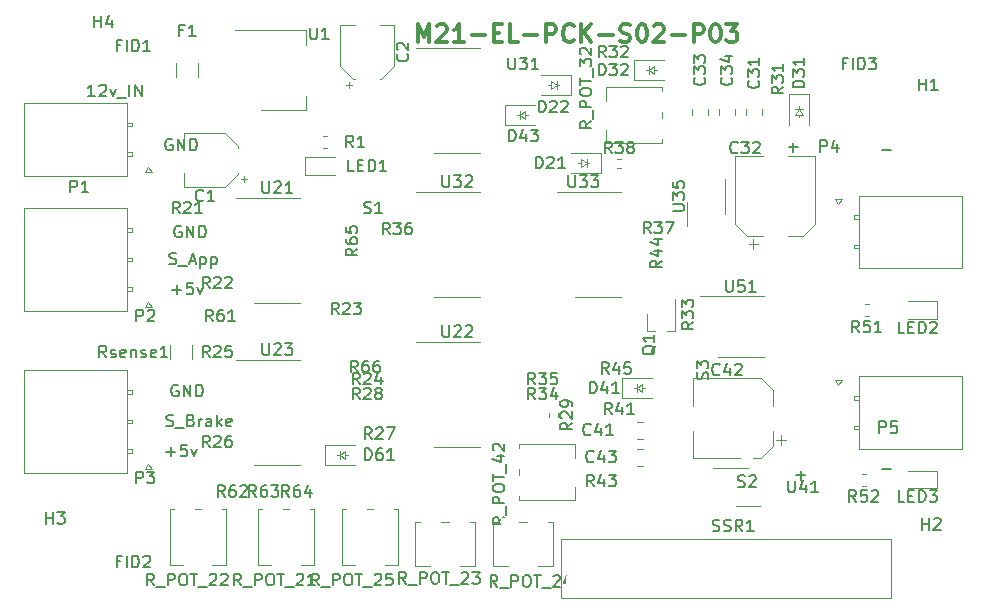
<source format=gbr>
G04 #@! TF.GenerationSoftware,KiCad,Pcbnew,(5.1.10)-1*
G04 #@! TF.CreationDate,2021-06-28T12:10:56+02:00*
G04 #@! TF.ProjectId,BSPD_v_1_1,42535044-5f76-45f3-915f-312e6b696361,rev?*
G04 #@! TF.SameCoordinates,Original*
G04 #@! TF.FileFunction,Legend,Top*
G04 #@! TF.FilePolarity,Positive*
%FSLAX46Y46*%
G04 Gerber Fmt 4.6, Leading zero omitted, Abs format (unit mm)*
G04 Created by KiCad (PCBNEW (5.1.10)-1) date 2021-06-28 12:10:56*
%MOMM*%
%LPD*%
G01*
G04 APERTURE LIST*
%ADD10C,0.300000*%
%ADD11C,0.120000*%
%ADD12C,0.100000*%
%ADD13C,0.150000*%
%ADD14C,2.700000*%
%ADD15R,0.450000X1.500000*%
%ADD16C,1.700000*%
%ADD17O,2.200000X1.700000*%
%ADD18R,1.450000X0.450000*%
%ADD19R,0.450000X1.450000*%
%ADD20C,1.524000*%
%ADD21C,1.900000*%
%ADD22R,0.800000X0.550000*%
%ADD23R,0.550000X0.800000*%
%ADD24C,1.500000*%
%ADD25R,1.300000X2.000000*%
%ADD26R,2.000000X2.000000*%
%ADD27R,1.300000X1.600000*%
%ADD28R,2.000000X1.600000*%
%ADD29R,2.000000X1.300000*%
%ADD30R,2.000000X3.800000*%
%ADD31R,2.000000X1.500000*%
G04 APERTURE END LIST*
D10*
X119596000Y-29634571D02*
X119596000Y-28134571D01*
X120096000Y-29206000D01*
X120596000Y-28134571D01*
X120596000Y-29634571D01*
X121238857Y-28277428D02*
X121310285Y-28206000D01*
X121453142Y-28134571D01*
X121810285Y-28134571D01*
X121953142Y-28206000D01*
X122024571Y-28277428D01*
X122096000Y-28420285D01*
X122096000Y-28563142D01*
X122024571Y-28777428D01*
X121167428Y-29634571D01*
X122096000Y-29634571D01*
X123524571Y-29634571D02*
X122667428Y-29634571D01*
X123096000Y-29634571D02*
X123096000Y-28134571D01*
X122953142Y-28348857D01*
X122810285Y-28491714D01*
X122667428Y-28563142D01*
X124167428Y-29063142D02*
X125310285Y-29063142D01*
X126024571Y-28848857D02*
X126524571Y-28848857D01*
X126738857Y-29634571D02*
X126024571Y-29634571D01*
X126024571Y-28134571D01*
X126738857Y-28134571D01*
X128096000Y-29634571D02*
X127381714Y-29634571D01*
X127381714Y-28134571D01*
X128596000Y-29063142D02*
X129738857Y-29063142D01*
X130453142Y-29634571D02*
X130453142Y-28134571D01*
X131024571Y-28134571D01*
X131167428Y-28206000D01*
X131238857Y-28277428D01*
X131310285Y-28420285D01*
X131310285Y-28634571D01*
X131238857Y-28777428D01*
X131167428Y-28848857D01*
X131024571Y-28920285D01*
X130453142Y-28920285D01*
X132810285Y-29491714D02*
X132738857Y-29563142D01*
X132524571Y-29634571D01*
X132381714Y-29634571D01*
X132167428Y-29563142D01*
X132024571Y-29420285D01*
X131953142Y-29277428D01*
X131881714Y-28991714D01*
X131881714Y-28777428D01*
X131953142Y-28491714D01*
X132024571Y-28348857D01*
X132167428Y-28206000D01*
X132381714Y-28134571D01*
X132524571Y-28134571D01*
X132738857Y-28206000D01*
X132810285Y-28277428D01*
X133453142Y-29634571D02*
X133453142Y-28134571D01*
X134310285Y-29634571D02*
X133667428Y-28777428D01*
X134310285Y-28134571D02*
X133453142Y-28991714D01*
X134953142Y-29063142D02*
X136096000Y-29063142D01*
X136738857Y-29563142D02*
X136953142Y-29634571D01*
X137310285Y-29634571D01*
X137453142Y-29563142D01*
X137524571Y-29491714D01*
X137596000Y-29348857D01*
X137596000Y-29206000D01*
X137524571Y-29063142D01*
X137453142Y-28991714D01*
X137310285Y-28920285D01*
X137024571Y-28848857D01*
X136881714Y-28777428D01*
X136810285Y-28706000D01*
X136738857Y-28563142D01*
X136738857Y-28420285D01*
X136810285Y-28277428D01*
X136881714Y-28206000D01*
X137024571Y-28134571D01*
X137381714Y-28134571D01*
X137596000Y-28206000D01*
X138524571Y-28134571D02*
X138667428Y-28134571D01*
X138810285Y-28206000D01*
X138881714Y-28277428D01*
X138953142Y-28420285D01*
X139024571Y-28706000D01*
X139024571Y-29063142D01*
X138953142Y-29348857D01*
X138881714Y-29491714D01*
X138810285Y-29563142D01*
X138667428Y-29634571D01*
X138524571Y-29634571D01*
X138381714Y-29563142D01*
X138310285Y-29491714D01*
X138238857Y-29348857D01*
X138167428Y-29063142D01*
X138167428Y-28706000D01*
X138238857Y-28420285D01*
X138310285Y-28277428D01*
X138381714Y-28206000D01*
X138524571Y-28134571D01*
X139596000Y-28277428D02*
X139667428Y-28206000D01*
X139810285Y-28134571D01*
X140167428Y-28134571D01*
X140310285Y-28206000D01*
X140381714Y-28277428D01*
X140453142Y-28420285D01*
X140453142Y-28563142D01*
X140381714Y-28777428D01*
X139524571Y-29634571D01*
X140453142Y-29634571D01*
X141096000Y-29063142D02*
X142238857Y-29063142D01*
X142953142Y-29634571D02*
X142953142Y-28134571D01*
X143524571Y-28134571D01*
X143667428Y-28206000D01*
X143738857Y-28277428D01*
X143810285Y-28420285D01*
X143810285Y-28634571D01*
X143738857Y-28777428D01*
X143667428Y-28848857D01*
X143524571Y-28920285D01*
X142953142Y-28920285D01*
X144738857Y-28134571D02*
X144881714Y-28134571D01*
X145024571Y-28206000D01*
X145096000Y-28277428D01*
X145167428Y-28420285D01*
X145238857Y-28706000D01*
X145238857Y-29063142D01*
X145167428Y-29348857D01*
X145096000Y-29491714D01*
X145024571Y-29563142D01*
X144881714Y-29634571D01*
X144738857Y-29634571D01*
X144596000Y-29563142D01*
X144524571Y-29491714D01*
X144453142Y-29348857D01*
X144381714Y-29063142D01*
X144381714Y-28706000D01*
X144453142Y-28420285D01*
X144524571Y-28277428D01*
X144596000Y-28206000D01*
X144738857Y-28134571D01*
X145738857Y-28134571D02*
X146667428Y-28134571D01*
X146167428Y-28706000D01*
X146381714Y-28706000D01*
X146524571Y-28777428D01*
X146596000Y-28848857D01*
X146667428Y-28991714D01*
X146667428Y-29348857D01*
X146596000Y-29491714D01*
X146524571Y-29563142D01*
X146381714Y-29634571D01*
X145953142Y-29634571D01*
X145810285Y-29563142D01*
X145738857Y-29491714D01*
D11*
X139048000Y-52665000D02*
X139048000Y-54075000D01*
X141368000Y-54075000D02*
X141368000Y-51340000D01*
X141378000Y-54075000D02*
X140708000Y-54075000D01*
X139708000Y-54075000D02*
X139048000Y-54075000D01*
X97074000Y-52080264D02*
X96774000Y-51656000D01*
X96474000Y-52080264D02*
X97074000Y-52080264D01*
X96774000Y-51656000D02*
X96474000Y-52080264D01*
X95414000Y-45396000D02*
X94964000Y-45396000D01*
X95414000Y-45696000D02*
X95414000Y-45396000D01*
X94964000Y-45696000D02*
X95414000Y-45696000D01*
X94964000Y-45396000D02*
X94964000Y-45696000D01*
X95414000Y-47896000D02*
X94964000Y-47896000D01*
X95414000Y-48196000D02*
X95414000Y-47896000D01*
X94964000Y-48196000D02*
X95414000Y-48196000D01*
X94964000Y-47896000D02*
X94964000Y-48196000D01*
X95414000Y-50396000D02*
X94964000Y-50396000D01*
X95414000Y-50696000D02*
X95414000Y-50396000D01*
X94964000Y-50696000D02*
X95414000Y-50696000D01*
X94964000Y-50396000D02*
X94964000Y-50696000D01*
X86284000Y-52376000D02*
X94964000Y-52376000D01*
X86284000Y-43716000D02*
X86284000Y-52376000D01*
X94964000Y-43716000D02*
X86284000Y-43716000D01*
X94964000Y-52376000D02*
X94964000Y-43716000D01*
X97074000Y-65796264D02*
X96774000Y-65372000D01*
X96474000Y-65796264D02*
X97074000Y-65796264D01*
X96774000Y-65372000D02*
X96474000Y-65796264D01*
X95414000Y-59112000D02*
X94964000Y-59112000D01*
X95414000Y-59412000D02*
X95414000Y-59112000D01*
X94964000Y-59412000D02*
X95414000Y-59412000D01*
X94964000Y-59112000D02*
X94964000Y-59412000D01*
X95414000Y-61612000D02*
X94964000Y-61612000D01*
X95414000Y-61912000D02*
X95414000Y-61612000D01*
X94964000Y-61912000D02*
X95414000Y-61912000D01*
X94964000Y-61612000D02*
X94964000Y-61912000D01*
X95414000Y-64112000D02*
X94964000Y-64112000D01*
X95414000Y-64412000D02*
X95414000Y-64112000D01*
X94964000Y-64412000D02*
X95414000Y-64412000D01*
X94964000Y-64112000D02*
X94964000Y-64412000D01*
X86284000Y-66092000D02*
X94964000Y-66092000D01*
X86284000Y-57432000D02*
X86284000Y-66092000D01*
X94964000Y-57432000D02*
X86284000Y-57432000D01*
X94964000Y-66092000D02*
X94964000Y-57432000D01*
X154894000Y-58206536D02*
X155194000Y-58630800D01*
X155494000Y-58206536D02*
X154894000Y-58206536D01*
X155194000Y-58630800D02*
X155494000Y-58206536D01*
X156554000Y-62390800D02*
X157004000Y-62390800D01*
X156554000Y-62090800D02*
X156554000Y-62390800D01*
X157004000Y-62090800D02*
X156554000Y-62090800D01*
X157004000Y-62390800D02*
X157004000Y-62090800D01*
X156554000Y-59890800D02*
X157004000Y-59890800D01*
X156554000Y-59590800D02*
X156554000Y-59890800D01*
X157004000Y-59590800D02*
X156554000Y-59590800D01*
X157004000Y-59890800D02*
X157004000Y-59590800D01*
X165684000Y-57910800D02*
X157004000Y-57910800D01*
X165684000Y-64070800D02*
X165684000Y-57910800D01*
X157004000Y-64070800D02*
X165684000Y-64070800D01*
X157004000Y-57910800D02*
X157004000Y-64070800D01*
X154894000Y-42915736D02*
X155194000Y-43340000D01*
X155494000Y-42915736D02*
X154894000Y-42915736D01*
X155194000Y-43340000D02*
X155494000Y-42915736D01*
X156554000Y-47100000D02*
X157004000Y-47100000D01*
X156554000Y-46800000D02*
X156554000Y-47100000D01*
X157004000Y-46800000D02*
X156554000Y-46800000D01*
X157004000Y-47100000D02*
X157004000Y-46800000D01*
X156554000Y-44600000D02*
X157004000Y-44600000D01*
X156554000Y-44300000D02*
X156554000Y-44600000D01*
X157004000Y-44300000D02*
X156554000Y-44300000D01*
X157004000Y-44600000D02*
X157004000Y-44300000D01*
X165684000Y-42620000D02*
X157004000Y-42620000D01*
X165684000Y-48780000D02*
X165684000Y-42620000D01*
X157004000Y-48780000D02*
X165684000Y-48780000D01*
X157004000Y-42620000D02*
X157004000Y-48780000D01*
X97074000Y-40650264D02*
X96774000Y-40226000D01*
X96474000Y-40650264D02*
X97074000Y-40650264D01*
X96774000Y-40226000D02*
X96474000Y-40650264D01*
X95414000Y-36466000D02*
X94964000Y-36466000D01*
X95414000Y-36766000D02*
X95414000Y-36466000D01*
X94964000Y-36766000D02*
X95414000Y-36766000D01*
X94964000Y-36466000D02*
X94964000Y-36766000D01*
X95414000Y-38966000D02*
X94964000Y-38966000D01*
X95414000Y-39266000D02*
X95414000Y-38966000D01*
X94964000Y-39266000D02*
X95414000Y-39266000D01*
X94964000Y-38966000D02*
X94964000Y-39266000D01*
X86284000Y-40946000D02*
X94964000Y-40946000D01*
X86284000Y-34786000D02*
X86284000Y-40946000D01*
X94964000Y-34786000D02*
X86284000Y-34786000D01*
X94964000Y-40946000D02*
X94964000Y-34786000D01*
X147574000Y-65690000D02*
X144574000Y-65690000D01*
X148574000Y-68930000D02*
X146574000Y-68930000D01*
X142398000Y-45196000D02*
X142398000Y-43196000D01*
X145638000Y-44196000D02*
X145638000Y-41196000D01*
X131738600Y-76668000D02*
X159704000Y-76668000D01*
X131704000Y-71668000D02*
X159704000Y-71668000D01*
X159704000Y-71668000D02*
X159704000Y-76668000D01*
X131704000Y-71668000D02*
X131704000Y-76668000D01*
X132564000Y-34124000D02*
X132564000Y-32424000D01*
D12*
X130864000Y-33274000D02*
X130614000Y-33274000D01*
X130864000Y-32924000D02*
X131364000Y-33274000D01*
X130864000Y-33624000D02*
X130864000Y-32924000D01*
X131364000Y-33274000D02*
X130864000Y-33624000D01*
X131364000Y-33274000D02*
X131564000Y-33274000D01*
X131364000Y-33624000D02*
X131364000Y-32924000D01*
D11*
X132564000Y-32424000D02*
X130014000Y-32424000D01*
X132564000Y-34124000D02*
X130014000Y-34124000D01*
X135104000Y-40728000D02*
X135104000Y-39028000D01*
D12*
X133404000Y-39878000D02*
X133154000Y-39878000D01*
X133404000Y-39528000D02*
X133904000Y-39878000D01*
X133404000Y-40228000D02*
X133404000Y-39528000D01*
X133904000Y-39878000D02*
X133404000Y-40228000D01*
X133904000Y-39878000D02*
X134104000Y-39878000D01*
X133904000Y-40228000D02*
X133904000Y-39528000D01*
D11*
X135104000Y-39028000D02*
X132554000Y-39028000D01*
X135104000Y-40728000D02*
X132554000Y-40728000D01*
X152742000Y-34060000D02*
X151042000Y-34060000D01*
D12*
X151892000Y-35760000D02*
X151892000Y-36010000D01*
X151542000Y-35760000D02*
X151892000Y-35260000D01*
X152242000Y-35760000D02*
X151542000Y-35760000D01*
X151892000Y-35260000D02*
X152242000Y-35760000D01*
X151892000Y-35260000D02*
X151892000Y-35060000D01*
X152242000Y-35260000D02*
X151542000Y-35260000D01*
D11*
X151042000Y-34060000D02*
X151042000Y-36610000D01*
X152742000Y-34060000D02*
X152742000Y-36610000D01*
X137946000Y-31154000D02*
X137946000Y-32854000D01*
D12*
X139646000Y-32004000D02*
X139896000Y-32004000D01*
X139646000Y-32354000D02*
X139146000Y-32004000D01*
X139646000Y-31654000D02*
X139646000Y-32354000D01*
X139146000Y-32004000D02*
X139646000Y-31654000D01*
X139146000Y-32004000D02*
X138946000Y-32004000D01*
X139146000Y-31654000D02*
X139146000Y-32354000D01*
D11*
X137946000Y-32854000D02*
X140496000Y-32854000D01*
X137946000Y-31154000D02*
X140496000Y-31154000D01*
X136930000Y-58078000D02*
X136930000Y-59778000D01*
D12*
X138630000Y-58928000D02*
X138880000Y-58928000D01*
X138630000Y-59278000D02*
X138130000Y-58928000D01*
X138630000Y-58578000D02*
X138630000Y-59278000D01*
X138130000Y-58928000D02*
X138630000Y-58578000D01*
X138130000Y-58928000D02*
X137930000Y-58928000D01*
X138130000Y-58578000D02*
X138130000Y-59278000D01*
D11*
X136930000Y-59778000D02*
X139480000Y-59778000D01*
X136930000Y-58078000D02*
X139480000Y-58078000D01*
X127024000Y-34964000D02*
X127024000Y-36664000D01*
D12*
X128724000Y-35814000D02*
X128974000Y-35814000D01*
X128724000Y-36164000D02*
X128224000Y-35814000D01*
X128724000Y-35464000D02*
X128724000Y-36164000D01*
X128224000Y-35814000D02*
X128724000Y-35464000D01*
X128224000Y-35814000D02*
X128024000Y-35814000D01*
X128224000Y-35464000D02*
X128224000Y-36164000D01*
D11*
X127024000Y-36664000D02*
X129574000Y-36664000D01*
X127024000Y-34964000D02*
X129574000Y-34964000D01*
X111784000Y-63729500D02*
X111784000Y-65429500D01*
D12*
X113484000Y-64579500D02*
X113734000Y-64579500D01*
X113484000Y-64929500D02*
X112984000Y-64579500D01*
X113484000Y-64229500D02*
X113484000Y-64929500D01*
X112984000Y-64579500D02*
X113484000Y-64229500D01*
X112984000Y-64579500D02*
X112784000Y-64579500D01*
X112984000Y-64229500D02*
X112984000Y-64929500D01*
D11*
X111784000Y-65429500D02*
X114334000Y-65429500D01*
X111784000Y-63729500D02*
X114334000Y-63729500D01*
X136805641Y-39498000D02*
X136498359Y-39498000D01*
X136805641Y-40258000D02*
X136498359Y-40258000D01*
X130684000Y-61060359D02*
X130684000Y-61367641D01*
X131444000Y-61060359D02*
X131444000Y-61367641D01*
X113506000Y-33230000D02*
X114006000Y-33230000D01*
X113756000Y-33480000D02*
X113756000Y-32980000D01*
X116511563Y-32740000D02*
X117576000Y-31675563D01*
X114120437Y-32740000D02*
X113056000Y-31675563D01*
X114120437Y-32740000D02*
X114256000Y-32740000D01*
X116511563Y-32740000D02*
X116376000Y-32740000D01*
X117576000Y-31675563D02*
X117576000Y-28220000D01*
X113056000Y-31675563D02*
X113056000Y-28220000D01*
X113056000Y-28220000D02*
X114256000Y-28220000D01*
X117576000Y-28220000D02*
X116376000Y-28220000D01*
X99848000Y-37364000D02*
X99848000Y-38564000D01*
X99848000Y-41884000D02*
X99848000Y-40684000D01*
X103303563Y-41884000D02*
X99848000Y-41884000D01*
X103303563Y-37364000D02*
X99848000Y-37364000D01*
X104368000Y-38428437D02*
X104368000Y-38564000D01*
X104368000Y-40819563D02*
X104368000Y-40684000D01*
X104368000Y-40819563D02*
X103303563Y-41884000D01*
X104368000Y-38428437D02*
X103303563Y-37364000D01*
X105108000Y-41184000D02*
X104608000Y-41184000D01*
X104858000Y-41434000D02*
X104858000Y-40934000D01*
X148792000Y-35821252D02*
X148792000Y-35298748D01*
X147372000Y-35821252D02*
X147372000Y-35298748D01*
X147618750Y-46715750D02*
X148406250Y-46715750D01*
X148012500Y-47109500D02*
X148012500Y-46322000D01*
X152205563Y-46082000D02*
X153270000Y-45017563D01*
X147514437Y-46082000D02*
X146450000Y-45017563D01*
X147514437Y-46082000D02*
X148800000Y-46082000D01*
X152205563Y-46082000D02*
X150920000Y-46082000D01*
X153270000Y-45017563D02*
X153270000Y-39262000D01*
X146450000Y-45017563D02*
X146450000Y-39262000D01*
X146450000Y-39262000D02*
X148800000Y-39262000D01*
X153270000Y-39262000D02*
X150920000Y-39262000D01*
X142800000Y-35821252D02*
X142800000Y-35298748D01*
X144220000Y-35821252D02*
X144220000Y-35298748D01*
X145086000Y-35298748D02*
X145086000Y-35821252D01*
X146506000Y-35298748D02*
X146506000Y-35821252D01*
X138691252Y-63194000D02*
X138168748Y-63194000D01*
X138691252Y-61774000D02*
X138168748Y-61774000D01*
X142894000Y-58058000D02*
X142894000Y-60408000D01*
X142894000Y-64878000D02*
X142894000Y-62528000D01*
X148649563Y-64878000D02*
X142894000Y-64878000D01*
X148649563Y-58058000D02*
X142894000Y-58058000D01*
X149714000Y-59122437D02*
X149714000Y-60408000D01*
X149714000Y-63813563D02*
X149714000Y-62528000D01*
X149714000Y-63813563D02*
X148649563Y-64878000D01*
X149714000Y-59122437D02*
X148649563Y-58058000D01*
X150741500Y-63315500D02*
X149954000Y-63315500D01*
X150347750Y-63709250D02*
X150347750Y-62921750D01*
X138168748Y-65480000D02*
X138691252Y-65480000D01*
X138168748Y-64060000D02*
X138691252Y-64060000D01*
X99166000Y-32606064D02*
X99166000Y-31401936D01*
X100986000Y-32606064D02*
X100986000Y-31401936D01*
X112560000Y-39397000D02*
X110100000Y-39397000D01*
X110100000Y-39397000D02*
X110100000Y-40867000D01*
X110100000Y-40867000D02*
X112560000Y-40867000D01*
X163585000Y-51589000D02*
X161125000Y-51589000D01*
X163585000Y-53059000D02*
X163585000Y-51589000D01*
X161125000Y-53059000D02*
X163585000Y-53059000D01*
X161125000Y-67410000D02*
X163585000Y-67410000D01*
X163585000Y-67410000D02*
X163585000Y-65940000D01*
X163585000Y-65940000D02*
X161125000Y-65940000D01*
X111931267Y-38610000D02*
X111588733Y-38610000D01*
X111931267Y-37590000D02*
X111588733Y-37590000D01*
X157778267Y-52834000D02*
X157435733Y-52834000D01*
X157778267Y-51814000D02*
X157435733Y-51814000D01*
X157524267Y-66165000D02*
X157181733Y-66165000D01*
X157524267Y-67185000D02*
X157181733Y-67185000D01*
X110498000Y-69131000D02*
X110828000Y-69131000D01*
X106088000Y-69131000D02*
X106419000Y-69131000D01*
X108199000Y-69131000D02*
X108718000Y-69131000D01*
X106088000Y-73871000D02*
X107218000Y-73871000D01*
X109698000Y-73871000D02*
X110828000Y-73871000D01*
X106088000Y-69131000D02*
X106088000Y-73871000D01*
X110828000Y-69131000D02*
X110828000Y-73871000D01*
X103005000Y-69131000D02*
X103335000Y-69131000D01*
X98595000Y-69131000D02*
X98926000Y-69131000D01*
X100706000Y-69131000D02*
X101225000Y-69131000D01*
X98595000Y-73871000D02*
X99725000Y-73871000D01*
X102205000Y-73871000D02*
X103335000Y-73871000D01*
X98595000Y-69131000D02*
X98595000Y-73871000D01*
X103335000Y-69131000D02*
X103335000Y-73871000D01*
X124440000Y-70266000D02*
X124440000Y-74006000D01*
X119400000Y-70266000D02*
X119400000Y-74006000D01*
X123160000Y-74006000D02*
X124440000Y-74006000D01*
X119400000Y-74006000D02*
X120680000Y-74006000D01*
X121560000Y-70266000D02*
X122280000Y-70266000D01*
X119400000Y-70266000D02*
X119780000Y-70266000D01*
X124060000Y-70266000D02*
X124440000Y-70266000D01*
X130664000Y-70266000D02*
X131044000Y-70266000D01*
X126004000Y-70266000D02*
X126384000Y-70266000D01*
X128164000Y-70266000D02*
X128884000Y-70266000D01*
X126004000Y-74006000D02*
X127284000Y-74006000D01*
X129764000Y-74006000D02*
X131044000Y-74006000D01*
X126004000Y-70266000D02*
X126004000Y-74006000D01*
X131044000Y-70266000D02*
X131044000Y-74006000D01*
X117610000Y-69131000D02*
X117940000Y-69131000D01*
X113200000Y-69131000D02*
X113531000Y-69131000D01*
X115311000Y-69131000D02*
X115830000Y-69131000D01*
X113200000Y-73871000D02*
X114330000Y-73871000D01*
X116810000Y-73871000D02*
X117940000Y-73871000D01*
X113200000Y-69131000D02*
X113200000Y-73871000D01*
X117940000Y-69131000D02*
X117940000Y-73871000D01*
X140292000Y-38184000D02*
X135552000Y-38184000D01*
X140292000Y-33444000D02*
X135552000Y-33444000D01*
X135552000Y-37054000D02*
X135552000Y-38184000D01*
X135552000Y-33444000D02*
X135552000Y-34574000D01*
X140292000Y-35555000D02*
X140292000Y-36074000D01*
X140292000Y-33444000D02*
X140292000Y-33775000D01*
X140292000Y-37854000D02*
X140292000Y-38184000D01*
X128186000Y-63670000D02*
X132926000Y-63670000D01*
X128186000Y-68410000D02*
X132926000Y-68410000D01*
X132926000Y-64800000D02*
X132926000Y-63670000D01*
X132926000Y-68410000D02*
X132926000Y-67280000D01*
X128186000Y-66299000D02*
X128186000Y-65780000D01*
X128186000Y-68410000D02*
X128186000Y-68079000D01*
X128186000Y-64000000D02*
X128186000Y-63670000D01*
X98658000Y-56482064D02*
X98658000Y-55277936D01*
X100478000Y-56482064D02*
X100478000Y-55277936D01*
X110114000Y-35414000D02*
X110114000Y-34154000D01*
X110114000Y-28594000D02*
X110114000Y-29854000D01*
X106354000Y-35414000D02*
X110114000Y-35414000D01*
X104104000Y-28594000D02*
X110114000Y-28594000D01*
X107696000Y-51679000D02*
X109646000Y-51679000D01*
X107696000Y-51679000D02*
X105746000Y-51679000D01*
X107696000Y-42809000D02*
X109646000Y-42809000D01*
X107696000Y-42809000D02*
X104246000Y-42809000D01*
X122936000Y-63871000D02*
X124886000Y-63871000D01*
X122936000Y-63871000D02*
X120986000Y-63871000D01*
X122936000Y-55001000D02*
X124886000Y-55001000D01*
X122936000Y-55001000D02*
X119486000Y-55001000D01*
X107696000Y-65395000D02*
X109646000Y-65395000D01*
X107696000Y-65395000D02*
X105746000Y-65395000D01*
X107696000Y-56525000D02*
X109646000Y-56525000D01*
X107696000Y-56525000D02*
X104246000Y-56525000D01*
X122936000Y-30109000D02*
X119486000Y-30109000D01*
X122936000Y-30109000D02*
X124886000Y-30109000D01*
X122936000Y-38979000D02*
X120986000Y-38979000D01*
X122936000Y-38979000D02*
X124886000Y-38979000D01*
X122936000Y-42301000D02*
X119486000Y-42301000D01*
X122936000Y-42301000D02*
X124886000Y-42301000D01*
X122936000Y-51171000D02*
X120986000Y-51171000D01*
X122936000Y-51171000D02*
X124886000Y-51171000D01*
X134874000Y-42301000D02*
X131424000Y-42301000D01*
X134874000Y-42301000D02*
X136824000Y-42301000D01*
X134874000Y-51171000D02*
X132924000Y-51171000D01*
X134874000Y-51171000D02*
X136824000Y-51171000D01*
X146939000Y-56281000D02*
X148889000Y-56281000D01*
X146939000Y-56281000D02*
X144989000Y-56281000D01*
X146939000Y-51161000D02*
X148889000Y-51161000D01*
X146939000Y-51161000D02*
X143489000Y-51161000D01*
D13*
X92202095Y-28392380D02*
X92202095Y-27392380D01*
X92202095Y-27868571D02*
X92773523Y-27868571D01*
X92773523Y-28392380D02*
X92773523Y-27392380D01*
X93678285Y-27725714D02*
X93678285Y-28392380D01*
X93440190Y-27344761D02*
X93202095Y-28059047D01*
X93821142Y-28059047D01*
X88138095Y-70412380D02*
X88138095Y-69412380D01*
X88138095Y-69888571D02*
X88709523Y-69888571D01*
X88709523Y-70412380D02*
X88709523Y-69412380D01*
X89090476Y-69412380D02*
X89709523Y-69412380D01*
X89376190Y-69793333D01*
X89519047Y-69793333D01*
X89614285Y-69840952D01*
X89661904Y-69888571D01*
X89709523Y-69983809D01*
X89709523Y-70221904D01*
X89661904Y-70317142D01*
X89614285Y-70364761D01*
X89519047Y-70412380D01*
X89233333Y-70412380D01*
X89138095Y-70364761D01*
X89090476Y-70317142D01*
X162306095Y-70920380D02*
X162306095Y-69920380D01*
X162306095Y-70396571D02*
X162877523Y-70396571D01*
X162877523Y-70920380D02*
X162877523Y-69920380D01*
X163306095Y-70015619D02*
X163353714Y-69968000D01*
X163448952Y-69920380D01*
X163687047Y-69920380D01*
X163782285Y-69968000D01*
X163829904Y-70015619D01*
X163877523Y-70110857D01*
X163877523Y-70206095D01*
X163829904Y-70348952D01*
X163258476Y-70920380D01*
X163877523Y-70920380D01*
X162052095Y-33726380D02*
X162052095Y-32726380D01*
X162052095Y-33202571D02*
X162623523Y-33202571D01*
X162623523Y-33726380D02*
X162623523Y-32726380D01*
X163623523Y-33726380D02*
X163052095Y-33726380D01*
X163337809Y-33726380D02*
X163337809Y-32726380D01*
X163242571Y-32869238D01*
X163147333Y-32964476D01*
X163052095Y-33012095D01*
X139739619Y-55340238D02*
X139692000Y-55435476D01*
X139596761Y-55530714D01*
X139453904Y-55673571D01*
X139406285Y-55768809D01*
X139406285Y-55864047D01*
X139644380Y-55816428D02*
X139596761Y-55911666D01*
X139501523Y-56006904D01*
X139311047Y-56054523D01*
X138977714Y-56054523D01*
X138787238Y-56006904D01*
X138692000Y-55911666D01*
X138644380Y-55816428D01*
X138644380Y-55625952D01*
X138692000Y-55530714D01*
X138787238Y-55435476D01*
X138977714Y-55387857D01*
X139311047Y-55387857D01*
X139501523Y-55435476D01*
X139596761Y-55530714D01*
X139644380Y-55625952D01*
X139644380Y-55816428D01*
X139644380Y-54435476D02*
X139644380Y-55006904D01*
X139644380Y-54721190D02*
X138644380Y-54721190D01*
X138787238Y-54816428D01*
X138882476Y-54911666D01*
X138930095Y-55006904D01*
X95781904Y-53284380D02*
X95781904Y-52284380D01*
X96162857Y-52284380D01*
X96258095Y-52332000D01*
X96305714Y-52379619D01*
X96353333Y-52474857D01*
X96353333Y-52617714D01*
X96305714Y-52712952D01*
X96258095Y-52760571D01*
X96162857Y-52808190D01*
X95781904Y-52808190D01*
X96734285Y-52379619D02*
X96781904Y-52332000D01*
X96877142Y-52284380D01*
X97115238Y-52284380D01*
X97210476Y-52332000D01*
X97258095Y-52379619D01*
X97305714Y-52474857D01*
X97305714Y-52570095D01*
X97258095Y-52712952D01*
X96686666Y-53284380D01*
X97305714Y-53284380D01*
X98837904Y-50617428D02*
X99599809Y-50617428D01*
X99218857Y-50998380D02*
X99218857Y-50236476D01*
X100552190Y-49998380D02*
X100076000Y-49998380D01*
X100028380Y-50474571D01*
X100076000Y-50426952D01*
X100171238Y-50379333D01*
X100409333Y-50379333D01*
X100504571Y-50426952D01*
X100552190Y-50474571D01*
X100599809Y-50569809D01*
X100599809Y-50807904D01*
X100552190Y-50903142D01*
X100504571Y-50950761D01*
X100409333Y-50998380D01*
X100171238Y-50998380D01*
X100076000Y-50950761D01*
X100028380Y-50903142D01*
X100933142Y-50331714D02*
X101171238Y-50998380D01*
X101409333Y-50331714D01*
X98584000Y-48410761D02*
X98726857Y-48458380D01*
X98964952Y-48458380D01*
X99060190Y-48410761D01*
X99107809Y-48363142D01*
X99155428Y-48267904D01*
X99155428Y-48172666D01*
X99107809Y-48077428D01*
X99060190Y-48029809D01*
X98964952Y-47982190D01*
X98774476Y-47934571D01*
X98679238Y-47886952D01*
X98631619Y-47839333D01*
X98584000Y-47744095D01*
X98584000Y-47648857D01*
X98631619Y-47553619D01*
X98679238Y-47506000D01*
X98774476Y-47458380D01*
X99012571Y-47458380D01*
X99155428Y-47506000D01*
X99345904Y-48553619D02*
X100107809Y-48553619D01*
X100298285Y-48172666D02*
X100774476Y-48172666D01*
X100203047Y-48458380D02*
X100536380Y-47458380D01*
X100869714Y-48458380D01*
X101203047Y-47791714D02*
X101203047Y-48791714D01*
X101203047Y-47839333D02*
X101298285Y-47791714D01*
X101488761Y-47791714D01*
X101584000Y-47839333D01*
X101631619Y-47886952D01*
X101679238Y-47982190D01*
X101679238Y-48267904D01*
X101631619Y-48363142D01*
X101584000Y-48410761D01*
X101488761Y-48458380D01*
X101298285Y-48458380D01*
X101203047Y-48410761D01*
X102107809Y-47791714D02*
X102107809Y-48791714D01*
X102107809Y-47839333D02*
X102203047Y-47791714D01*
X102393523Y-47791714D01*
X102488761Y-47839333D01*
X102536380Y-47886952D01*
X102584000Y-47982190D01*
X102584000Y-48267904D01*
X102536380Y-48363142D01*
X102488761Y-48410761D01*
X102393523Y-48458380D01*
X102203047Y-48458380D01*
X102107809Y-48410761D01*
X99568095Y-45220000D02*
X99472857Y-45172380D01*
X99330000Y-45172380D01*
X99187142Y-45220000D01*
X99091904Y-45315238D01*
X99044285Y-45410476D01*
X98996666Y-45600952D01*
X98996666Y-45743809D01*
X99044285Y-45934285D01*
X99091904Y-46029523D01*
X99187142Y-46124761D01*
X99330000Y-46172380D01*
X99425238Y-46172380D01*
X99568095Y-46124761D01*
X99615714Y-46077142D01*
X99615714Y-45743809D01*
X99425238Y-45743809D01*
X100044285Y-46172380D02*
X100044285Y-45172380D01*
X100615714Y-46172380D01*
X100615714Y-45172380D01*
X101091904Y-46172380D02*
X101091904Y-45172380D01*
X101330000Y-45172380D01*
X101472857Y-45220000D01*
X101568095Y-45315238D01*
X101615714Y-45410476D01*
X101663333Y-45600952D01*
X101663333Y-45743809D01*
X101615714Y-45934285D01*
X101568095Y-46029523D01*
X101472857Y-46124761D01*
X101330000Y-46172380D01*
X101091904Y-46172380D01*
X95781904Y-67000380D02*
X95781904Y-66000380D01*
X96162857Y-66000380D01*
X96258095Y-66048000D01*
X96305714Y-66095619D01*
X96353333Y-66190857D01*
X96353333Y-66333714D01*
X96305714Y-66428952D01*
X96258095Y-66476571D01*
X96162857Y-66524190D01*
X95781904Y-66524190D01*
X96686666Y-66000380D02*
X97305714Y-66000380D01*
X96972380Y-66381333D01*
X97115238Y-66381333D01*
X97210476Y-66428952D01*
X97258095Y-66476571D01*
X97305714Y-66571809D01*
X97305714Y-66809904D01*
X97258095Y-66905142D01*
X97210476Y-66952761D01*
X97115238Y-67000380D01*
X96829523Y-67000380D01*
X96734285Y-66952761D01*
X96686666Y-66905142D01*
X98329904Y-64333428D02*
X99091809Y-64333428D01*
X98710857Y-64714380D02*
X98710857Y-63952476D01*
X100044190Y-63714380D02*
X99568000Y-63714380D01*
X99520380Y-64190571D01*
X99568000Y-64142952D01*
X99663238Y-64095333D01*
X99901333Y-64095333D01*
X99996571Y-64142952D01*
X100044190Y-64190571D01*
X100091809Y-64285809D01*
X100091809Y-64523904D01*
X100044190Y-64619142D01*
X99996571Y-64666761D01*
X99901333Y-64714380D01*
X99663238Y-64714380D01*
X99568000Y-64666761D01*
X99520380Y-64619142D01*
X100425142Y-64047714D02*
X100663238Y-64714380D01*
X100901333Y-64047714D01*
X98330095Y-62126761D02*
X98472952Y-62174380D01*
X98711047Y-62174380D01*
X98806285Y-62126761D01*
X98853904Y-62079142D01*
X98901523Y-61983904D01*
X98901523Y-61888666D01*
X98853904Y-61793428D01*
X98806285Y-61745809D01*
X98711047Y-61698190D01*
X98520571Y-61650571D01*
X98425333Y-61602952D01*
X98377714Y-61555333D01*
X98330095Y-61460095D01*
X98330095Y-61364857D01*
X98377714Y-61269619D01*
X98425333Y-61222000D01*
X98520571Y-61174380D01*
X98758666Y-61174380D01*
X98901523Y-61222000D01*
X99092000Y-62269619D02*
X99853904Y-62269619D01*
X100425333Y-61650571D02*
X100568190Y-61698190D01*
X100615809Y-61745809D01*
X100663428Y-61841047D01*
X100663428Y-61983904D01*
X100615809Y-62079142D01*
X100568190Y-62126761D01*
X100472952Y-62174380D01*
X100092000Y-62174380D01*
X100092000Y-61174380D01*
X100425333Y-61174380D01*
X100520571Y-61222000D01*
X100568190Y-61269619D01*
X100615809Y-61364857D01*
X100615809Y-61460095D01*
X100568190Y-61555333D01*
X100520571Y-61602952D01*
X100425333Y-61650571D01*
X100092000Y-61650571D01*
X101092000Y-62174380D02*
X101092000Y-61507714D01*
X101092000Y-61698190D02*
X101139619Y-61602952D01*
X101187238Y-61555333D01*
X101282476Y-61507714D01*
X101377714Y-61507714D01*
X102139619Y-62174380D02*
X102139619Y-61650571D01*
X102092000Y-61555333D01*
X101996761Y-61507714D01*
X101806285Y-61507714D01*
X101711047Y-61555333D01*
X102139619Y-62126761D02*
X102044380Y-62174380D01*
X101806285Y-62174380D01*
X101711047Y-62126761D01*
X101663428Y-62031523D01*
X101663428Y-61936285D01*
X101711047Y-61841047D01*
X101806285Y-61793428D01*
X102044380Y-61793428D01*
X102139619Y-61745809D01*
X102615809Y-62174380D02*
X102615809Y-61174380D01*
X102711047Y-61793428D02*
X102996761Y-62174380D01*
X102996761Y-61507714D02*
X102615809Y-61888666D01*
X103806285Y-62126761D02*
X103711047Y-62174380D01*
X103520571Y-62174380D01*
X103425333Y-62126761D01*
X103377714Y-62031523D01*
X103377714Y-61650571D01*
X103425333Y-61555333D01*
X103520571Y-61507714D01*
X103711047Y-61507714D01*
X103806285Y-61555333D01*
X103853904Y-61650571D01*
X103853904Y-61745809D01*
X103377714Y-61841047D01*
X99314095Y-58682000D02*
X99218857Y-58634380D01*
X99076000Y-58634380D01*
X98933142Y-58682000D01*
X98837904Y-58777238D01*
X98790285Y-58872476D01*
X98742666Y-59062952D01*
X98742666Y-59205809D01*
X98790285Y-59396285D01*
X98837904Y-59491523D01*
X98933142Y-59586761D01*
X99076000Y-59634380D01*
X99171238Y-59634380D01*
X99314095Y-59586761D01*
X99361714Y-59539142D01*
X99361714Y-59205809D01*
X99171238Y-59205809D01*
X99790285Y-59634380D02*
X99790285Y-58634380D01*
X100361714Y-59634380D01*
X100361714Y-58634380D01*
X100837904Y-59634380D02*
X100837904Y-58634380D01*
X101076000Y-58634380D01*
X101218857Y-58682000D01*
X101314095Y-58777238D01*
X101361714Y-58872476D01*
X101409333Y-59062952D01*
X101409333Y-59205809D01*
X101361714Y-59396285D01*
X101314095Y-59491523D01*
X101218857Y-59586761D01*
X101076000Y-59634380D01*
X100837904Y-59634380D01*
X158697704Y-62733180D02*
X158697704Y-61733180D01*
X159078657Y-61733180D01*
X159173895Y-61780800D01*
X159221514Y-61828419D01*
X159269133Y-61923657D01*
X159269133Y-62066514D01*
X159221514Y-62161752D01*
X159173895Y-62209371D01*
X159078657Y-62256990D01*
X158697704Y-62256990D01*
X160173895Y-61733180D02*
X159697704Y-61733180D01*
X159650085Y-62209371D01*
X159697704Y-62161752D01*
X159792942Y-62114133D01*
X160031038Y-62114133D01*
X160126276Y-62161752D01*
X160173895Y-62209371D01*
X160221514Y-62304609D01*
X160221514Y-62542704D01*
X160173895Y-62637942D01*
X160126276Y-62685561D01*
X160031038Y-62733180D01*
X159792942Y-62733180D01*
X159697704Y-62685561D01*
X159650085Y-62637942D01*
X158877047Y-65781228D02*
X159638952Y-65781228D01*
X151638047Y-66289228D02*
X152399952Y-66289228D01*
X152019000Y-66670180D02*
X152019000Y-65908276D01*
X153693904Y-38933380D02*
X153693904Y-37933380D01*
X154074857Y-37933380D01*
X154170095Y-37981000D01*
X154217714Y-38028619D01*
X154265333Y-38123857D01*
X154265333Y-38266714D01*
X154217714Y-38361952D01*
X154170095Y-38409571D01*
X154074857Y-38457190D01*
X153693904Y-38457190D01*
X155122476Y-38266714D02*
X155122476Y-38933380D01*
X154884380Y-37885761D02*
X154646285Y-38600047D01*
X155265333Y-38600047D01*
X158877047Y-38806428D02*
X159638952Y-38806428D01*
X151003047Y-38552428D02*
X151764952Y-38552428D01*
X151384000Y-38933380D02*
X151384000Y-38171476D01*
X90193904Y-42362380D02*
X90193904Y-41362380D01*
X90574857Y-41362380D01*
X90670095Y-41410000D01*
X90717714Y-41457619D01*
X90765333Y-41552857D01*
X90765333Y-41695714D01*
X90717714Y-41790952D01*
X90670095Y-41838571D01*
X90574857Y-41886190D01*
X90193904Y-41886190D01*
X91717714Y-42362380D02*
X91146285Y-42362380D01*
X91432000Y-42362380D02*
X91432000Y-41362380D01*
X91336761Y-41505238D01*
X91241523Y-41600476D01*
X91146285Y-41648095D01*
X92265714Y-34234380D02*
X91694285Y-34234380D01*
X91980000Y-34234380D02*
X91980000Y-33234380D01*
X91884761Y-33377238D01*
X91789523Y-33472476D01*
X91694285Y-33520095D01*
X92646666Y-33329619D02*
X92694285Y-33282000D01*
X92789523Y-33234380D01*
X93027619Y-33234380D01*
X93122857Y-33282000D01*
X93170476Y-33329619D01*
X93218095Y-33424857D01*
X93218095Y-33520095D01*
X93170476Y-33662952D01*
X92599047Y-34234380D01*
X93218095Y-34234380D01*
X93551428Y-33567714D02*
X93789523Y-34234380D01*
X94027619Y-33567714D01*
X94170476Y-34329619D02*
X94932380Y-34329619D01*
X95170476Y-34234380D02*
X95170476Y-33234380D01*
X95646666Y-34234380D02*
X95646666Y-33234380D01*
X96218095Y-34234380D01*
X96218095Y-33234380D01*
X98806095Y-37854000D02*
X98710857Y-37806380D01*
X98568000Y-37806380D01*
X98425142Y-37854000D01*
X98329904Y-37949238D01*
X98282285Y-38044476D01*
X98234666Y-38234952D01*
X98234666Y-38377809D01*
X98282285Y-38568285D01*
X98329904Y-38663523D01*
X98425142Y-38758761D01*
X98568000Y-38806380D01*
X98663238Y-38806380D01*
X98806095Y-38758761D01*
X98853714Y-38711142D01*
X98853714Y-38377809D01*
X98663238Y-38377809D01*
X99282285Y-38806380D02*
X99282285Y-37806380D01*
X99853714Y-38806380D01*
X99853714Y-37806380D01*
X100329904Y-38806380D02*
X100329904Y-37806380D01*
X100568000Y-37806380D01*
X100710857Y-37854000D01*
X100806095Y-37949238D01*
X100853714Y-38044476D01*
X100901333Y-38234952D01*
X100901333Y-38377809D01*
X100853714Y-38568285D01*
X100806095Y-38663523D01*
X100710857Y-38758761D01*
X100568000Y-38806380D01*
X100329904Y-38806380D01*
X150971404Y-66762380D02*
X150971404Y-67571904D01*
X151019023Y-67667142D01*
X151066642Y-67714761D01*
X151161880Y-67762380D01*
X151352357Y-67762380D01*
X151447595Y-67714761D01*
X151495214Y-67667142D01*
X151542833Y-67571904D01*
X151542833Y-66762380D01*
X152447595Y-67095714D02*
X152447595Y-67762380D01*
X152209500Y-66714761D02*
X151971404Y-67429047D01*
X152590452Y-67429047D01*
X153495214Y-67762380D02*
X152923785Y-67762380D01*
X153209500Y-67762380D02*
X153209500Y-66762380D01*
X153114261Y-66905238D01*
X153019023Y-67000476D01*
X152923785Y-67048095D01*
X141184380Y-43910095D02*
X141993904Y-43910095D01*
X142089142Y-43862476D01*
X142136761Y-43814857D01*
X142184380Y-43719619D01*
X142184380Y-43529142D01*
X142136761Y-43433904D01*
X142089142Y-43386285D01*
X141993904Y-43338666D01*
X141184380Y-43338666D01*
X141184380Y-42957714D02*
X141184380Y-42338666D01*
X141565333Y-42672000D01*
X141565333Y-42529142D01*
X141612952Y-42433904D01*
X141660571Y-42386285D01*
X141755809Y-42338666D01*
X141993904Y-42338666D01*
X142089142Y-42386285D01*
X142136761Y-42433904D01*
X142184380Y-42529142D01*
X142184380Y-42814857D01*
X142136761Y-42910095D01*
X142089142Y-42957714D01*
X141184380Y-41433904D02*
X141184380Y-41910095D01*
X141660571Y-41957714D01*
X141612952Y-41910095D01*
X141565333Y-41814857D01*
X141565333Y-41576761D01*
X141612952Y-41481523D01*
X141660571Y-41433904D01*
X141755809Y-41386285D01*
X141993904Y-41386285D01*
X142089142Y-41433904D01*
X142136761Y-41481523D01*
X142184380Y-41576761D01*
X142184380Y-41814857D01*
X142136761Y-41910095D01*
X142089142Y-41957714D01*
X144565904Y-71016761D02*
X144708761Y-71064380D01*
X144946857Y-71064380D01*
X145042095Y-71016761D01*
X145089714Y-70969142D01*
X145137333Y-70873904D01*
X145137333Y-70778666D01*
X145089714Y-70683428D01*
X145042095Y-70635809D01*
X144946857Y-70588190D01*
X144756380Y-70540571D01*
X144661142Y-70492952D01*
X144613523Y-70445333D01*
X144565904Y-70350095D01*
X144565904Y-70254857D01*
X144613523Y-70159619D01*
X144661142Y-70112000D01*
X144756380Y-70064380D01*
X144994476Y-70064380D01*
X145137333Y-70112000D01*
X145518285Y-71016761D02*
X145661142Y-71064380D01*
X145899238Y-71064380D01*
X145994476Y-71016761D01*
X146042095Y-70969142D01*
X146089714Y-70873904D01*
X146089714Y-70778666D01*
X146042095Y-70683428D01*
X145994476Y-70635809D01*
X145899238Y-70588190D01*
X145708761Y-70540571D01*
X145613523Y-70492952D01*
X145565904Y-70445333D01*
X145518285Y-70350095D01*
X145518285Y-70254857D01*
X145565904Y-70159619D01*
X145613523Y-70112000D01*
X145708761Y-70064380D01*
X145946857Y-70064380D01*
X146089714Y-70112000D01*
X147089714Y-71064380D02*
X146756380Y-70588190D01*
X146518285Y-71064380D02*
X146518285Y-70064380D01*
X146899238Y-70064380D01*
X146994476Y-70112000D01*
X147042095Y-70159619D01*
X147089714Y-70254857D01*
X147089714Y-70397714D01*
X147042095Y-70492952D01*
X146994476Y-70540571D01*
X146899238Y-70588190D01*
X146518285Y-70588190D01*
X148042095Y-71064380D02*
X147470666Y-71064380D01*
X147756380Y-71064380D02*
X147756380Y-70064380D01*
X147661142Y-70207238D01*
X147565904Y-70302476D01*
X147470666Y-70350095D01*
X129849714Y-35576380D02*
X129849714Y-34576380D01*
X130087809Y-34576380D01*
X130230666Y-34624000D01*
X130325904Y-34719238D01*
X130373523Y-34814476D01*
X130421142Y-35004952D01*
X130421142Y-35147809D01*
X130373523Y-35338285D01*
X130325904Y-35433523D01*
X130230666Y-35528761D01*
X130087809Y-35576380D01*
X129849714Y-35576380D01*
X130802095Y-34671619D02*
X130849714Y-34624000D01*
X130944952Y-34576380D01*
X131183047Y-34576380D01*
X131278285Y-34624000D01*
X131325904Y-34671619D01*
X131373523Y-34766857D01*
X131373523Y-34862095D01*
X131325904Y-35004952D01*
X130754476Y-35576380D01*
X131373523Y-35576380D01*
X131754476Y-34671619D02*
X131802095Y-34624000D01*
X131897333Y-34576380D01*
X132135428Y-34576380D01*
X132230666Y-34624000D01*
X132278285Y-34671619D01*
X132325904Y-34766857D01*
X132325904Y-34862095D01*
X132278285Y-35004952D01*
X131706857Y-35576380D01*
X132325904Y-35576380D01*
X129595714Y-40330380D02*
X129595714Y-39330380D01*
X129833809Y-39330380D01*
X129976666Y-39378000D01*
X130071904Y-39473238D01*
X130119523Y-39568476D01*
X130167142Y-39758952D01*
X130167142Y-39901809D01*
X130119523Y-40092285D01*
X130071904Y-40187523D01*
X129976666Y-40282761D01*
X129833809Y-40330380D01*
X129595714Y-40330380D01*
X130548095Y-39425619D02*
X130595714Y-39378000D01*
X130690952Y-39330380D01*
X130929047Y-39330380D01*
X131024285Y-39378000D01*
X131071904Y-39425619D01*
X131119523Y-39520857D01*
X131119523Y-39616095D01*
X131071904Y-39758952D01*
X130500476Y-40330380D01*
X131119523Y-40330380D01*
X132071904Y-40330380D02*
X131500476Y-40330380D01*
X131786190Y-40330380D02*
X131786190Y-39330380D01*
X131690952Y-39473238D01*
X131595714Y-39568476D01*
X131500476Y-39616095D01*
X152344380Y-33472285D02*
X151344380Y-33472285D01*
X151344380Y-33234190D01*
X151392000Y-33091333D01*
X151487238Y-32996095D01*
X151582476Y-32948476D01*
X151772952Y-32900857D01*
X151915809Y-32900857D01*
X152106285Y-32948476D01*
X152201523Y-32996095D01*
X152296761Y-33091333D01*
X152344380Y-33234190D01*
X152344380Y-33472285D01*
X151344380Y-32567523D02*
X151344380Y-31948476D01*
X151725333Y-32281809D01*
X151725333Y-32138952D01*
X151772952Y-32043714D01*
X151820571Y-31996095D01*
X151915809Y-31948476D01*
X152153904Y-31948476D01*
X152249142Y-31996095D01*
X152296761Y-32043714D01*
X152344380Y-32138952D01*
X152344380Y-32424666D01*
X152296761Y-32519904D01*
X152249142Y-32567523D01*
X152344380Y-30996095D02*
X152344380Y-31567523D01*
X152344380Y-31281809D02*
X151344380Y-31281809D01*
X151487238Y-31377047D01*
X151582476Y-31472285D01*
X151630095Y-31567523D01*
X134929714Y-32456380D02*
X134929714Y-31456380D01*
X135167809Y-31456380D01*
X135310666Y-31504000D01*
X135405904Y-31599238D01*
X135453523Y-31694476D01*
X135501142Y-31884952D01*
X135501142Y-32027809D01*
X135453523Y-32218285D01*
X135405904Y-32313523D01*
X135310666Y-32408761D01*
X135167809Y-32456380D01*
X134929714Y-32456380D01*
X135834476Y-31456380D02*
X136453523Y-31456380D01*
X136120190Y-31837333D01*
X136263047Y-31837333D01*
X136358285Y-31884952D01*
X136405904Y-31932571D01*
X136453523Y-32027809D01*
X136453523Y-32265904D01*
X136405904Y-32361142D01*
X136358285Y-32408761D01*
X136263047Y-32456380D01*
X135977333Y-32456380D01*
X135882095Y-32408761D01*
X135834476Y-32361142D01*
X136834476Y-31551619D02*
X136882095Y-31504000D01*
X136977333Y-31456380D01*
X137215428Y-31456380D01*
X137310666Y-31504000D01*
X137358285Y-31551619D01*
X137405904Y-31646857D01*
X137405904Y-31742095D01*
X137358285Y-31884952D01*
X136786857Y-32456380D01*
X137405904Y-32456380D01*
X134167714Y-59380380D02*
X134167714Y-58380380D01*
X134405809Y-58380380D01*
X134548666Y-58428000D01*
X134643904Y-58523238D01*
X134691523Y-58618476D01*
X134739142Y-58808952D01*
X134739142Y-58951809D01*
X134691523Y-59142285D01*
X134643904Y-59237523D01*
X134548666Y-59332761D01*
X134405809Y-59380380D01*
X134167714Y-59380380D01*
X135596285Y-58713714D02*
X135596285Y-59380380D01*
X135358190Y-58332761D02*
X135120095Y-59047047D01*
X135739142Y-59047047D01*
X136643904Y-59380380D02*
X136072476Y-59380380D01*
X136358190Y-59380380D02*
X136358190Y-58380380D01*
X136262952Y-58523238D01*
X136167714Y-58618476D01*
X136072476Y-58666095D01*
X127309714Y-38044380D02*
X127309714Y-37044380D01*
X127547809Y-37044380D01*
X127690666Y-37092000D01*
X127785904Y-37187238D01*
X127833523Y-37282476D01*
X127881142Y-37472952D01*
X127881142Y-37615809D01*
X127833523Y-37806285D01*
X127785904Y-37901523D01*
X127690666Y-37996761D01*
X127547809Y-38044380D01*
X127309714Y-38044380D01*
X128738285Y-37377714D02*
X128738285Y-38044380D01*
X128500190Y-36996761D02*
X128262095Y-37711047D01*
X128881142Y-37711047D01*
X129166857Y-37044380D02*
X129785904Y-37044380D01*
X129452571Y-37425333D01*
X129595428Y-37425333D01*
X129690666Y-37472952D01*
X129738285Y-37520571D01*
X129785904Y-37615809D01*
X129785904Y-37853904D01*
X129738285Y-37949142D01*
X129690666Y-37996761D01*
X129595428Y-38044380D01*
X129309714Y-38044380D01*
X129214476Y-37996761D01*
X129166857Y-37949142D01*
X115117714Y-65031880D02*
X115117714Y-64031880D01*
X115355809Y-64031880D01*
X115498666Y-64079500D01*
X115593904Y-64174738D01*
X115641523Y-64269976D01*
X115689142Y-64460452D01*
X115689142Y-64603309D01*
X115641523Y-64793785D01*
X115593904Y-64889023D01*
X115498666Y-64984261D01*
X115355809Y-65031880D01*
X115117714Y-65031880D01*
X116546285Y-64031880D02*
X116355809Y-64031880D01*
X116260571Y-64079500D01*
X116212952Y-64127119D01*
X116117714Y-64269976D01*
X116070095Y-64460452D01*
X116070095Y-64841404D01*
X116117714Y-64936642D01*
X116165333Y-64984261D01*
X116260571Y-65031880D01*
X116451047Y-65031880D01*
X116546285Y-64984261D01*
X116593904Y-64936642D01*
X116641523Y-64841404D01*
X116641523Y-64603309D01*
X116593904Y-64508071D01*
X116546285Y-64460452D01*
X116451047Y-64412833D01*
X116260571Y-64412833D01*
X116165333Y-64460452D01*
X116117714Y-64508071D01*
X116070095Y-64603309D01*
X117593904Y-65031880D02*
X117022476Y-65031880D01*
X117308190Y-65031880D02*
X117308190Y-64031880D01*
X117212952Y-64174738D01*
X117117714Y-64269976D01*
X117022476Y-64317595D01*
X144168761Y-58165904D02*
X144216380Y-58023047D01*
X144216380Y-57784952D01*
X144168761Y-57689714D01*
X144121142Y-57642095D01*
X144025904Y-57594476D01*
X143930666Y-57594476D01*
X143835428Y-57642095D01*
X143787809Y-57689714D01*
X143740190Y-57784952D01*
X143692571Y-57975428D01*
X143644952Y-58070666D01*
X143597333Y-58118285D01*
X143502095Y-58165904D01*
X143406857Y-58165904D01*
X143311619Y-58118285D01*
X143264000Y-58070666D01*
X143216380Y-57975428D01*
X143216380Y-57737333D01*
X143264000Y-57594476D01*
X143216380Y-57261142D02*
X143216380Y-56642095D01*
X143597333Y-56975428D01*
X143597333Y-56832571D01*
X143644952Y-56737333D01*
X143692571Y-56689714D01*
X143787809Y-56642095D01*
X144025904Y-56642095D01*
X144121142Y-56689714D01*
X144168761Y-56737333D01*
X144216380Y-56832571D01*
X144216380Y-57118285D01*
X144168761Y-57213523D01*
X144121142Y-57261142D01*
X146710495Y-67257561D02*
X146853352Y-67305180D01*
X147091447Y-67305180D01*
X147186685Y-67257561D01*
X147234304Y-67209942D01*
X147281923Y-67114704D01*
X147281923Y-67019466D01*
X147234304Y-66924228D01*
X147186685Y-66876609D01*
X147091447Y-66828990D01*
X146900971Y-66781371D01*
X146805733Y-66733752D01*
X146758114Y-66686133D01*
X146710495Y-66590895D01*
X146710495Y-66495657D01*
X146758114Y-66400419D01*
X146805733Y-66352800D01*
X146900971Y-66305180D01*
X147139066Y-66305180D01*
X147281923Y-66352800D01*
X147662876Y-66400419D02*
X147710495Y-66352800D01*
X147805733Y-66305180D01*
X148043828Y-66305180D01*
X148139066Y-66352800D01*
X148186685Y-66400419D01*
X148234304Y-66495657D01*
X148234304Y-66590895D01*
X148186685Y-66733752D01*
X147615257Y-67305180D01*
X148234304Y-67305180D01*
X115062095Y-44092761D02*
X115204952Y-44140380D01*
X115443047Y-44140380D01*
X115538285Y-44092761D01*
X115585904Y-44045142D01*
X115633523Y-43949904D01*
X115633523Y-43854666D01*
X115585904Y-43759428D01*
X115538285Y-43711809D01*
X115443047Y-43664190D01*
X115252571Y-43616571D01*
X115157333Y-43568952D01*
X115109714Y-43521333D01*
X115062095Y-43426095D01*
X115062095Y-43330857D01*
X115109714Y-43235619D01*
X115157333Y-43188000D01*
X115252571Y-43140380D01*
X115490666Y-43140380D01*
X115633523Y-43188000D01*
X116585904Y-44140380D02*
X116014476Y-44140380D01*
X116300190Y-44140380D02*
X116300190Y-43140380D01*
X116204952Y-43283238D01*
X116109714Y-43378476D01*
X116014476Y-43426095D01*
X155900571Y-31424571D02*
X155567238Y-31424571D01*
X155567238Y-31948380D02*
X155567238Y-30948380D01*
X156043428Y-30948380D01*
X156424380Y-31948380D02*
X156424380Y-30948380D01*
X156900571Y-31948380D02*
X156900571Y-30948380D01*
X157138666Y-30948380D01*
X157281523Y-30996000D01*
X157376761Y-31091238D01*
X157424380Y-31186476D01*
X157472000Y-31376952D01*
X157472000Y-31519809D01*
X157424380Y-31710285D01*
X157376761Y-31805523D01*
X157281523Y-31900761D01*
X157138666Y-31948380D01*
X156900571Y-31948380D01*
X157805333Y-30948380D02*
X158424380Y-30948380D01*
X158091047Y-31329333D01*
X158233904Y-31329333D01*
X158329142Y-31376952D01*
X158376761Y-31424571D01*
X158424380Y-31519809D01*
X158424380Y-31757904D01*
X158376761Y-31853142D01*
X158329142Y-31900761D01*
X158233904Y-31948380D01*
X157948190Y-31948380D01*
X157852952Y-31900761D01*
X157805333Y-31853142D01*
X94432571Y-73588571D02*
X94099238Y-73588571D01*
X94099238Y-74112380D02*
X94099238Y-73112380D01*
X94575428Y-73112380D01*
X94956380Y-74112380D02*
X94956380Y-73112380D01*
X95432571Y-74112380D02*
X95432571Y-73112380D01*
X95670666Y-73112380D01*
X95813523Y-73160000D01*
X95908761Y-73255238D01*
X95956380Y-73350476D01*
X96004000Y-73540952D01*
X96004000Y-73683809D01*
X95956380Y-73874285D01*
X95908761Y-73969523D01*
X95813523Y-74064761D01*
X95670666Y-74112380D01*
X95432571Y-74112380D01*
X96384952Y-73207619D02*
X96432571Y-73160000D01*
X96527809Y-73112380D01*
X96765904Y-73112380D01*
X96861142Y-73160000D01*
X96908761Y-73207619D01*
X96956380Y-73302857D01*
X96956380Y-73398095D01*
X96908761Y-73540952D01*
X96337333Y-74112380D01*
X96956380Y-74112380D01*
X94432571Y-29900571D02*
X94099238Y-29900571D01*
X94099238Y-30424380D02*
X94099238Y-29424380D01*
X94575428Y-29424380D01*
X94956380Y-30424380D02*
X94956380Y-29424380D01*
X95432571Y-30424380D02*
X95432571Y-29424380D01*
X95670666Y-29424380D01*
X95813523Y-29472000D01*
X95908761Y-29567238D01*
X95956380Y-29662476D01*
X96004000Y-29852952D01*
X96004000Y-29995809D01*
X95956380Y-30186285D01*
X95908761Y-30281523D01*
X95813523Y-30376761D01*
X95670666Y-30424380D01*
X95432571Y-30424380D01*
X96956380Y-30424380D02*
X96384952Y-30424380D01*
X96670666Y-30424380D02*
X96670666Y-29424380D01*
X96575428Y-29567238D01*
X96480190Y-29662476D01*
X96384952Y-29710095D01*
X136009142Y-39060380D02*
X135675809Y-38584190D01*
X135437714Y-39060380D02*
X135437714Y-38060380D01*
X135818666Y-38060380D01*
X135913904Y-38108000D01*
X135961523Y-38155619D01*
X136009142Y-38250857D01*
X136009142Y-38393714D01*
X135961523Y-38488952D01*
X135913904Y-38536571D01*
X135818666Y-38584190D01*
X135437714Y-38584190D01*
X136342476Y-38060380D02*
X136961523Y-38060380D01*
X136628190Y-38441333D01*
X136771047Y-38441333D01*
X136866285Y-38488952D01*
X136913904Y-38536571D01*
X136961523Y-38631809D01*
X136961523Y-38869904D01*
X136913904Y-38965142D01*
X136866285Y-39012761D01*
X136771047Y-39060380D01*
X136485333Y-39060380D01*
X136390095Y-39012761D01*
X136342476Y-38965142D01*
X137532952Y-38488952D02*
X137437714Y-38441333D01*
X137390095Y-38393714D01*
X137342476Y-38298476D01*
X137342476Y-38250857D01*
X137390095Y-38155619D01*
X137437714Y-38108000D01*
X137532952Y-38060380D01*
X137723428Y-38060380D01*
X137818666Y-38108000D01*
X137866285Y-38155619D01*
X137913904Y-38250857D01*
X137913904Y-38298476D01*
X137866285Y-38393714D01*
X137818666Y-38441333D01*
X137723428Y-38488952D01*
X137532952Y-38488952D01*
X137437714Y-38536571D01*
X137390095Y-38584190D01*
X137342476Y-38679428D01*
X137342476Y-38869904D01*
X137390095Y-38965142D01*
X137437714Y-39012761D01*
X137532952Y-39060380D01*
X137723428Y-39060380D01*
X137818666Y-39012761D01*
X137866285Y-38965142D01*
X137913904Y-38869904D01*
X137913904Y-38679428D01*
X137866285Y-38584190D01*
X137818666Y-38536571D01*
X137723428Y-38488952D01*
X132686380Y-61856857D02*
X132210190Y-62190190D01*
X132686380Y-62428285D02*
X131686380Y-62428285D01*
X131686380Y-62047333D01*
X131734000Y-61952095D01*
X131781619Y-61904476D01*
X131876857Y-61856857D01*
X132019714Y-61856857D01*
X132114952Y-61904476D01*
X132162571Y-61952095D01*
X132210190Y-62047333D01*
X132210190Y-62428285D01*
X131781619Y-61475904D02*
X131734000Y-61428285D01*
X131686380Y-61333047D01*
X131686380Y-61094952D01*
X131734000Y-60999714D01*
X131781619Y-60952095D01*
X131876857Y-60904476D01*
X131972095Y-60904476D01*
X132114952Y-60952095D01*
X132686380Y-61523523D01*
X132686380Y-60904476D01*
X132686380Y-60428285D02*
X132686380Y-60237809D01*
X132638761Y-60142571D01*
X132591142Y-60094952D01*
X132448285Y-59999714D01*
X132257809Y-59952095D01*
X131876857Y-59952095D01*
X131781619Y-59999714D01*
X131734000Y-60047333D01*
X131686380Y-60142571D01*
X131686380Y-60333047D01*
X131734000Y-60428285D01*
X131781619Y-60475904D01*
X131876857Y-60523523D01*
X132114952Y-60523523D01*
X132210190Y-60475904D01*
X132257809Y-60428285D01*
X132305428Y-60333047D01*
X132305428Y-60142571D01*
X132257809Y-60047333D01*
X132210190Y-59999714D01*
X132114952Y-59952095D01*
X118721142Y-30646666D02*
X118768761Y-30694285D01*
X118816380Y-30837142D01*
X118816380Y-30932380D01*
X118768761Y-31075238D01*
X118673523Y-31170476D01*
X118578285Y-31218095D01*
X118387809Y-31265714D01*
X118244952Y-31265714D01*
X118054476Y-31218095D01*
X117959238Y-31170476D01*
X117864000Y-31075238D01*
X117816380Y-30932380D01*
X117816380Y-30837142D01*
X117864000Y-30694285D01*
X117911619Y-30646666D01*
X117911619Y-30265714D02*
X117864000Y-30218095D01*
X117816380Y-30122857D01*
X117816380Y-29884761D01*
X117864000Y-29789523D01*
X117911619Y-29741904D01*
X118006857Y-29694285D01*
X118102095Y-29694285D01*
X118244952Y-29741904D01*
X118816380Y-30313333D01*
X118816380Y-29694285D01*
X101433333Y-43029142D02*
X101385714Y-43076761D01*
X101242857Y-43124380D01*
X101147619Y-43124380D01*
X101004761Y-43076761D01*
X100909523Y-42981523D01*
X100861904Y-42886285D01*
X100814285Y-42695809D01*
X100814285Y-42552952D01*
X100861904Y-42362476D01*
X100909523Y-42267238D01*
X101004761Y-42172000D01*
X101147619Y-42124380D01*
X101242857Y-42124380D01*
X101385714Y-42172000D01*
X101433333Y-42219619D01*
X102385714Y-43124380D02*
X101814285Y-43124380D01*
X102100000Y-43124380D02*
X102100000Y-42124380D01*
X102004761Y-42267238D01*
X101909523Y-42362476D01*
X101814285Y-42410095D01*
X148439142Y-32900857D02*
X148486761Y-32948476D01*
X148534380Y-33091333D01*
X148534380Y-33186571D01*
X148486761Y-33329428D01*
X148391523Y-33424666D01*
X148296285Y-33472285D01*
X148105809Y-33519904D01*
X147962952Y-33519904D01*
X147772476Y-33472285D01*
X147677238Y-33424666D01*
X147582000Y-33329428D01*
X147534380Y-33186571D01*
X147534380Y-33091333D01*
X147582000Y-32948476D01*
X147629619Y-32900857D01*
X147534380Y-32567523D02*
X147534380Y-31948476D01*
X147915333Y-32281809D01*
X147915333Y-32138952D01*
X147962952Y-32043714D01*
X148010571Y-31996095D01*
X148105809Y-31948476D01*
X148343904Y-31948476D01*
X148439142Y-31996095D01*
X148486761Y-32043714D01*
X148534380Y-32138952D01*
X148534380Y-32424666D01*
X148486761Y-32519904D01*
X148439142Y-32567523D01*
X148534380Y-30996095D02*
X148534380Y-31567523D01*
X148534380Y-31281809D02*
X147534380Y-31281809D01*
X147677238Y-31377047D01*
X147772476Y-31472285D01*
X147820095Y-31567523D01*
X146677142Y-38965142D02*
X146629523Y-39012761D01*
X146486666Y-39060380D01*
X146391428Y-39060380D01*
X146248571Y-39012761D01*
X146153333Y-38917523D01*
X146105714Y-38822285D01*
X146058095Y-38631809D01*
X146058095Y-38488952D01*
X146105714Y-38298476D01*
X146153333Y-38203238D01*
X146248571Y-38108000D01*
X146391428Y-38060380D01*
X146486666Y-38060380D01*
X146629523Y-38108000D01*
X146677142Y-38155619D01*
X147010476Y-38060380D02*
X147629523Y-38060380D01*
X147296190Y-38441333D01*
X147439047Y-38441333D01*
X147534285Y-38488952D01*
X147581904Y-38536571D01*
X147629523Y-38631809D01*
X147629523Y-38869904D01*
X147581904Y-38965142D01*
X147534285Y-39012761D01*
X147439047Y-39060380D01*
X147153333Y-39060380D01*
X147058095Y-39012761D01*
X147010476Y-38965142D01*
X148010476Y-38155619D02*
X148058095Y-38108000D01*
X148153333Y-38060380D01*
X148391428Y-38060380D01*
X148486666Y-38108000D01*
X148534285Y-38155619D01*
X148581904Y-38250857D01*
X148581904Y-38346095D01*
X148534285Y-38488952D01*
X147962857Y-39060380D01*
X148581904Y-39060380D01*
X143867142Y-32646857D02*
X143914761Y-32694476D01*
X143962380Y-32837333D01*
X143962380Y-32932571D01*
X143914761Y-33075428D01*
X143819523Y-33170666D01*
X143724285Y-33218285D01*
X143533809Y-33265904D01*
X143390952Y-33265904D01*
X143200476Y-33218285D01*
X143105238Y-33170666D01*
X143010000Y-33075428D01*
X142962380Y-32932571D01*
X142962380Y-32837333D01*
X143010000Y-32694476D01*
X143057619Y-32646857D01*
X142962380Y-32313523D02*
X142962380Y-31694476D01*
X143343333Y-32027809D01*
X143343333Y-31884952D01*
X143390952Y-31789714D01*
X143438571Y-31742095D01*
X143533809Y-31694476D01*
X143771904Y-31694476D01*
X143867142Y-31742095D01*
X143914761Y-31789714D01*
X143962380Y-31884952D01*
X143962380Y-32170666D01*
X143914761Y-32265904D01*
X143867142Y-32313523D01*
X142962380Y-31361142D02*
X142962380Y-30742095D01*
X143343333Y-31075428D01*
X143343333Y-30932571D01*
X143390952Y-30837333D01*
X143438571Y-30789714D01*
X143533809Y-30742095D01*
X143771904Y-30742095D01*
X143867142Y-30789714D01*
X143914761Y-30837333D01*
X143962380Y-30932571D01*
X143962380Y-31218285D01*
X143914761Y-31313523D01*
X143867142Y-31361142D01*
X146153142Y-32646857D02*
X146200761Y-32694476D01*
X146248380Y-32837333D01*
X146248380Y-32932571D01*
X146200761Y-33075428D01*
X146105523Y-33170666D01*
X146010285Y-33218285D01*
X145819809Y-33265904D01*
X145676952Y-33265904D01*
X145486476Y-33218285D01*
X145391238Y-33170666D01*
X145296000Y-33075428D01*
X145248380Y-32932571D01*
X145248380Y-32837333D01*
X145296000Y-32694476D01*
X145343619Y-32646857D01*
X145248380Y-32313523D02*
X145248380Y-31694476D01*
X145629333Y-32027809D01*
X145629333Y-31884952D01*
X145676952Y-31789714D01*
X145724571Y-31742095D01*
X145819809Y-31694476D01*
X146057904Y-31694476D01*
X146153142Y-31742095D01*
X146200761Y-31789714D01*
X146248380Y-31884952D01*
X146248380Y-32170666D01*
X146200761Y-32265904D01*
X146153142Y-32313523D01*
X145581714Y-30837333D02*
X146248380Y-30837333D01*
X145200761Y-31075428D02*
X145915047Y-31313523D01*
X145915047Y-30694476D01*
X134231142Y-62841142D02*
X134183523Y-62888761D01*
X134040666Y-62936380D01*
X133945428Y-62936380D01*
X133802571Y-62888761D01*
X133707333Y-62793523D01*
X133659714Y-62698285D01*
X133612095Y-62507809D01*
X133612095Y-62364952D01*
X133659714Y-62174476D01*
X133707333Y-62079238D01*
X133802571Y-61984000D01*
X133945428Y-61936380D01*
X134040666Y-61936380D01*
X134183523Y-61984000D01*
X134231142Y-62031619D01*
X135088285Y-62269714D02*
X135088285Y-62936380D01*
X134850190Y-61888761D02*
X134612095Y-62603047D01*
X135231142Y-62603047D01*
X136135904Y-62936380D02*
X135564476Y-62936380D01*
X135850190Y-62936380D02*
X135850190Y-61936380D01*
X135754952Y-62079238D01*
X135659714Y-62174476D01*
X135564476Y-62222095D01*
X145153142Y-57761142D02*
X145105523Y-57808761D01*
X144962666Y-57856380D01*
X144867428Y-57856380D01*
X144724571Y-57808761D01*
X144629333Y-57713523D01*
X144581714Y-57618285D01*
X144534095Y-57427809D01*
X144534095Y-57284952D01*
X144581714Y-57094476D01*
X144629333Y-56999238D01*
X144724571Y-56904000D01*
X144867428Y-56856380D01*
X144962666Y-56856380D01*
X145105523Y-56904000D01*
X145153142Y-56951619D01*
X146010285Y-57189714D02*
X146010285Y-57856380D01*
X145772190Y-56808761D02*
X145534095Y-57523047D01*
X146153142Y-57523047D01*
X146486476Y-56951619D02*
X146534095Y-56904000D01*
X146629333Y-56856380D01*
X146867428Y-56856380D01*
X146962666Y-56904000D01*
X147010285Y-56951619D01*
X147057904Y-57046857D01*
X147057904Y-57142095D01*
X147010285Y-57284952D01*
X146438857Y-57856380D01*
X147057904Y-57856380D01*
X134485142Y-65127142D02*
X134437523Y-65174761D01*
X134294666Y-65222380D01*
X134199428Y-65222380D01*
X134056571Y-65174761D01*
X133961333Y-65079523D01*
X133913714Y-64984285D01*
X133866095Y-64793809D01*
X133866095Y-64650952D01*
X133913714Y-64460476D01*
X133961333Y-64365238D01*
X134056571Y-64270000D01*
X134199428Y-64222380D01*
X134294666Y-64222380D01*
X134437523Y-64270000D01*
X134485142Y-64317619D01*
X135342285Y-64555714D02*
X135342285Y-65222380D01*
X135104190Y-64174761D02*
X134866095Y-64889047D01*
X135485142Y-64889047D01*
X135770857Y-64222380D02*
X136389904Y-64222380D01*
X136056571Y-64603333D01*
X136199428Y-64603333D01*
X136294666Y-64650952D01*
X136342285Y-64698571D01*
X136389904Y-64793809D01*
X136389904Y-65031904D01*
X136342285Y-65127142D01*
X136294666Y-65174761D01*
X136199428Y-65222380D01*
X135913714Y-65222380D01*
X135818476Y-65174761D01*
X135770857Y-65127142D01*
X99742666Y-28630571D02*
X99409333Y-28630571D01*
X99409333Y-29154380D02*
X99409333Y-28154380D01*
X99885523Y-28154380D01*
X100790285Y-29154380D02*
X100218857Y-29154380D01*
X100504571Y-29154380D02*
X100504571Y-28154380D01*
X100409333Y-28297238D01*
X100314095Y-28392476D01*
X100218857Y-28440095D01*
X114196952Y-40584380D02*
X113720761Y-40584380D01*
X113720761Y-39584380D01*
X114530285Y-40060571D02*
X114863619Y-40060571D01*
X115006476Y-40584380D02*
X114530285Y-40584380D01*
X114530285Y-39584380D01*
X115006476Y-39584380D01*
X115435047Y-40584380D02*
X115435047Y-39584380D01*
X115673142Y-39584380D01*
X115816000Y-39632000D01*
X115911238Y-39727238D01*
X115958857Y-39822476D01*
X116006476Y-40012952D01*
X116006476Y-40155809D01*
X115958857Y-40346285D01*
X115911238Y-40441523D01*
X115816000Y-40536761D01*
X115673142Y-40584380D01*
X115435047Y-40584380D01*
X116958857Y-40584380D02*
X116387428Y-40584380D01*
X116673142Y-40584380D02*
X116673142Y-39584380D01*
X116577904Y-39727238D01*
X116482666Y-39822476D01*
X116387428Y-39870095D01*
X160805952Y-54300380D02*
X160329761Y-54300380D01*
X160329761Y-53300380D01*
X161139285Y-53776571D02*
X161472619Y-53776571D01*
X161615476Y-54300380D02*
X161139285Y-54300380D01*
X161139285Y-53300380D01*
X161615476Y-53300380D01*
X162044047Y-54300380D02*
X162044047Y-53300380D01*
X162282142Y-53300380D01*
X162425000Y-53348000D01*
X162520238Y-53443238D01*
X162567857Y-53538476D01*
X162615476Y-53728952D01*
X162615476Y-53871809D01*
X162567857Y-54062285D01*
X162520238Y-54157523D01*
X162425000Y-54252761D01*
X162282142Y-54300380D01*
X162044047Y-54300380D01*
X162996428Y-53395619D02*
X163044047Y-53348000D01*
X163139285Y-53300380D01*
X163377380Y-53300380D01*
X163472619Y-53348000D01*
X163520238Y-53395619D01*
X163567857Y-53490857D01*
X163567857Y-53586095D01*
X163520238Y-53728952D01*
X162948809Y-54300380D01*
X163567857Y-54300380D01*
X160805952Y-68557380D02*
X160329761Y-68557380D01*
X160329761Y-67557380D01*
X161139285Y-68033571D02*
X161472619Y-68033571D01*
X161615476Y-68557380D02*
X161139285Y-68557380D01*
X161139285Y-67557380D01*
X161615476Y-67557380D01*
X162044047Y-68557380D02*
X162044047Y-67557380D01*
X162282142Y-67557380D01*
X162425000Y-67605000D01*
X162520238Y-67700238D01*
X162567857Y-67795476D01*
X162615476Y-67985952D01*
X162615476Y-68128809D01*
X162567857Y-68319285D01*
X162520238Y-68414523D01*
X162425000Y-68509761D01*
X162282142Y-68557380D01*
X162044047Y-68557380D01*
X162948809Y-67557380D02*
X163567857Y-67557380D01*
X163234523Y-67938333D01*
X163377380Y-67938333D01*
X163472619Y-67985952D01*
X163520238Y-68033571D01*
X163567857Y-68128809D01*
X163567857Y-68366904D01*
X163520238Y-68462142D01*
X163472619Y-68509761D01*
X163377380Y-68557380D01*
X163091666Y-68557380D01*
X162996428Y-68509761D01*
X162948809Y-68462142D01*
X114133333Y-38552380D02*
X113800000Y-38076190D01*
X113561904Y-38552380D02*
X113561904Y-37552380D01*
X113942857Y-37552380D01*
X114038095Y-37600000D01*
X114085714Y-37647619D01*
X114133333Y-37742857D01*
X114133333Y-37885714D01*
X114085714Y-37980952D01*
X114038095Y-38028571D01*
X113942857Y-38076190D01*
X113561904Y-38076190D01*
X115085714Y-38552380D02*
X114514285Y-38552380D01*
X114800000Y-38552380D02*
X114800000Y-37552380D01*
X114704761Y-37695238D01*
X114609523Y-37790476D01*
X114514285Y-37838095D01*
X99433142Y-44140380D02*
X99099809Y-43664190D01*
X98861714Y-44140380D02*
X98861714Y-43140380D01*
X99242666Y-43140380D01*
X99337904Y-43188000D01*
X99385523Y-43235619D01*
X99433142Y-43330857D01*
X99433142Y-43473714D01*
X99385523Y-43568952D01*
X99337904Y-43616571D01*
X99242666Y-43664190D01*
X98861714Y-43664190D01*
X99814095Y-43235619D02*
X99861714Y-43188000D01*
X99956952Y-43140380D01*
X100195047Y-43140380D01*
X100290285Y-43188000D01*
X100337904Y-43235619D01*
X100385523Y-43330857D01*
X100385523Y-43426095D01*
X100337904Y-43568952D01*
X99766476Y-44140380D01*
X100385523Y-44140380D01*
X101337904Y-44140380D02*
X100766476Y-44140380D01*
X101052190Y-44140380D02*
X101052190Y-43140380D01*
X100956952Y-43283238D01*
X100861714Y-43378476D01*
X100766476Y-43426095D01*
X101973142Y-50490380D02*
X101639809Y-50014190D01*
X101401714Y-50490380D02*
X101401714Y-49490380D01*
X101782666Y-49490380D01*
X101877904Y-49538000D01*
X101925523Y-49585619D01*
X101973142Y-49680857D01*
X101973142Y-49823714D01*
X101925523Y-49918952D01*
X101877904Y-49966571D01*
X101782666Y-50014190D01*
X101401714Y-50014190D01*
X102354095Y-49585619D02*
X102401714Y-49538000D01*
X102496952Y-49490380D01*
X102735047Y-49490380D01*
X102830285Y-49538000D01*
X102877904Y-49585619D01*
X102925523Y-49680857D01*
X102925523Y-49776095D01*
X102877904Y-49918952D01*
X102306476Y-50490380D01*
X102925523Y-50490380D01*
X103306476Y-49585619D02*
X103354095Y-49538000D01*
X103449333Y-49490380D01*
X103687428Y-49490380D01*
X103782666Y-49538000D01*
X103830285Y-49585619D01*
X103877904Y-49680857D01*
X103877904Y-49776095D01*
X103830285Y-49918952D01*
X103258857Y-50490380D01*
X103877904Y-50490380D01*
X112895142Y-52676380D02*
X112561809Y-52200190D01*
X112323714Y-52676380D02*
X112323714Y-51676380D01*
X112704666Y-51676380D01*
X112799904Y-51724000D01*
X112847523Y-51771619D01*
X112895142Y-51866857D01*
X112895142Y-52009714D01*
X112847523Y-52104952D01*
X112799904Y-52152571D01*
X112704666Y-52200190D01*
X112323714Y-52200190D01*
X113276095Y-51771619D02*
X113323714Y-51724000D01*
X113418952Y-51676380D01*
X113657047Y-51676380D01*
X113752285Y-51724000D01*
X113799904Y-51771619D01*
X113847523Y-51866857D01*
X113847523Y-51962095D01*
X113799904Y-52104952D01*
X113228476Y-52676380D01*
X113847523Y-52676380D01*
X114180857Y-51676380D02*
X114799904Y-51676380D01*
X114466571Y-52057333D01*
X114609428Y-52057333D01*
X114704666Y-52104952D01*
X114752285Y-52152571D01*
X114799904Y-52247809D01*
X114799904Y-52485904D01*
X114752285Y-52581142D01*
X114704666Y-52628761D01*
X114609428Y-52676380D01*
X114323714Y-52676380D01*
X114228476Y-52628761D01*
X114180857Y-52581142D01*
X114673142Y-58618380D02*
X114339809Y-58142190D01*
X114101714Y-58618380D02*
X114101714Y-57618380D01*
X114482666Y-57618380D01*
X114577904Y-57666000D01*
X114625523Y-57713619D01*
X114673142Y-57808857D01*
X114673142Y-57951714D01*
X114625523Y-58046952D01*
X114577904Y-58094571D01*
X114482666Y-58142190D01*
X114101714Y-58142190D01*
X115054095Y-57713619D02*
X115101714Y-57666000D01*
X115196952Y-57618380D01*
X115435047Y-57618380D01*
X115530285Y-57666000D01*
X115577904Y-57713619D01*
X115625523Y-57808857D01*
X115625523Y-57904095D01*
X115577904Y-58046952D01*
X115006476Y-58618380D01*
X115625523Y-58618380D01*
X116482666Y-57951714D02*
X116482666Y-58618380D01*
X116244571Y-57570761D02*
X116006476Y-58285047D01*
X116625523Y-58285047D01*
X101973142Y-56332380D02*
X101639809Y-55856190D01*
X101401714Y-56332380D02*
X101401714Y-55332380D01*
X101782666Y-55332380D01*
X101877904Y-55380000D01*
X101925523Y-55427619D01*
X101973142Y-55522857D01*
X101973142Y-55665714D01*
X101925523Y-55760952D01*
X101877904Y-55808571D01*
X101782666Y-55856190D01*
X101401714Y-55856190D01*
X102354095Y-55427619D02*
X102401714Y-55380000D01*
X102496952Y-55332380D01*
X102735047Y-55332380D01*
X102830285Y-55380000D01*
X102877904Y-55427619D01*
X102925523Y-55522857D01*
X102925523Y-55618095D01*
X102877904Y-55760952D01*
X102306476Y-56332380D01*
X102925523Y-56332380D01*
X103830285Y-55332380D02*
X103354095Y-55332380D01*
X103306476Y-55808571D01*
X103354095Y-55760952D01*
X103449333Y-55713333D01*
X103687428Y-55713333D01*
X103782666Y-55760952D01*
X103830285Y-55808571D01*
X103877904Y-55903809D01*
X103877904Y-56141904D01*
X103830285Y-56237142D01*
X103782666Y-56284761D01*
X103687428Y-56332380D01*
X103449333Y-56332380D01*
X103354095Y-56284761D01*
X103306476Y-56237142D01*
X101973142Y-63952380D02*
X101639809Y-63476190D01*
X101401714Y-63952380D02*
X101401714Y-62952380D01*
X101782666Y-62952380D01*
X101877904Y-63000000D01*
X101925523Y-63047619D01*
X101973142Y-63142857D01*
X101973142Y-63285714D01*
X101925523Y-63380952D01*
X101877904Y-63428571D01*
X101782666Y-63476190D01*
X101401714Y-63476190D01*
X102354095Y-63047619D02*
X102401714Y-63000000D01*
X102496952Y-62952380D01*
X102735047Y-62952380D01*
X102830285Y-63000000D01*
X102877904Y-63047619D01*
X102925523Y-63142857D01*
X102925523Y-63238095D01*
X102877904Y-63380952D01*
X102306476Y-63952380D01*
X102925523Y-63952380D01*
X103782666Y-62952380D02*
X103592190Y-62952380D01*
X103496952Y-63000000D01*
X103449333Y-63047619D01*
X103354095Y-63190476D01*
X103306476Y-63380952D01*
X103306476Y-63761904D01*
X103354095Y-63857142D01*
X103401714Y-63904761D01*
X103496952Y-63952380D01*
X103687428Y-63952380D01*
X103782666Y-63904761D01*
X103830285Y-63857142D01*
X103877904Y-63761904D01*
X103877904Y-63523809D01*
X103830285Y-63428571D01*
X103782666Y-63380952D01*
X103687428Y-63333333D01*
X103496952Y-63333333D01*
X103401714Y-63380952D01*
X103354095Y-63428571D01*
X103306476Y-63523809D01*
X115689142Y-63253880D02*
X115355809Y-62777690D01*
X115117714Y-63253880D02*
X115117714Y-62253880D01*
X115498666Y-62253880D01*
X115593904Y-62301500D01*
X115641523Y-62349119D01*
X115689142Y-62444357D01*
X115689142Y-62587214D01*
X115641523Y-62682452D01*
X115593904Y-62730071D01*
X115498666Y-62777690D01*
X115117714Y-62777690D01*
X116070095Y-62349119D02*
X116117714Y-62301500D01*
X116212952Y-62253880D01*
X116451047Y-62253880D01*
X116546285Y-62301500D01*
X116593904Y-62349119D01*
X116641523Y-62444357D01*
X116641523Y-62539595D01*
X116593904Y-62682452D01*
X116022476Y-63253880D01*
X116641523Y-63253880D01*
X116974857Y-62253880D02*
X117641523Y-62253880D01*
X117212952Y-63253880D01*
X114673142Y-59888380D02*
X114339809Y-59412190D01*
X114101714Y-59888380D02*
X114101714Y-58888380D01*
X114482666Y-58888380D01*
X114577904Y-58936000D01*
X114625523Y-58983619D01*
X114673142Y-59078857D01*
X114673142Y-59221714D01*
X114625523Y-59316952D01*
X114577904Y-59364571D01*
X114482666Y-59412190D01*
X114101714Y-59412190D01*
X115054095Y-58983619D02*
X115101714Y-58936000D01*
X115196952Y-58888380D01*
X115435047Y-58888380D01*
X115530285Y-58936000D01*
X115577904Y-58983619D01*
X115625523Y-59078857D01*
X115625523Y-59174095D01*
X115577904Y-59316952D01*
X115006476Y-59888380D01*
X115625523Y-59888380D01*
X116196952Y-59316952D02*
X116101714Y-59269333D01*
X116054095Y-59221714D01*
X116006476Y-59126476D01*
X116006476Y-59078857D01*
X116054095Y-58983619D01*
X116101714Y-58936000D01*
X116196952Y-58888380D01*
X116387428Y-58888380D01*
X116482666Y-58936000D01*
X116530285Y-58983619D01*
X116577904Y-59078857D01*
X116577904Y-59126476D01*
X116530285Y-59221714D01*
X116482666Y-59269333D01*
X116387428Y-59316952D01*
X116196952Y-59316952D01*
X116101714Y-59364571D01*
X116054095Y-59412190D01*
X116006476Y-59507428D01*
X116006476Y-59697904D01*
X116054095Y-59793142D01*
X116101714Y-59840761D01*
X116196952Y-59888380D01*
X116387428Y-59888380D01*
X116482666Y-59840761D01*
X116530285Y-59793142D01*
X116577904Y-59697904D01*
X116577904Y-59507428D01*
X116530285Y-59412190D01*
X116482666Y-59364571D01*
X116387428Y-59316952D01*
X150566380Y-33408857D02*
X150090190Y-33742190D01*
X150566380Y-33980285D02*
X149566380Y-33980285D01*
X149566380Y-33599333D01*
X149614000Y-33504095D01*
X149661619Y-33456476D01*
X149756857Y-33408857D01*
X149899714Y-33408857D01*
X149994952Y-33456476D01*
X150042571Y-33504095D01*
X150090190Y-33599333D01*
X150090190Y-33980285D01*
X149566380Y-33075523D02*
X149566380Y-32456476D01*
X149947333Y-32789809D01*
X149947333Y-32646952D01*
X149994952Y-32551714D01*
X150042571Y-32504095D01*
X150137809Y-32456476D01*
X150375904Y-32456476D01*
X150471142Y-32504095D01*
X150518761Y-32551714D01*
X150566380Y-32646952D01*
X150566380Y-32932666D01*
X150518761Y-33027904D01*
X150471142Y-33075523D01*
X150566380Y-31504095D02*
X150566380Y-32075523D01*
X150566380Y-31789809D02*
X149566380Y-31789809D01*
X149709238Y-31885047D01*
X149804476Y-31980285D01*
X149852095Y-32075523D01*
X135501142Y-30932380D02*
X135167809Y-30456190D01*
X134929714Y-30932380D02*
X134929714Y-29932380D01*
X135310666Y-29932380D01*
X135405904Y-29980000D01*
X135453523Y-30027619D01*
X135501142Y-30122857D01*
X135501142Y-30265714D01*
X135453523Y-30360952D01*
X135405904Y-30408571D01*
X135310666Y-30456190D01*
X134929714Y-30456190D01*
X135834476Y-29932380D02*
X136453523Y-29932380D01*
X136120190Y-30313333D01*
X136263047Y-30313333D01*
X136358285Y-30360952D01*
X136405904Y-30408571D01*
X136453523Y-30503809D01*
X136453523Y-30741904D01*
X136405904Y-30837142D01*
X136358285Y-30884761D01*
X136263047Y-30932380D01*
X135977333Y-30932380D01*
X135882095Y-30884761D01*
X135834476Y-30837142D01*
X136834476Y-30027619D02*
X136882095Y-29980000D01*
X136977333Y-29932380D01*
X137215428Y-29932380D01*
X137310666Y-29980000D01*
X137358285Y-30027619D01*
X137405904Y-30122857D01*
X137405904Y-30218095D01*
X137358285Y-30360952D01*
X136786857Y-30932380D01*
X137405904Y-30932380D01*
X142946380Y-53347857D02*
X142470190Y-53681190D01*
X142946380Y-53919285D02*
X141946380Y-53919285D01*
X141946380Y-53538333D01*
X141994000Y-53443095D01*
X142041619Y-53395476D01*
X142136857Y-53347857D01*
X142279714Y-53347857D01*
X142374952Y-53395476D01*
X142422571Y-53443095D01*
X142470190Y-53538333D01*
X142470190Y-53919285D01*
X141946380Y-53014523D02*
X141946380Y-52395476D01*
X142327333Y-52728809D01*
X142327333Y-52585952D01*
X142374952Y-52490714D01*
X142422571Y-52443095D01*
X142517809Y-52395476D01*
X142755904Y-52395476D01*
X142851142Y-52443095D01*
X142898761Y-52490714D01*
X142946380Y-52585952D01*
X142946380Y-52871666D01*
X142898761Y-52966904D01*
X142851142Y-53014523D01*
X141946380Y-52062142D02*
X141946380Y-51443095D01*
X142327333Y-51776428D01*
X142327333Y-51633571D01*
X142374952Y-51538333D01*
X142422571Y-51490714D01*
X142517809Y-51443095D01*
X142755904Y-51443095D01*
X142851142Y-51490714D01*
X142898761Y-51538333D01*
X142946380Y-51633571D01*
X142946380Y-51919285D01*
X142898761Y-52014523D01*
X142851142Y-52062142D01*
X129532142Y-59888380D02*
X129198809Y-59412190D01*
X128960714Y-59888380D02*
X128960714Y-58888380D01*
X129341666Y-58888380D01*
X129436904Y-58936000D01*
X129484523Y-58983619D01*
X129532142Y-59078857D01*
X129532142Y-59221714D01*
X129484523Y-59316952D01*
X129436904Y-59364571D01*
X129341666Y-59412190D01*
X128960714Y-59412190D01*
X129865476Y-58888380D02*
X130484523Y-58888380D01*
X130151190Y-59269333D01*
X130294047Y-59269333D01*
X130389285Y-59316952D01*
X130436904Y-59364571D01*
X130484523Y-59459809D01*
X130484523Y-59697904D01*
X130436904Y-59793142D01*
X130389285Y-59840761D01*
X130294047Y-59888380D01*
X130008333Y-59888380D01*
X129913095Y-59840761D01*
X129865476Y-59793142D01*
X131341666Y-59221714D02*
X131341666Y-59888380D01*
X131103571Y-58840761D02*
X130865476Y-59555047D01*
X131484523Y-59555047D01*
X129532142Y-58618380D02*
X129198809Y-58142190D01*
X128960714Y-58618380D02*
X128960714Y-57618380D01*
X129341666Y-57618380D01*
X129436904Y-57666000D01*
X129484523Y-57713619D01*
X129532142Y-57808857D01*
X129532142Y-57951714D01*
X129484523Y-58046952D01*
X129436904Y-58094571D01*
X129341666Y-58142190D01*
X128960714Y-58142190D01*
X129865476Y-57618380D02*
X130484523Y-57618380D01*
X130151190Y-57999333D01*
X130294047Y-57999333D01*
X130389285Y-58046952D01*
X130436904Y-58094571D01*
X130484523Y-58189809D01*
X130484523Y-58427904D01*
X130436904Y-58523142D01*
X130389285Y-58570761D01*
X130294047Y-58618380D01*
X130008333Y-58618380D01*
X129913095Y-58570761D01*
X129865476Y-58523142D01*
X131389285Y-57618380D02*
X130913095Y-57618380D01*
X130865476Y-58094571D01*
X130913095Y-58046952D01*
X131008333Y-57999333D01*
X131246428Y-57999333D01*
X131341666Y-58046952D01*
X131389285Y-58094571D01*
X131436904Y-58189809D01*
X131436904Y-58427904D01*
X131389285Y-58523142D01*
X131341666Y-58570761D01*
X131246428Y-58618380D01*
X131008333Y-58618380D01*
X130913095Y-58570761D01*
X130865476Y-58523142D01*
X117213142Y-45918380D02*
X116879809Y-45442190D01*
X116641714Y-45918380D02*
X116641714Y-44918380D01*
X117022666Y-44918380D01*
X117117904Y-44966000D01*
X117165523Y-45013619D01*
X117213142Y-45108857D01*
X117213142Y-45251714D01*
X117165523Y-45346952D01*
X117117904Y-45394571D01*
X117022666Y-45442190D01*
X116641714Y-45442190D01*
X117546476Y-44918380D02*
X118165523Y-44918380D01*
X117832190Y-45299333D01*
X117975047Y-45299333D01*
X118070285Y-45346952D01*
X118117904Y-45394571D01*
X118165523Y-45489809D01*
X118165523Y-45727904D01*
X118117904Y-45823142D01*
X118070285Y-45870761D01*
X117975047Y-45918380D01*
X117689333Y-45918380D01*
X117594095Y-45870761D01*
X117546476Y-45823142D01*
X119022666Y-44918380D02*
X118832190Y-44918380D01*
X118736952Y-44966000D01*
X118689333Y-45013619D01*
X118594095Y-45156476D01*
X118546476Y-45346952D01*
X118546476Y-45727904D01*
X118594095Y-45823142D01*
X118641714Y-45870761D01*
X118736952Y-45918380D01*
X118927428Y-45918380D01*
X119022666Y-45870761D01*
X119070285Y-45823142D01*
X119117904Y-45727904D01*
X119117904Y-45489809D01*
X119070285Y-45394571D01*
X119022666Y-45346952D01*
X118927428Y-45299333D01*
X118736952Y-45299333D01*
X118641714Y-45346952D01*
X118594095Y-45394571D01*
X118546476Y-45489809D01*
X139311142Y-45818380D02*
X138977809Y-45342190D01*
X138739714Y-45818380D02*
X138739714Y-44818380D01*
X139120666Y-44818380D01*
X139215904Y-44866000D01*
X139263523Y-44913619D01*
X139311142Y-45008857D01*
X139311142Y-45151714D01*
X139263523Y-45246952D01*
X139215904Y-45294571D01*
X139120666Y-45342190D01*
X138739714Y-45342190D01*
X139644476Y-44818380D02*
X140263523Y-44818380D01*
X139930190Y-45199333D01*
X140073047Y-45199333D01*
X140168285Y-45246952D01*
X140215904Y-45294571D01*
X140263523Y-45389809D01*
X140263523Y-45627904D01*
X140215904Y-45723142D01*
X140168285Y-45770761D01*
X140073047Y-45818380D01*
X139787333Y-45818380D01*
X139692095Y-45770761D01*
X139644476Y-45723142D01*
X140596857Y-44818380D02*
X141263523Y-44818380D01*
X140834952Y-45818380D01*
X136009142Y-61158380D02*
X135675809Y-60682190D01*
X135437714Y-61158380D02*
X135437714Y-60158380D01*
X135818666Y-60158380D01*
X135913904Y-60206000D01*
X135961523Y-60253619D01*
X136009142Y-60348857D01*
X136009142Y-60491714D01*
X135961523Y-60586952D01*
X135913904Y-60634571D01*
X135818666Y-60682190D01*
X135437714Y-60682190D01*
X136866285Y-60491714D02*
X136866285Y-61158380D01*
X136628190Y-60110761D02*
X136390095Y-60825047D01*
X137009142Y-60825047D01*
X137913904Y-61158380D02*
X137342476Y-61158380D01*
X137628190Y-61158380D02*
X137628190Y-60158380D01*
X137532952Y-60301238D01*
X137437714Y-60396476D01*
X137342476Y-60444095D01*
X134485142Y-67254380D02*
X134151809Y-66778190D01*
X133913714Y-67254380D02*
X133913714Y-66254380D01*
X134294666Y-66254380D01*
X134389904Y-66302000D01*
X134437523Y-66349619D01*
X134485142Y-66444857D01*
X134485142Y-66587714D01*
X134437523Y-66682952D01*
X134389904Y-66730571D01*
X134294666Y-66778190D01*
X133913714Y-66778190D01*
X135342285Y-66587714D02*
X135342285Y-67254380D01*
X135104190Y-66206761D02*
X134866095Y-66921047D01*
X135485142Y-66921047D01*
X135770857Y-66254380D02*
X136389904Y-66254380D01*
X136056571Y-66635333D01*
X136199428Y-66635333D01*
X136294666Y-66682952D01*
X136342285Y-66730571D01*
X136389904Y-66825809D01*
X136389904Y-67063904D01*
X136342285Y-67159142D01*
X136294666Y-67206761D01*
X136199428Y-67254380D01*
X135913714Y-67254380D01*
X135818476Y-67206761D01*
X135770857Y-67159142D01*
X140279380Y-48140857D02*
X139803190Y-48474190D01*
X140279380Y-48712285D02*
X139279380Y-48712285D01*
X139279380Y-48331333D01*
X139327000Y-48236095D01*
X139374619Y-48188476D01*
X139469857Y-48140857D01*
X139612714Y-48140857D01*
X139707952Y-48188476D01*
X139755571Y-48236095D01*
X139803190Y-48331333D01*
X139803190Y-48712285D01*
X139612714Y-47283714D02*
X140279380Y-47283714D01*
X139231761Y-47521809D02*
X139946047Y-47759904D01*
X139946047Y-47140857D01*
X139612714Y-46331333D02*
X140279380Y-46331333D01*
X139231761Y-46569428D02*
X139946047Y-46807523D01*
X139946047Y-46188476D01*
X135755142Y-57729380D02*
X135421809Y-57253190D01*
X135183714Y-57729380D02*
X135183714Y-56729380D01*
X135564666Y-56729380D01*
X135659904Y-56777000D01*
X135707523Y-56824619D01*
X135755142Y-56919857D01*
X135755142Y-57062714D01*
X135707523Y-57157952D01*
X135659904Y-57205571D01*
X135564666Y-57253190D01*
X135183714Y-57253190D01*
X136612285Y-57062714D02*
X136612285Y-57729380D01*
X136374190Y-56681761D02*
X136136095Y-57396047D01*
X136755142Y-57396047D01*
X137612285Y-56729380D02*
X137136095Y-56729380D01*
X137088476Y-57205571D01*
X137136095Y-57157952D01*
X137231333Y-57110333D01*
X137469428Y-57110333D01*
X137564666Y-57157952D01*
X137612285Y-57205571D01*
X137659904Y-57300809D01*
X137659904Y-57538904D01*
X137612285Y-57634142D01*
X137564666Y-57681761D01*
X137469428Y-57729380D01*
X137231333Y-57729380D01*
X137136095Y-57681761D01*
X137088476Y-57634142D01*
X156964142Y-54206380D02*
X156630809Y-53730190D01*
X156392714Y-54206380D02*
X156392714Y-53206380D01*
X156773666Y-53206380D01*
X156868904Y-53254000D01*
X156916523Y-53301619D01*
X156964142Y-53396857D01*
X156964142Y-53539714D01*
X156916523Y-53634952D01*
X156868904Y-53682571D01*
X156773666Y-53730190D01*
X156392714Y-53730190D01*
X157868904Y-53206380D02*
X157392714Y-53206380D01*
X157345095Y-53682571D01*
X157392714Y-53634952D01*
X157487952Y-53587333D01*
X157726047Y-53587333D01*
X157821285Y-53634952D01*
X157868904Y-53682571D01*
X157916523Y-53777809D01*
X157916523Y-54015904D01*
X157868904Y-54111142D01*
X157821285Y-54158761D01*
X157726047Y-54206380D01*
X157487952Y-54206380D01*
X157392714Y-54158761D01*
X157345095Y-54111142D01*
X158868904Y-54206380D02*
X158297476Y-54206380D01*
X158583190Y-54206380D02*
X158583190Y-53206380D01*
X158487952Y-53349238D01*
X158392714Y-53444476D01*
X158297476Y-53492095D01*
X156710142Y-68557380D02*
X156376809Y-68081190D01*
X156138714Y-68557380D02*
X156138714Y-67557380D01*
X156519666Y-67557380D01*
X156614904Y-67605000D01*
X156662523Y-67652619D01*
X156710142Y-67747857D01*
X156710142Y-67890714D01*
X156662523Y-67985952D01*
X156614904Y-68033571D01*
X156519666Y-68081190D01*
X156138714Y-68081190D01*
X157614904Y-67557380D02*
X157138714Y-67557380D01*
X157091095Y-68033571D01*
X157138714Y-67985952D01*
X157233952Y-67938333D01*
X157472047Y-67938333D01*
X157567285Y-67985952D01*
X157614904Y-68033571D01*
X157662523Y-68128809D01*
X157662523Y-68366904D01*
X157614904Y-68462142D01*
X157567285Y-68509761D01*
X157472047Y-68557380D01*
X157233952Y-68557380D01*
X157138714Y-68509761D01*
X157091095Y-68462142D01*
X158043476Y-67652619D02*
X158091095Y-67605000D01*
X158186333Y-67557380D01*
X158424428Y-67557380D01*
X158519666Y-67605000D01*
X158567285Y-67652619D01*
X158614904Y-67747857D01*
X158614904Y-67843095D01*
X158567285Y-67985952D01*
X157995857Y-68557380D01*
X158614904Y-68557380D01*
X102227142Y-53284380D02*
X101893809Y-52808190D01*
X101655714Y-53284380D02*
X101655714Y-52284380D01*
X102036666Y-52284380D01*
X102131904Y-52332000D01*
X102179523Y-52379619D01*
X102227142Y-52474857D01*
X102227142Y-52617714D01*
X102179523Y-52712952D01*
X102131904Y-52760571D01*
X102036666Y-52808190D01*
X101655714Y-52808190D01*
X103084285Y-52284380D02*
X102893809Y-52284380D01*
X102798571Y-52332000D01*
X102750952Y-52379619D01*
X102655714Y-52522476D01*
X102608095Y-52712952D01*
X102608095Y-53093904D01*
X102655714Y-53189142D01*
X102703333Y-53236761D01*
X102798571Y-53284380D01*
X102989047Y-53284380D01*
X103084285Y-53236761D01*
X103131904Y-53189142D01*
X103179523Y-53093904D01*
X103179523Y-52855809D01*
X103131904Y-52760571D01*
X103084285Y-52712952D01*
X102989047Y-52665333D01*
X102798571Y-52665333D01*
X102703333Y-52712952D01*
X102655714Y-52760571D01*
X102608095Y-52855809D01*
X104131904Y-53284380D02*
X103560476Y-53284380D01*
X103846190Y-53284380D02*
X103846190Y-52284380D01*
X103750952Y-52427238D01*
X103655714Y-52522476D01*
X103560476Y-52570095D01*
X103243142Y-68143380D02*
X102909809Y-67667190D01*
X102671714Y-68143380D02*
X102671714Y-67143380D01*
X103052666Y-67143380D01*
X103147904Y-67191000D01*
X103195523Y-67238619D01*
X103243142Y-67333857D01*
X103243142Y-67476714D01*
X103195523Y-67571952D01*
X103147904Y-67619571D01*
X103052666Y-67667190D01*
X102671714Y-67667190D01*
X104100285Y-67143380D02*
X103909809Y-67143380D01*
X103814571Y-67191000D01*
X103766952Y-67238619D01*
X103671714Y-67381476D01*
X103624095Y-67571952D01*
X103624095Y-67952904D01*
X103671714Y-68048142D01*
X103719333Y-68095761D01*
X103814571Y-68143380D01*
X104005047Y-68143380D01*
X104100285Y-68095761D01*
X104147904Y-68048142D01*
X104195523Y-67952904D01*
X104195523Y-67714809D01*
X104147904Y-67619571D01*
X104100285Y-67571952D01*
X104005047Y-67524333D01*
X103814571Y-67524333D01*
X103719333Y-67571952D01*
X103671714Y-67619571D01*
X103624095Y-67714809D01*
X104576476Y-67238619D02*
X104624095Y-67191000D01*
X104719333Y-67143380D01*
X104957428Y-67143380D01*
X105052666Y-67191000D01*
X105100285Y-67238619D01*
X105147904Y-67333857D01*
X105147904Y-67429095D01*
X105100285Y-67571952D01*
X104528857Y-68143380D01*
X105147904Y-68143380D01*
X105910142Y-68143380D02*
X105576809Y-67667190D01*
X105338714Y-68143380D02*
X105338714Y-67143380D01*
X105719666Y-67143380D01*
X105814904Y-67191000D01*
X105862523Y-67238619D01*
X105910142Y-67333857D01*
X105910142Y-67476714D01*
X105862523Y-67571952D01*
X105814904Y-67619571D01*
X105719666Y-67667190D01*
X105338714Y-67667190D01*
X106767285Y-67143380D02*
X106576809Y-67143380D01*
X106481571Y-67191000D01*
X106433952Y-67238619D01*
X106338714Y-67381476D01*
X106291095Y-67571952D01*
X106291095Y-67952904D01*
X106338714Y-68048142D01*
X106386333Y-68095761D01*
X106481571Y-68143380D01*
X106672047Y-68143380D01*
X106767285Y-68095761D01*
X106814904Y-68048142D01*
X106862523Y-67952904D01*
X106862523Y-67714809D01*
X106814904Y-67619571D01*
X106767285Y-67571952D01*
X106672047Y-67524333D01*
X106481571Y-67524333D01*
X106386333Y-67571952D01*
X106338714Y-67619571D01*
X106291095Y-67714809D01*
X107195857Y-67143380D02*
X107814904Y-67143380D01*
X107481571Y-67524333D01*
X107624428Y-67524333D01*
X107719666Y-67571952D01*
X107767285Y-67619571D01*
X107814904Y-67714809D01*
X107814904Y-67952904D01*
X107767285Y-68048142D01*
X107719666Y-68095761D01*
X107624428Y-68143380D01*
X107338714Y-68143380D01*
X107243476Y-68095761D01*
X107195857Y-68048142D01*
X108704142Y-68143380D02*
X108370809Y-67667190D01*
X108132714Y-68143380D02*
X108132714Y-67143380D01*
X108513666Y-67143380D01*
X108608904Y-67191000D01*
X108656523Y-67238619D01*
X108704142Y-67333857D01*
X108704142Y-67476714D01*
X108656523Y-67571952D01*
X108608904Y-67619571D01*
X108513666Y-67667190D01*
X108132714Y-67667190D01*
X109561285Y-67143380D02*
X109370809Y-67143380D01*
X109275571Y-67191000D01*
X109227952Y-67238619D01*
X109132714Y-67381476D01*
X109085095Y-67571952D01*
X109085095Y-67952904D01*
X109132714Y-68048142D01*
X109180333Y-68095761D01*
X109275571Y-68143380D01*
X109466047Y-68143380D01*
X109561285Y-68095761D01*
X109608904Y-68048142D01*
X109656523Y-67952904D01*
X109656523Y-67714809D01*
X109608904Y-67619571D01*
X109561285Y-67571952D01*
X109466047Y-67524333D01*
X109275571Y-67524333D01*
X109180333Y-67571952D01*
X109132714Y-67619571D01*
X109085095Y-67714809D01*
X110513666Y-67476714D02*
X110513666Y-68143380D01*
X110275571Y-67095761D02*
X110037476Y-67810047D01*
X110656523Y-67810047D01*
X114498380Y-47124857D02*
X114022190Y-47458190D01*
X114498380Y-47696285D02*
X113498380Y-47696285D01*
X113498380Y-47315333D01*
X113546000Y-47220095D01*
X113593619Y-47172476D01*
X113688857Y-47124857D01*
X113831714Y-47124857D01*
X113926952Y-47172476D01*
X113974571Y-47220095D01*
X114022190Y-47315333D01*
X114022190Y-47696285D01*
X113498380Y-46267714D02*
X113498380Y-46458190D01*
X113546000Y-46553428D01*
X113593619Y-46601047D01*
X113736476Y-46696285D01*
X113926952Y-46743904D01*
X114307904Y-46743904D01*
X114403142Y-46696285D01*
X114450761Y-46648666D01*
X114498380Y-46553428D01*
X114498380Y-46362952D01*
X114450761Y-46267714D01*
X114403142Y-46220095D01*
X114307904Y-46172476D01*
X114069809Y-46172476D01*
X113974571Y-46220095D01*
X113926952Y-46267714D01*
X113879333Y-46362952D01*
X113879333Y-46553428D01*
X113926952Y-46648666D01*
X113974571Y-46696285D01*
X114069809Y-46743904D01*
X113498380Y-45267714D02*
X113498380Y-45743904D01*
X113974571Y-45791523D01*
X113926952Y-45743904D01*
X113879333Y-45648666D01*
X113879333Y-45410571D01*
X113926952Y-45315333D01*
X113974571Y-45267714D01*
X114069809Y-45220095D01*
X114307904Y-45220095D01*
X114403142Y-45267714D01*
X114450761Y-45315333D01*
X114498380Y-45410571D01*
X114498380Y-45648666D01*
X114450761Y-45743904D01*
X114403142Y-45791523D01*
X114523142Y-57602380D02*
X114189809Y-57126190D01*
X113951714Y-57602380D02*
X113951714Y-56602380D01*
X114332666Y-56602380D01*
X114427904Y-56650000D01*
X114475523Y-56697619D01*
X114523142Y-56792857D01*
X114523142Y-56935714D01*
X114475523Y-57030952D01*
X114427904Y-57078571D01*
X114332666Y-57126190D01*
X113951714Y-57126190D01*
X115380285Y-56602380D02*
X115189809Y-56602380D01*
X115094571Y-56650000D01*
X115046952Y-56697619D01*
X114951714Y-56840476D01*
X114904095Y-57030952D01*
X114904095Y-57411904D01*
X114951714Y-57507142D01*
X114999333Y-57554761D01*
X115094571Y-57602380D01*
X115285047Y-57602380D01*
X115380285Y-57554761D01*
X115427904Y-57507142D01*
X115475523Y-57411904D01*
X115475523Y-57173809D01*
X115427904Y-57078571D01*
X115380285Y-57030952D01*
X115285047Y-56983333D01*
X115094571Y-56983333D01*
X114999333Y-57030952D01*
X114951714Y-57078571D01*
X114904095Y-57173809D01*
X116332666Y-56602380D02*
X116142190Y-56602380D01*
X116046952Y-56650000D01*
X115999333Y-56697619D01*
X115904095Y-56840476D01*
X115856476Y-57030952D01*
X115856476Y-57411904D01*
X115904095Y-57507142D01*
X115951714Y-57554761D01*
X116046952Y-57602380D01*
X116237428Y-57602380D01*
X116332666Y-57554761D01*
X116380285Y-57507142D01*
X116427904Y-57411904D01*
X116427904Y-57173809D01*
X116380285Y-57078571D01*
X116332666Y-57030952D01*
X116237428Y-56983333D01*
X116046952Y-56983333D01*
X115951714Y-57030952D01*
X115904095Y-57078571D01*
X115856476Y-57173809D01*
X104632476Y-75636380D02*
X104299142Y-75160190D01*
X104061047Y-75636380D02*
X104061047Y-74636380D01*
X104442000Y-74636380D01*
X104537238Y-74684000D01*
X104584857Y-74731619D01*
X104632476Y-74826857D01*
X104632476Y-74969714D01*
X104584857Y-75064952D01*
X104537238Y-75112571D01*
X104442000Y-75160190D01*
X104061047Y-75160190D01*
X104822952Y-75731619D02*
X105584857Y-75731619D01*
X105822952Y-75636380D02*
X105822952Y-74636380D01*
X106203904Y-74636380D01*
X106299142Y-74684000D01*
X106346761Y-74731619D01*
X106394380Y-74826857D01*
X106394380Y-74969714D01*
X106346761Y-75064952D01*
X106299142Y-75112571D01*
X106203904Y-75160190D01*
X105822952Y-75160190D01*
X107013428Y-74636380D02*
X107203904Y-74636380D01*
X107299142Y-74684000D01*
X107394380Y-74779238D01*
X107442000Y-74969714D01*
X107442000Y-75303047D01*
X107394380Y-75493523D01*
X107299142Y-75588761D01*
X107203904Y-75636380D01*
X107013428Y-75636380D01*
X106918190Y-75588761D01*
X106822952Y-75493523D01*
X106775333Y-75303047D01*
X106775333Y-74969714D01*
X106822952Y-74779238D01*
X106918190Y-74684000D01*
X107013428Y-74636380D01*
X107727714Y-74636380D02*
X108299142Y-74636380D01*
X108013428Y-75636380D02*
X108013428Y-74636380D01*
X108394380Y-75731619D02*
X109156285Y-75731619D01*
X109346761Y-74731619D02*
X109394380Y-74684000D01*
X109489619Y-74636380D01*
X109727714Y-74636380D01*
X109822952Y-74684000D01*
X109870571Y-74731619D01*
X109918190Y-74826857D01*
X109918190Y-74922095D01*
X109870571Y-75064952D01*
X109299142Y-75636380D01*
X109918190Y-75636380D01*
X110870571Y-75636380D02*
X110299142Y-75636380D01*
X110584857Y-75636380D02*
X110584857Y-74636380D01*
X110489619Y-74779238D01*
X110394380Y-74874476D01*
X110299142Y-74922095D01*
X97266476Y-75636380D02*
X96933142Y-75160190D01*
X96695047Y-75636380D02*
X96695047Y-74636380D01*
X97076000Y-74636380D01*
X97171238Y-74684000D01*
X97218857Y-74731619D01*
X97266476Y-74826857D01*
X97266476Y-74969714D01*
X97218857Y-75064952D01*
X97171238Y-75112571D01*
X97076000Y-75160190D01*
X96695047Y-75160190D01*
X97456952Y-75731619D02*
X98218857Y-75731619D01*
X98456952Y-75636380D02*
X98456952Y-74636380D01*
X98837904Y-74636380D01*
X98933142Y-74684000D01*
X98980761Y-74731619D01*
X99028380Y-74826857D01*
X99028380Y-74969714D01*
X98980761Y-75064952D01*
X98933142Y-75112571D01*
X98837904Y-75160190D01*
X98456952Y-75160190D01*
X99647428Y-74636380D02*
X99837904Y-74636380D01*
X99933142Y-74684000D01*
X100028380Y-74779238D01*
X100076000Y-74969714D01*
X100076000Y-75303047D01*
X100028380Y-75493523D01*
X99933142Y-75588761D01*
X99837904Y-75636380D01*
X99647428Y-75636380D01*
X99552190Y-75588761D01*
X99456952Y-75493523D01*
X99409333Y-75303047D01*
X99409333Y-74969714D01*
X99456952Y-74779238D01*
X99552190Y-74684000D01*
X99647428Y-74636380D01*
X100361714Y-74636380D02*
X100933142Y-74636380D01*
X100647428Y-75636380D02*
X100647428Y-74636380D01*
X101028380Y-75731619D02*
X101790285Y-75731619D01*
X101980761Y-74731619D02*
X102028380Y-74684000D01*
X102123619Y-74636380D01*
X102361714Y-74636380D01*
X102456952Y-74684000D01*
X102504571Y-74731619D01*
X102552190Y-74826857D01*
X102552190Y-74922095D01*
X102504571Y-75064952D01*
X101933142Y-75636380D01*
X102552190Y-75636380D01*
X102933142Y-74731619D02*
X102980761Y-74684000D01*
X103076000Y-74636380D01*
X103314095Y-74636380D01*
X103409333Y-74684000D01*
X103456952Y-74731619D01*
X103504571Y-74826857D01*
X103504571Y-74922095D01*
X103456952Y-75064952D01*
X102885523Y-75636380D01*
X103504571Y-75636380D01*
X118602476Y-75509380D02*
X118269142Y-75033190D01*
X118031047Y-75509380D02*
X118031047Y-74509380D01*
X118412000Y-74509380D01*
X118507238Y-74557000D01*
X118554857Y-74604619D01*
X118602476Y-74699857D01*
X118602476Y-74842714D01*
X118554857Y-74937952D01*
X118507238Y-74985571D01*
X118412000Y-75033190D01*
X118031047Y-75033190D01*
X118792952Y-75604619D02*
X119554857Y-75604619D01*
X119792952Y-75509380D02*
X119792952Y-74509380D01*
X120173904Y-74509380D01*
X120269142Y-74557000D01*
X120316761Y-74604619D01*
X120364380Y-74699857D01*
X120364380Y-74842714D01*
X120316761Y-74937952D01*
X120269142Y-74985571D01*
X120173904Y-75033190D01*
X119792952Y-75033190D01*
X120983428Y-74509380D02*
X121173904Y-74509380D01*
X121269142Y-74557000D01*
X121364380Y-74652238D01*
X121412000Y-74842714D01*
X121412000Y-75176047D01*
X121364380Y-75366523D01*
X121269142Y-75461761D01*
X121173904Y-75509380D01*
X120983428Y-75509380D01*
X120888190Y-75461761D01*
X120792952Y-75366523D01*
X120745333Y-75176047D01*
X120745333Y-74842714D01*
X120792952Y-74652238D01*
X120888190Y-74557000D01*
X120983428Y-74509380D01*
X121697714Y-74509380D02*
X122269142Y-74509380D01*
X121983428Y-75509380D02*
X121983428Y-74509380D01*
X122364380Y-75604619D02*
X123126285Y-75604619D01*
X123316761Y-74604619D02*
X123364380Y-74557000D01*
X123459619Y-74509380D01*
X123697714Y-74509380D01*
X123792952Y-74557000D01*
X123840571Y-74604619D01*
X123888190Y-74699857D01*
X123888190Y-74795095D01*
X123840571Y-74937952D01*
X123269142Y-75509380D01*
X123888190Y-75509380D01*
X124221523Y-74509380D02*
X124840571Y-74509380D01*
X124507238Y-74890333D01*
X124650095Y-74890333D01*
X124745333Y-74937952D01*
X124792952Y-74985571D01*
X124840571Y-75080809D01*
X124840571Y-75318904D01*
X124792952Y-75414142D01*
X124745333Y-75461761D01*
X124650095Y-75509380D01*
X124364380Y-75509380D01*
X124269142Y-75461761D01*
X124221523Y-75414142D01*
X126349476Y-75763380D02*
X126016142Y-75287190D01*
X125778047Y-75763380D02*
X125778047Y-74763380D01*
X126159000Y-74763380D01*
X126254238Y-74811000D01*
X126301857Y-74858619D01*
X126349476Y-74953857D01*
X126349476Y-75096714D01*
X126301857Y-75191952D01*
X126254238Y-75239571D01*
X126159000Y-75287190D01*
X125778047Y-75287190D01*
X126539952Y-75858619D02*
X127301857Y-75858619D01*
X127539952Y-75763380D02*
X127539952Y-74763380D01*
X127920904Y-74763380D01*
X128016142Y-74811000D01*
X128063761Y-74858619D01*
X128111380Y-74953857D01*
X128111380Y-75096714D01*
X128063761Y-75191952D01*
X128016142Y-75239571D01*
X127920904Y-75287190D01*
X127539952Y-75287190D01*
X128730428Y-74763380D02*
X128920904Y-74763380D01*
X129016142Y-74811000D01*
X129111380Y-74906238D01*
X129159000Y-75096714D01*
X129159000Y-75430047D01*
X129111380Y-75620523D01*
X129016142Y-75715761D01*
X128920904Y-75763380D01*
X128730428Y-75763380D01*
X128635190Y-75715761D01*
X128539952Y-75620523D01*
X128492333Y-75430047D01*
X128492333Y-75096714D01*
X128539952Y-74906238D01*
X128635190Y-74811000D01*
X128730428Y-74763380D01*
X129444714Y-74763380D02*
X130016142Y-74763380D01*
X129730428Y-75763380D02*
X129730428Y-74763380D01*
X130111380Y-75858619D02*
X130873285Y-75858619D01*
X131063761Y-74858619D02*
X131111380Y-74811000D01*
X131206619Y-74763380D01*
X131444714Y-74763380D01*
X131539952Y-74811000D01*
X131587571Y-74858619D01*
X131635190Y-74953857D01*
X131635190Y-75049095D01*
X131587571Y-75191952D01*
X131016142Y-75763380D01*
X131635190Y-75763380D01*
X132492333Y-75096714D02*
X132492333Y-75763380D01*
X132254238Y-74715761D02*
X132016142Y-75430047D01*
X132635190Y-75430047D01*
X111236476Y-75636380D02*
X110903142Y-75160190D01*
X110665047Y-75636380D02*
X110665047Y-74636380D01*
X111046000Y-74636380D01*
X111141238Y-74684000D01*
X111188857Y-74731619D01*
X111236476Y-74826857D01*
X111236476Y-74969714D01*
X111188857Y-75064952D01*
X111141238Y-75112571D01*
X111046000Y-75160190D01*
X110665047Y-75160190D01*
X111426952Y-75731619D02*
X112188857Y-75731619D01*
X112426952Y-75636380D02*
X112426952Y-74636380D01*
X112807904Y-74636380D01*
X112903142Y-74684000D01*
X112950761Y-74731619D01*
X112998380Y-74826857D01*
X112998380Y-74969714D01*
X112950761Y-75064952D01*
X112903142Y-75112571D01*
X112807904Y-75160190D01*
X112426952Y-75160190D01*
X113617428Y-74636380D02*
X113807904Y-74636380D01*
X113903142Y-74684000D01*
X113998380Y-74779238D01*
X114046000Y-74969714D01*
X114046000Y-75303047D01*
X113998380Y-75493523D01*
X113903142Y-75588761D01*
X113807904Y-75636380D01*
X113617428Y-75636380D01*
X113522190Y-75588761D01*
X113426952Y-75493523D01*
X113379333Y-75303047D01*
X113379333Y-74969714D01*
X113426952Y-74779238D01*
X113522190Y-74684000D01*
X113617428Y-74636380D01*
X114331714Y-74636380D02*
X114903142Y-74636380D01*
X114617428Y-75636380D02*
X114617428Y-74636380D01*
X114998380Y-75731619D02*
X115760285Y-75731619D01*
X115950761Y-74731619D02*
X115998380Y-74684000D01*
X116093619Y-74636380D01*
X116331714Y-74636380D01*
X116426952Y-74684000D01*
X116474571Y-74731619D01*
X116522190Y-74826857D01*
X116522190Y-74922095D01*
X116474571Y-75064952D01*
X115903142Y-75636380D01*
X116522190Y-75636380D01*
X117426952Y-74636380D02*
X116950761Y-74636380D01*
X116903142Y-75112571D01*
X116950761Y-75064952D01*
X117046000Y-75017333D01*
X117284095Y-75017333D01*
X117379333Y-75064952D01*
X117426952Y-75112571D01*
X117474571Y-75207809D01*
X117474571Y-75445904D01*
X117426952Y-75541142D01*
X117379333Y-75588761D01*
X117284095Y-75636380D01*
X117046000Y-75636380D01*
X116950761Y-75588761D01*
X116903142Y-75541142D01*
X134310380Y-36337523D02*
X133834190Y-36670857D01*
X134310380Y-36908952D02*
X133310380Y-36908952D01*
X133310380Y-36528000D01*
X133358000Y-36432761D01*
X133405619Y-36385142D01*
X133500857Y-36337523D01*
X133643714Y-36337523D01*
X133738952Y-36385142D01*
X133786571Y-36432761D01*
X133834190Y-36528000D01*
X133834190Y-36908952D01*
X134405619Y-36147047D02*
X134405619Y-35385142D01*
X134310380Y-35147047D02*
X133310380Y-35147047D01*
X133310380Y-34766095D01*
X133358000Y-34670857D01*
X133405619Y-34623238D01*
X133500857Y-34575619D01*
X133643714Y-34575619D01*
X133738952Y-34623238D01*
X133786571Y-34670857D01*
X133834190Y-34766095D01*
X133834190Y-35147047D01*
X133310380Y-33956571D02*
X133310380Y-33766095D01*
X133358000Y-33670857D01*
X133453238Y-33575619D01*
X133643714Y-33528000D01*
X133977047Y-33528000D01*
X134167523Y-33575619D01*
X134262761Y-33670857D01*
X134310380Y-33766095D01*
X134310380Y-33956571D01*
X134262761Y-34051809D01*
X134167523Y-34147047D01*
X133977047Y-34194666D01*
X133643714Y-34194666D01*
X133453238Y-34147047D01*
X133358000Y-34051809D01*
X133310380Y-33956571D01*
X133310380Y-33242285D02*
X133310380Y-32670857D01*
X134310380Y-32956571D02*
X133310380Y-32956571D01*
X134405619Y-32575619D02*
X134405619Y-31813714D01*
X133310380Y-31670857D02*
X133310380Y-31051809D01*
X133691333Y-31385142D01*
X133691333Y-31242285D01*
X133738952Y-31147047D01*
X133786571Y-31099428D01*
X133881809Y-31051809D01*
X134119904Y-31051809D01*
X134215142Y-31099428D01*
X134262761Y-31147047D01*
X134310380Y-31242285D01*
X134310380Y-31528000D01*
X134262761Y-31623238D01*
X134215142Y-31670857D01*
X133405619Y-30670857D02*
X133358000Y-30623238D01*
X133310380Y-30528000D01*
X133310380Y-30289904D01*
X133358000Y-30194666D01*
X133405619Y-30147047D01*
X133500857Y-30099428D01*
X133596095Y-30099428D01*
X133738952Y-30147047D01*
X134310380Y-30718476D01*
X134310380Y-30099428D01*
X126944380Y-69865523D02*
X126468190Y-70198857D01*
X126944380Y-70436952D02*
X125944380Y-70436952D01*
X125944380Y-70056000D01*
X125992000Y-69960761D01*
X126039619Y-69913142D01*
X126134857Y-69865523D01*
X126277714Y-69865523D01*
X126372952Y-69913142D01*
X126420571Y-69960761D01*
X126468190Y-70056000D01*
X126468190Y-70436952D01*
X127039619Y-69675047D02*
X127039619Y-68913142D01*
X126944380Y-68675047D02*
X125944380Y-68675047D01*
X125944380Y-68294095D01*
X125992000Y-68198857D01*
X126039619Y-68151238D01*
X126134857Y-68103619D01*
X126277714Y-68103619D01*
X126372952Y-68151238D01*
X126420571Y-68198857D01*
X126468190Y-68294095D01*
X126468190Y-68675047D01*
X125944380Y-67484571D02*
X125944380Y-67294095D01*
X125992000Y-67198857D01*
X126087238Y-67103619D01*
X126277714Y-67056000D01*
X126611047Y-67056000D01*
X126801523Y-67103619D01*
X126896761Y-67198857D01*
X126944380Y-67294095D01*
X126944380Y-67484571D01*
X126896761Y-67579809D01*
X126801523Y-67675047D01*
X126611047Y-67722666D01*
X126277714Y-67722666D01*
X126087238Y-67675047D01*
X125992000Y-67579809D01*
X125944380Y-67484571D01*
X125944380Y-66770285D02*
X125944380Y-66198857D01*
X126944380Y-66484571D02*
X125944380Y-66484571D01*
X127039619Y-66103619D02*
X127039619Y-65341714D01*
X126277714Y-64675047D02*
X126944380Y-64675047D01*
X125896761Y-64913142D02*
X126611047Y-65151238D01*
X126611047Y-64532190D01*
X126039619Y-64198857D02*
X125992000Y-64151238D01*
X125944380Y-64056000D01*
X125944380Y-63817904D01*
X125992000Y-63722666D01*
X126039619Y-63675047D01*
X126134857Y-63627428D01*
X126230095Y-63627428D01*
X126372952Y-63675047D01*
X126944380Y-64246476D01*
X126944380Y-63627428D01*
X93218285Y-56332380D02*
X92884952Y-55856190D01*
X92646857Y-56332380D02*
X92646857Y-55332380D01*
X93027809Y-55332380D01*
X93123047Y-55380000D01*
X93170666Y-55427619D01*
X93218285Y-55522857D01*
X93218285Y-55665714D01*
X93170666Y-55760952D01*
X93123047Y-55808571D01*
X93027809Y-55856190D01*
X92646857Y-55856190D01*
X93599238Y-56284761D02*
X93694476Y-56332380D01*
X93884952Y-56332380D01*
X93980190Y-56284761D01*
X94027809Y-56189523D01*
X94027809Y-56141904D01*
X93980190Y-56046666D01*
X93884952Y-55999047D01*
X93742095Y-55999047D01*
X93646857Y-55951428D01*
X93599238Y-55856190D01*
X93599238Y-55808571D01*
X93646857Y-55713333D01*
X93742095Y-55665714D01*
X93884952Y-55665714D01*
X93980190Y-55713333D01*
X94837333Y-56284761D02*
X94742095Y-56332380D01*
X94551619Y-56332380D01*
X94456380Y-56284761D01*
X94408761Y-56189523D01*
X94408761Y-55808571D01*
X94456380Y-55713333D01*
X94551619Y-55665714D01*
X94742095Y-55665714D01*
X94837333Y-55713333D01*
X94884952Y-55808571D01*
X94884952Y-55903809D01*
X94408761Y-55999047D01*
X95313523Y-55665714D02*
X95313523Y-56332380D01*
X95313523Y-55760952D02*
X95361142Y-55713333D01*
X95456380Y-55665714D01*
X95599238Y-55665714D01*
X95694476Y-55713333D01*
X95742095Y-55808571D01*
X95742095Y-56332380D01*
X96170666Y-56284761D02*
X96265904Y-56332380D01*
X96456380Y-56332380D01*
X96551619Y-56284761D01*
X96599238Y-56189523D01*
X96599238Y-56141904D01*
X96551619Y-56046666D01*
X96456380Y-55999047D01*
X96313523Y-55999047D01*
X96218285Y-55951428D01*
X96170666Y-55856190D01*
X96170666Y-55808571D01*
X96218285Y-55713333D01*
X96313523Y-55665714D01*
X96456380Y-55665714D01*
X96551619Y-55713333D01*
X97408761Y-56284761D02*
X97313523Y-56332380D01*
X97123047Y-56332380D01*
X97027809Y-56284761D01*
X96980190Y-56189523D01*
X96980190Y-55808571D01*
X97027809Y-55713333D01*
X97123047Y-55665714D01*
X97313523Y-55665714D01*
X97408761Y-55713333D01*
X97456380Y-55808571D01*
X97456380Y-55903809D01*
X96980190Y-55999047D01*
X98408761Y-56332380D02*
X97837333Y-56332380D01*
X98123047Y-56332380D02*
X98123047Y-55332380D01*
X98027809Y-55475238D01*
X97932571Y-55570476D01*
X97837333Y-55618095D01*
X110490095Y-28408380D02*
X110490095Y-29217904D01*
X110537714Y-29313142D01*
X110585333Y-29360761D01*
X110680571Y-29408380D01*
X110871047Y-29408380D01*
X110966285Y-29360761D01*
X111013904Y-29313142D01*
X111061523Y-29217904D01*
X111061523Y-28408380D01*
X112061523Y-29408380D02*
X111490095Y-29408380D01*
X111775809Y-29408380D02*
X111775809Y-28408380D01*
X111680571Y-28551238D01*
X111585333Y-28646476D01*
X111490095Y-28694095D01*
X106457904Y-41416380D02*
X106457904Y-42225904D01*
X106505523Y-42321142D01*
X106553142Y-42368761D01*
X106648380Y-42416380D01*
X106838857Y-42416380D01*
X106934095Y-42368761D01*
X106981714Y-42321142D01*
X107029333Y-42225904D01*
X107029333Y-41416380D01*
X107457904Y-41511619D02*
X107505523Y-41464000D01*
X107600761Y-41416380D01*
X107838857Y-41416380D01*
X107934095Y-41464000D01*
X107981714Y-41511619D01*
X108029333Y-41606857D01*
X108029333Y-41702095D01*
X107981714Y-41844952D01*
X107410285Y-42416380D01*
X108029333Y-42416380D01*
X108981714Y-42416380D02*
X108410285Y-42416380D01*
X108696000Y-42416380D02*
X108696000Y-41416380D01*
X108600761Y-41559238D01*
X108505523Y-41654476D01*
X108410285Y-41702095D01*
X121697904Y-53608380D02*
X121697904Y-54417904D01*
X121745523Y-54513142D01*
X121793142Y-54560761D01*
X121888380Y-54608380D01*
X122078857Y-54608380D01*
X122174095Y-54560761D01*
X122221714Y-54513142D01*
X122269333Y-54417904D01*
X122269333Y-53608380D01*
X122697904Y-53703619D02*
X122745523Y-53656000D01*
X122840761Y-53608380D01*
X123078857Y-53608380D01*
X123174095Y-53656000D01*
X123221714Y-53703619D01*
X123269333Y-53798857D01*
X123269333Y-53894095D01*
X123221714Y-54036952D01*
X122650285Y-54608380D01*
X123269333Y-54608380D01*
X123650285Y-53703619D02*
X123697904Y-53656000D01*
X123793142Y-53608380D01*
X124031238Y-53608380D01*
X124126476Y-53656000D01*
X124174095Y-53703619D01*
X124221714Y-53798857D01*
X124221714Y-53894095D01*
X124174095Y-54036952D01*
X123602666Y-54608380D01*
X124221714Y-54608380D01*
X106457904Y-55132380D02*
X106457904Y-55941904D01*
X106505523Y-56037142D01*
X106553142Y-56084761D01*
X106648380Y-56132380D01*
X106838857Y-56132380D01*
X106934095Y-56084761D01*
X106981714Y-56037142D01*
X107029333Y-55941904D01*
X107029333Y-55132380D01*
X107457904Y-55227619D02*
X107505523Y-55180000D01*
X107600761Y-55132380D01*
X107838857Y-55132380D01*
X107934095Y-55180000D01*
X107981714Y-55227619D01*
X108029333Y-55322857D01*
X108029333Y-55418095D01*
X107981714Y-55560952D01*
X107410285Y-56132380D01*
X108029333Y-56132380D01*
X108362666Y-55132380D02*
X108981714Y-55132380D01*
X108648380Y-55513333D01*
X108791238Y-55513333D01*
X108886476Y-55560952D01*
X108934095Y-55608571D01*
X108981714Y-55703809D01*
X108981714Y-55941904D01*
X108934095Y-56037142D01*
X108886476Y-56084761D01*
X108791238Y-56132380D01*
X108505523Y-56132380D01*
X108410285Y-56084761D01*
X108362666Y-56037142D01*
X127285904Y-30948380D02*
X127285904Y-31757904D01*
X127333523Y-31853142D01*
X127381142Y-31900761D01*
X127476380Y-31948380D01*
X127666857Y-31948380D01*
X127762095Y-31900761D01*
X127809714Y-31853142D01*
X127857333Y-31757904D01*
X127857333Y-30948380D01*
X128238285Y-30948380D02*
X128857333Y-30948380D01*
X128524000Y-31329333D01*
X128666857Y-31329333D01*
X128762095Y-31376952D01*
X128809714Y-31424571D01*
X128857333Y-31519809D01*
X128857333Y-31757904D01*
X128809714Y-31853142D01*
X128762095Y-31900761D01*
X128666857Y-31948380D01*
X128381142Y-31948380D01*
X128285904Y-31900761D01*
X128238285Y-31853142D01*
X129809714Y-31948380D02*
X129238285Y-31948380D01*
X129524000Y-31948380D02*
X129524000Y-30948380D01*
X129428761Y-31091238D01*
X129333523Y-31186476D01*
X129238285Y-31234095D01*
X121697904Y-40908380D02*
X121697904Y-41717904D01*
X121745523Y-41813142D01*
X121793142Y-41860761D01*
X121888380Y-41908380D01*
X122078857Y-41908380D01*
X122174095Y-41860761D01*
X122221714Y-41813142D01*
X122269333Y-41717904D01*
X122269333Y-40908380D01*
X122650285Y-40908380D02*
X123269333Y-40908380D01*
X122936000Y-41289333D01*
X123078857Y-41289333D01*
X123174095Y-41336952D01*
X123221714Y-41384571D01*
X123269333Y-41479809D01*
X123269333Y-41717904D01*
X123221714Y-41813142D01*
X123174095Y-41860761D01*
X123078857Y-41908380D01*
X122793142Y-41908380D01*
X122697904Y-41860761D01*
X122650285Y-41813142D01*
X123650285Y-41003619D02*
X123697904Y-40956000D01*
X123793142Y-40908380D01*
X124031238Y-40908380D01*
X124126476Y-40956000D01*
X124174095Y-41003619D01*
X124221714Y-41098857D01*
X124221714Y-41194095D01*
X124174095Y-41336952D01*
X123602666Y-41908380D01*
X124221714Y-41908380D01*
X132365904Y-40908380D02*
X132365904Y-41717904D01*
X132413523Y-41813142D01*
X132461142Y-41860761D01*
X132556380Y-41908380D01*
X132746857Y-41908380D01*
X132842095Y-41860761D01*
X132889714Y-41813142D01*
X132937333Y-41717904D01*
X132937333Y-40908380D01*
X133318285Y-40908380D02*
X133937333Y-40908380D01*
X133604000Y-41289333D01*
X133746857Y-41289333D01*
X133842095Y-41336952D01*
X133889714Y-41384571D01*
X133937333Y-41479809D01*
X133937333Y-41717904D01*
X133889714Y-41813142D01*
X133842095Y-41860761D01*
X133746857Y-41908380D01*
X133461142Y-41908380D01*
X133365904Y-41860761D01*
X133318285Y-41813142D01*
X134270666Y-40908380D02*
X134889714Y-40908380D01*
X134556380Y-41289333D01*
X134699238Y-41289333D01*
X134794476Y-41336952D01*
X134842095Y-41384571D01*
X134889714Y-41479809D01*
X134889714Y-41717904D01*
X134842095Y-41813142D01*
X134794476Y-41860761D01*
X134699238Y-41908380D01*
X134413523Y-41908380D01*
X134318285Y-41860761D01*
X134270666Y-41813142D01*
X145700904Y-49773380D02*
X145700904Y-50582904D01*
X145748523Y-50678142D01*
X145796142Y-50725761D01*
X145891380Y-50773380D01*
X146081857Y-50773380D01*
X146177095Y-50725761D01*
X146224714Y-50678142D01*
X146272333Y-50582904D01*
X146272333Y-49773380D01*
X147224714Y-49773380D02*
X146748523Y-49773380D01*
X146700904Y-50249571D01*
X146748523Y-50201952D01*
X146843761Y-50154333D01*
X147081857Y-50154333D01*
X147177095Y-50201952D01*
X147224714Y-50249571D01*
X147272333Y-50344809D01*
X147272333Y-50582904D01*
X147224714Y-50678142D01*
X147177095Y-50725761D01*
X147081857Y-50773380D01*
X146843761Y-50773380D01*
X146748523Y-50725761D01*
X146700904Y-50678142D01*
X148224714Y-50773380D02*
X147653285Y-50773380D01*
X147939000Y-50773380D02*
X147939000Y-49773380D01*
X147843761Y-49916238D01*
X147748523Y-50011476D01*
X147653285Y-50059095D01*
%LPC*%
D14*
X88900000Y-29972000D03*
X88900000Y-73660000D03*
X163068000Y-74168000D03*
X163068000Y-29972000D03*
D15*
X140208000Y-54670000D03*
X139558000Y-52010000D03*
X140858000Y-52010000D03*
D16*
X89594000Y-45546000D03*
X89594000Y-50546000D03*
D17*
X96774000Y-45546000D03*
X96774000Y-48046000D03*
G36*
G01*
X97874000Y-49946000D02*
X97874000Y-51146000D01*
G75*
G02*
X97624000Y-51396000I-250000J0D01*
G01*
X95924000Y-51396000D01*
G75*
G02*
X95674000Y-51146000I0J250000D01*
G01*
X95674000Y-49946000D01*
G75*
G02*
X95924000Y-49696000I250000J0D01*
G01*
X97624000Y-49696000D01*
G75*
G02*
X97874000Y-49946000I0J-250000D01*
G01*
G37*
D16*
X89594000Y-59262000D03*
X89594000Y-64262000D03*
D17*
X96774000Y-59262000D03*
X96774000Y-61762000D03*
G36*
G01*
X97874000Y-63662000D02*
X97874000Y-64862000D01*
G75*
G02*
X97624000Y-65112000I-250000J0D01*
G01*
X95924000Y-65112000D01*
G75*
G02*
X95674000Y-64862000I0J250000D01*
G01*
X95674000Y-63662000D01*
G75*
G02*
X95924000Y-63412000I250000J0D01*
G01*
X97624000Y-63412000D01*
G75*
G02*
X97874000Y-63662000I0J-250000D01*
G01*
G37*
D16*
X162374000Y-62240800D03*
X162374000Y-59740800D03*
D17*
X155194000Y-62240800D03*
G36*
G01*
X154094000Y-60340800D02*
X154094000Y-59140800D01*
G75*
G02*
X154344000Y-58890800I250000J0D01*
G01*
X156044000Y-58890800D01*
G75*
G02*
X156294000Y-59140800I0J-250000D01*
G01*
X156294000Y-60340800D01*
G75*
G02*
X156044000Y-60590800I-250000J0D01*
G01*
X154344000Y-60590800D01*
G75*
G02*
X154094000Y-60340800I0J250000D01*
G01*
G37*
D16*
X162374000Y-46950000D03*
X162374000Y-44450000D03*
D17*
X155194000Y-46950000D03*
G36*
G01*
X154094000Y-45050000D02*
X154094000Y-43850000D01*
G75*
G02*
X154344000Y-43600000I250000J0D01*
G01*
X156044000Y-43600000D01*
G75*
G02*
X156294000Y-43850000I0J-250000D01*
G01*
X156294000Y-45050000D01*
G75*
G02*
X156044000Y-45300000I-250000J0D01*
G01*
X154344000Y-45300000D01*
G75*
G02*
X154094000Y-45050000I0J250000D01*
G01*
G37*
D16*
X89594000Y-36616000D03*
X89594000Y-39116000D03*
D17*
X96774000Y-36616000D03*
G36*
G01*
X97874000Y-38516000D02*
X97874000Y-39716000D01*
G75*
G02*
X97624000Y-39966000I-250000J0D01*
G01*
X95924000Y-39966000D01*
G75*
G02*
X95674000Y-39716000I0J250000D01*
G01*
X95674000Y-38516000D01*
G75*
G02*
X95924000Y-38266000I250000J0D01*
G01*
X97624000Y-38266000D01*
G75*
G02*
X97874000Y-38516000I0J-250000D01*
G01*
G37*
D18*
X149774000Y-66335000D03*
X149774000Y-66985000D03*
X149774000Y-67635000D03*
X149774000Y-68285000D03*
X145374000Y-68285000D03*
X145374000Y-67635000D03*
X145374000Y-66985000D03*
X145374000Y-66335000D03*
D19*
X144993000Y-41996000D03*
X144343000Y-41996000D03*
X143693000Y-41996000D03*
X143043000Y-41996000D03*
X143043000Y-46396000D03*
X143693000Y-46396000D03*
X144343000Y-46396000D03*
X144993000Y-46396000D03*
D20*
X158496000Y-75184000D03*
X154496000Y-75184000D03*
D21*
X138096000Y-75184000D03*
X133096000Y-75184000D03*
D22*
X130014000Y-33274000D03*
X132114000Y-33274000D03*
X132554000Y-39878000D03*
X134654000Y-39878000D03*
D23*
X151892000Y-36610000D03*
X151892000Y-34510000D03*
D22*
X140496000Y-32004000D03*
X138396000Y-32004000D03*
X139480000Y-58928000D03*
X137380000Y-58928000D03*
X129574000Y-35814000D03*
X127474000Y-35814000D03*
X114334000Y-64579500D03*
X112234000Y-64579500D03*
D20*
X141224000Y-57404000D03*
X147472400Y-64312800D03*
X117602000Y-41656000D03*
D24*
X159004000Y-29972000D03*
X92964000Y-73660000D03*
X92964000Y-29972000D03*
G36*
G01*
X136412000Y-39693000D02*
X136412000Y-40063000D01*
G75*
G02*
X136277000Y-40198000I-135000J0D01*
G01*
X136007000Y-40198000D01*
G75*
G02*
X135872000Y-40063000I0J135000D01*
G01*
X135872000Y-39693000D01*
G75*
G02*
X136007000Y-39558000I135000J0D01*
G01*
X136277000Y-39558000D01*
G75*
G02*
X136412000Y-39693000I0J-135000D01*
G01*
G37*
G36*
G01*
X137432000Y-39693000D02*
X137432000Y-40063000D01*
G75*
G02*
X137297000Y-40198000I-135000J0D01*
G01*
X137027000Y-40198000D01*
G75*
G02*
X136892000Y-40063000I0J135000D01*
G01*
X136892000Y-39693000D01*
G75*
G02*
X137027000Y-39558000I135000J0D01*
G01*
X137297000Y-39558000D01*
G75*
G02*
X137432000Y-39693000I0J-135000D01*
G01*
G37*
G36*
G01*
X130879000Y-61454000D02*
X131249000Y-61454000D01*
G75*
G02*
X131384000Y-61589000I0J-135000D01*
G01*
X131384000Y-61859000D01*
G75*
G02*
X131249000Y-61994000I-135000J0D01*
G01*
X130879000Y-61994000D01*
G75*
G02*
X130744000Y-61859000I0J135000D01*
G01*
X130744000Y-61589000D01*
G75*
G02*
X130879000Y-61454000I135000J0D01*
G01*
G37*
G36*
G01*
X130879000Y-60434000D02*
X131249000Y-60434000D01*
G75*
G02*
X131384000Y-60569000I0J-135000D01*
G01*
X131384000Y-60839000D01*
G75*
G02*
X131249000Y-60974000I-135000J0D01*
G01*
X130879000Y-60974000D01*
G75*
G02*
X130744000Y-60839000I0J135000D01*
G01*
X130744000Y-60569000D01*
G75*
G02*
X130879000Y-60434000I135000J0D01*
G01*
G37*
G36*
G01*
X115866000Y-29980000D02*
X114766000Y-29980000D01*
G75*
G02*
X114516000Y-29730000I0J250000D01*
G01*
X114516000Y-27630000D01*
G75*
G02*
X114766000Y-27380000I250000J0D01*
G01*
X115866000Y-27380000D01*
G75*
G02*
X116116000Y-27630000I0J-250000D01*
G01*
X116116000Y-29730000D01*
G75*
G02*
X115866000Y-29980000I-250000J0D01*
G01*
G37*
G36*
G01*
X115866000Y-33580000D02*
X114766000Y-33580000D01*
G75*
G02*
X114516000Y-33330000I0J250000D01*
G01*
X114516000Y-31230000D01*
G75*
G02*
X114766000Y-30980000I250000J0D01*
G01*
X115866000Y-30980000D01*
G75*
G02*
X116116000Y-31230000I0J-250000D01*
G01*
X116116000Y-33330000D01*
G75*
G02*
X115866000Y-33580000I-250000J0D01*
G01*
G37*
G36*
G01*
X105208000Y-39074000D02*
X105208000Y-40174000D01*
G75*
G02*
X104958000Y-40424000I-250000J0D01*
G01*
X102858000Y-40424000D01*
G75*
G02*
X102608000Y-40174000I0J250000D01*
G01*
X102608000Y-39074000D01*
G75*
G02*
X102858000Y-38824000I250000J0D01*
G01*
X104958000Y-38824000D01*
G75*
G02*
X105208000Y-39074000I0J-250000D01*
G01*
G37*
G36*
G01*
X101608000Y-39074000D02*
X101608000Y-40174000D01*
G75*
G02*
X101358000Y-40424000I-250000J0D01*
G01*
X99258000Y-40424000D01*
G75*
G02*
X99008000Y-40174000I0J250000D01*
G01*
X99008000Y-39074000D01*
G75*
G02*
X99258000Y-38824000I250000J0D01*
G01*
X101358000Y-38824000D01*
G75*
G02*
X101608000Y-39074000I0J-250000D01*
G01*
G37*
G36*
G01*
X148532001Y-35110000D02*
X147631999Y-35110000D01*
G75*
G02*
X147382000Y-34860001I0J249999D01*
G01*
X147382000Y-34209999D01*
G75*
G02*
X147631999Y-33960000I249999J0D01*
G01*
X148532001Y-33960000D01*
G75*
G02*
X148782000Y-34209999I0J-249999D01*
G01*
X148782000Y-34860001D01*
G75*
G02*
X148532001Y-35110000I-249999J0D01*
G01*
G37*
G36*
G01*
X148532001Y-37160000D02*
X147631999Y-37160000D01*
G75*
G02*
X147382000Y-36910001I0J249999D01*
G01*
X147382000Y-36259999D01*
G75*
G02*
X147631999Y-36010000I249999J0D01*
G01*
X148532001Y-36010000D01*
G75*
G02*
X148782000Y-36259999I0J-249999D01*
G01*
X148782000Y-36910001D01*
G75*
G02*
X148532001Y-37160000I-249999J0D01*
G01*
G37*
G36*
G01*
X150410000Y-41722000D02*
X149310000Y-41722000D01*
G75*
G02*
X149060000Y-41472000I0J250000D01*
G01*
X149060000Y-38472000D01*
G75*
G02*
X149310000Y-38222000I250000J0D01*
G01*
X150410000Y-38222000D01*
G75*
G02*
X150660000Y-38472000I0J-250000D01*
G01*
X150660000Y-41472000D01*
G75*
G02*
X150410000Y-41722000I-250000J0D01*
G01*
G37*
G36*
G01*
X150410000Y-47122000D02*
X149310000Y-47122000D01*
G75*
G02*
X149060000Y-46872000I0J250000D01*
G01*
X149060000Y-43872000D01*
G75*
G02*
X149310000Y-43622000I250000J0D01*
G01*
X150410000Y-43622000D01*
G75*
G02*
X150660000Y-43872000I0J-250000D01*
G01*
X150660000Y-46872000D01*
G75*
G02*
X150410000Y-47122000I-250000J0D01*
G01*
G37*
G36*
G01*
X143960001Y-37160000D02*
X143059999Y-37160000D01*
G75*
G02*
X142810000Y-36910001I0J249999D01*
G01*
X142810000Y-36259999D01*
G75*
G02*
X143059999Y-36010000I249999J0D01*
G01*
X143960001Y-36010000D01*
G75*
G02*
X144210000Y-36259999I0J-249999D01*
G01*
X144210000Y-36910001D01*
G75*
G02*
X143960001Y-37160000I-249999J0D01*
G01*
G37*
G36*
G01*
X143960001Y-35110000D02*
X143059999Y-35110000D01*
G75*
G02*
X142810000Y-34860001I0J249999D01*
G01*
X142810000Y-34209999D01*
G75*
G02*
X143059999Y-33960000I249999J0D01*
G01*
X143960001Y-33960000D01*
G75*
G02*
X144210000Y-34209999I0J-249999D01*
G01*
X144210000Y-34860001D01*
G75*
G02*
X143960001Y-35110000I-249999J0D01*
G01*
G37*
G36*
G01*
X145345999Y-36010000D02*
X146246001Y-36010000D01*
G75*
G02*
X146496000Y-36259999I0J-249999D01*
G01*
X146496000Y-36910001D01*
G75*
G02*
X146246001Y-37160000I-249999J0D01*
G01*
X145345999Y-37160000D01*
G75*
G02*
X145096000Y-36910001I0J249999D01*
G01*
X145096000Y-36259999D01*
G75*
G02*
X145345999Y-36010000I249999J0D01*
G01*
G37*
G36*
G01*
X145345999Y-33960000D02*
X146246001Y-33960000D01*
G75*
G02*
X146496000Y-34209999I0J-249999D01*
G01*
X146496000Y-34860001D01*
G75*
G02*
X146246001Y-35110000I-249999J0D01*
G01*
X145345999Y-35110000D01*
G75*
G02*
X145096000Y-34860001I0J249999D01*
G01*
X145096000Y-34209999D01*
G75*
G02*
X145345999Y-33960000I249999J0D01*
G01*
G37*
G36*
G01*
X140030000Y-62033999D02*
X140030000Y-62934001D01*
G75*
G02*
X139780001Y-63184000I-249999J0D01*
G01*
X139129999Y-63184000D01*
G75*
G02*
X138880000Y-62934001I0J249999D01*
G01*
X138880000Y-62033999D01*
G75*
G02*
X139129999Y-61784000I249999J0D01*
G01*
X139780001Y-61784000D01*
G75*
G02*
X140030000Y-62033999I0J-249999D01*
G01*
G37*
G36*
G01*
X137980000Y-62033999D02*
X137980000Y-62934001D01*
G75*
G02*
X137730001Y-63184000I-249999J0D01*
G01*
X137079999Y-63184000D01*
G75*
G02*
X136830000Y-62934001I0J249999D01*
G01*
X136830000Y-62033999D01*
G75*
G02*
X137079999Y-61784000I249999J0D01*
G01*
X137730001Y-61784000D01*
G75*
G02*
X137980000Y-62033999I0J-249999D01*
G01*
G37*
G36*
G01*
X150754000Y-60918000D02*
X150754000Y-62018000D01*
G75*
G02*
X150504000Y-62268000I-250000J0D01*
G01*
X147504000Y-62268000D01*
G75*
G02*
X147254000Y-62018000I0J250000D01*
G01*
X147254000Y-60918000D01*
G75*
G02*
X147504000Y-60668000I250000J0D01*
G01*
X150504000Y-60668000D01*
G75*
G02*
X150754000Y-60918000I0J-250000D01*
G01*
G37*
G36*
G01*
X145354000Y-60918000D02*
X145354000Y-62018000D01*
G75*
G02*
X145104000Y-62268000I-250000J0D01*
G01*
X142104000Y-62268000D01*
G75*
G02*
X141854000Y-62018000I0J250000D01*
G01*
X141854000Y-60918000D01*
G75*
G02*
X142104000Y-60668000I250000J0D01*
G01*
X145104000Y-60668000D01*
G75*
G02*
X145354000Y-60918000I0J-250000D01*
G01*
G37*
G36*
G01*
X138880000Y-65220001D02*
X138880000Y-64319999D01*
G75*
G02*
X139129999Y-64070000I249999J0D01*
G01*
X139780001Y-64070000D01*
G75*
G02*
X140030000Y-64319999I0J-249999D01*
G01*
X140030000Y-65220001D01*
G75*
G02*
X139780001Y-65470000I-249999J0D01*
G01*
X139129999Y-65470000D01*
G75*
G02*
X138880000Y-65220001I0J249999D01*
G01*
G37*
G36*
G01*
X136830000Y-65220001D02*
X136830000Y-64319999D01*
G75*
G02*
X137079999Y-64070000I249999J0D01*
G01*
X137730001Y-64070000D01*
G75*
G02*
X137980000Y-64319999I0J-249999D01*
G01*
X137980000Y-65220001D01*
G75*
G02*
X137730001Y-65470000I-249999J0D01*
G01*
X137079999Y-65470000D01*
G75*
G02*
X136830000Y-65220001I0J249999D01*
G01*
G37*
G36*
G01*
X100701000Y-34204000D02*
X99451000Y-34204000D01*
G75*
G02*
X99201000Y-33954000I0J250000D01*
G01*
X99201000Y-33029000D01*
G75*
G02*
X99451000Y-32779000I250000J0D01*
G01*
X100701000Y-32779000D01*
G75*
G02*
X100951000Y-33029000I0J-250000D01*
G01*
X100951000Y-33954000D01*
G75*
G02*
X100701000Y-34204000I-250000J0D01*
G01*
G37*
G36*
G01*
X100701000Y-31229000D02*
X99451000Y-31229000D01*
G75*
G02*
X99201000Y-30979000I0J250000D01*
G01*
X99201000Y-30054000D01*
G75*
G02*
X99451000Y-29804000I250000J0D01*
G01*
X100701000Y-29804000D01*
G75*
G02*
X100951000Y-30054000I0J-250000D01*
G01*
X100951000Y-30979000D01*
G75*
G02*
X100701000Y-31229000I-250000J0D01*
G01*
G37*
G36*
G01*
X110360000Y-40369500D02*
X110360000Y-39894500D01*
G75*
G02*
X110597500Y-39657000I237500J0D01*
G01*
X111172500Y-39657000D01*
G75*
G02*
X111410000Y-39894500I0J-237500D01*
G01*
X111410000Y-40369500D01*
G75*
G02*
X111172500Y-40607000I-237500J0D01*
G01*
X110597500Y-40607000D01*
G75*
G02*
X110360000Y-40369500I0J237500D01*
G01*
G37*
G36*
G01*
X112110000Y-40369500D02*
X112110000Y-39894500D01*
G75*
G02*
X112347500Y-39657000I237500J0D01*
G01*
X112922500Y-39657000D01*
G75*
G02*
X113160000Y-39894500I0J-237500D01*
G01*
X113160000Y-40369500D01*
G75*
G02*
X112922500Y-40607000I-237500J0D01*
G01*
X112347500Y-40607000D01*
G75*
G02*
X112110000Y-40369500I0J237500D01*
G01*
G37*
G36*
G01*
X161575000Y-52086500D02*
X161575000Y-52561500D01*
G75*
G02*
X161337500Y-52799000I-237500J0D01*
G01*
X160762500Y-52799000D01*
G75*
G02*
X160525000Y-52561500I0J237500D01*
G01*
X160525000Y-52086500D01*
G75*
G02*
X160762500Y-51849000I237500J0D01*
G01*
X161337500Y-51849000D01*
G75*
G02*
X161575000Y-52086500I0J-237500D01*
G01*
G37*
G36*
G01*
X163325000Y-52086500D02*
X163325000Y-52561500D01*
G75*
G02*
X163087500Y-52799000I-237500J0D01*
G01*
X162512500Y-52799000D01*
G75*
G02*
X162275000Y-52561500I0J237500D01*
G01*
X162275000Y-52086500D01*
G75*
G02*
X162512500Y-51849000I237500J0D01*
G01*
X163087500Y-51849000D01*
G75*
G02*
X163325000Y-52086500I0J-237500D01*
G01*
G37*
G36*
G01*
X163325000Y-66437500D02*
X163325000Y-66912500D01*
G75*
G02*
X163087500Y-67150000I-237500J0D01*
G01*
X162512500Y-67150000D01*
G75*
G02*
X162275000Y-66912500I0J237500D01*
G01*
X162275000Y-66437500D01*
G75*
G02*
X162512500Y-66200000I237500J0D01*
G01*
X163087500Y-66200000D01*
G75*
G02*
X163325000Y-66437500I0J-237500D01*
G01*
G37*
G36*
G01*
X161575000Y-66437500D02*
X161575000Y-66912500D01*
G75*
G02*
X161337500Y-67150000I-237500J0D01*
G01*
X160762500Y-67150000D01*
G75*
G02*
X160525000Y-66912500I0J237500D01*
G01*
X160525000Y-66437500D01*
G75*
G02*
X160762500Y-66200000I237500J0D01*
G01*
X161337500Y-66200000D01*
G75*
G02*
X161575000Y-66437500I0J-237500D01*
G01*
G37*
G36*
G01*
X113160000Y-37862500D02*
X113160000Y-38337500D01*
G75*
G02*
X112922500Y-38575000I-237500J0D01*
G01*
X112347500Y-38575000D01*
G75*
G02*
X112110000Y-38337500I0J237500D01*
G01*
X112110000Y-37862500D01*
G75*
G02*
X112347500Y-37625000I237500J0D01*
G01*
X112922500Y-37625000D01*
G75*
G02*
X113160000Y-37862500I0J-237500D01*
G01*
G37*
G36*
G01*
X111410000Y-37862500D02*
X111410000Y-38337500D01*
G75*
G02*
X111172500Y-38575000I-237500J0D01*
G01*
X110597500Y-38575000D01*
G75*
G02*
X110360000Y-38337500I0J237500D01*
G01*
X110360000Y-37862500D01*
G75*
G02*
X110597500Y-37625000I237500J0D01*
G01*
X111172500Y-37625000D01*
G75*
G02*
X111410000Y-37862500I0J-237500D01*
G01*
G37*
G36*
G01*
X101328000Y-43606500D02*
X101328000Y-43261500D01*
G75*
G02*
X101475500Y-43114000I147500J0D01*
G01*
X101770500Y-43114000D01*
G75*
G02*
X101918000Y-43261500I0J-147500D01*
G01*
X101918000Y-43606500D01*
G75*
G02*
X101770500Y-43754000I-147500J0D01*
G01*
X101475500Y-43754000D01*
G75*
G02*
X101328000Y-43606500I0J147500D01*
G01*
G37*
G36*
G01*
X102298000Y-43606500D02*
X102298000Y-43261500D01*
G75*
G02*
X102445500Y-43114000I147500J0D01*
G01*
X102740500Y-43114000D01*
G75*
G02*
X102888000Y-43261500I0J-147500D01*
G01*
X102888000Y-43606500D01*
G75*
G02*
X102740500Y-43754000I-147500J0D01*
G01*
X102445500Y-43754000D01*
G75*
G02*
X102298000Y-43606500I0J147500D01*
G01*
G37*
G36*
G01*
X103060000Y-51353500D02*
X103060000Y-51008500D01*
G75*
G02*
X103207500Y-50861000I147500J0D01*
G01*
X103502500Y-50861000D01*
G75*
G02*
X103650000Y-51008500I0J-147500D01*
G01*
X103650000Y-51353500D01*
G75*
G02*
X103502500Y-51501000I-147500J0D01*
G01*
X103207500Y-51501000D01*
G75*
G02*
X103060000Y-51353500I0J147500D01*
G01*
G37*
G36*
G01*
X102090000Y-51353500D02*
X102090000Y-51008500D01*
G75*
G02*
X102237500Y-50861000I147500J0D01*
G01*
X102532500Y-50861000D01*
G75*
G02*
X102680000Y-51008500I0J-147500D01*
G01*
X102680000Y-51353500D01*
G75*
G02*
X102532500Y-51501000I-147500J0D01*
G01*
X102237500Y-51501000D01*
G75*
G02*
X102090000Y-51353500I0J147500D01*
G01*
G37*
G36*
G01*
X114318000Y-50881500D02*
X114318000Y-51226500D01*
G75*
G02*
X114170500Y-51374000I-147500J0D01*
G01*
X113875500Y-51374000D01*
G75*
G02*
X113728000Y-51226500I0J147500D01*
G01*
X113728000Y-50881500D01*
G75*
G02*
X113875500Y-50734000I147500J0D01*
G01*
X114170500Y-50734000D01*
G75*
G02*
X114318000Y-50881500I0J-147500D01*
G01*
G37*
G36*
G01*
X113348000Y-50881500D02*
X113348000Y-51226500D01*
G75*
G02*
X113200500Y-51374000I-147500J0D01*
G01*
X112905500Y-51374000D01*
G75*
G02*
X112758000Y-51226500I0J147500D01*
G01*
X112758000Y-50881500D01*
G75*
G02*
X112905500Y-50734000I147500J0D01*
G01*
X113200500Y-50734000D01*
G75*
G02*
X113348000Y-50881500I0J-147500D01*
G01*
G37*
G36*
G01*
X117076000Y-58338500D02*
X117076000Y-57993500D01*
G75*
G02*
X117223500Y-57846000I147500J0D01*
G01*
X117518500Y-57846000D01*
G75*
G02*
X117666000Y-57993500I0J-147500D01*
G01*
X117666000Y-58338500D01*
G75*
G02*
X117518500Y-58486000I-147500J0D01*
G01*
X117223500Y-58486000D01*
G75*
G02*
X117076000Y-58338500I0J147500D01*
G01*
G37*
G36*
G01*
X118046000Y-58338500D02*
X118046000Y-57993500D01*
G75*
G02*
X118193500Y-57846000I147500J0D01*
G01*
X118488500Y-57846000D01*
G75*
G02*
X118636000Y-57993500I0J-147500D01*
G01*
X118636000Y-58338500D01*
G75*
G02*
X118488500Y-58486000I-147500J0D01*
G01*
X118193500Y-58486000D01*
G75*
G02*
X118046000Y-58338500I0J147500D01*
G01*
G37*
G36*
G01*
X101836000Y-57322500D02*
X101836000Y-56977500D01*
G75*
G02*
X101983500Y-56830000I147500J0D01*
G01*
X102278500Y-56830000D01*
G75*
G02*
X102426000Y-56977500I0J-147500D01*
G01*
X102426000Y-57322500D01*
G75*
G02*
X102278500Y-57470000I-147500J0D01*
G01*
X101983500Y-57470000D01*
G75*
G02*
X101836000Y-57322500I0J147500D01*
G01*
G37*
G36*
G01*
X102806000Y-57322500D02*
X102806000Y-56977500D01*
G75*
G02*
X102953500Y-56830000I147500J0D01*
G01*
X103248500Y-56830000D01*
G75*
G02*
X103396000Y-56977500I0J-147500D01*
G01*
X103396000Y-57322500D01*
G75*
G02*
X103248500Y-57470000I-147500J0D01*
G01*
X102953500Y-57470000D01*
G75*
G02*
X102806000Y-57322500I0J147500D01*
G01*
G37*
G36*
G01*
X102806000Y-64942500D02*
X102806000Y-64597500D01*
G75*
G02*
X102953500Y-64450000I147500J0D01*
G01*
X103248500Y-64450000D01*
G75*
G02*
X103396000Y-64597500I0J-147500D01*
G01*
X103396000Y-64942500D01*
G75*
G02*
X103248500Y-65090000I-147500J0D01*
G01*
X102953500Y-65090000D01*
G75*
G02*
X102806000Y-64942500I0J147500D01*
G01*
G37*
G36*
G01*
X101836000Y-64942500D02*
X101836000Y-64597500D01*
G75*
G02*
X101983500Y-64450000I147500J0D01*
G01*
X102278500Y-64450000D01*
G75*
G02*
X102426000Y-64597500I0J-147500D01*
G01*
X102426000Y-64942500D01*
G75*
G02*
X102278500Y-65090000I-147500J0D01*
G01*
X101983500Y-65090000D01*
G75*
G02*
X101836000Y-64942500I0J147500D01*
G01*
G37*
G36*
G01*
X114064000Y-62629000D02*
X114064000Y-62974000D01*
G75*
G02*
X113916500Y-63121500I-147500J0D01*
G01*
X113621500Y-63121500D01*
G75*
G02*
X113474000Y-62974000I0J147500D01*
G01*
X113474000Y-62629000D01*
G75*
G02*
X113621500Y-62481500I147500J0D01*
G01*
X113916500Y-62481500D01*
G75*
G02*
X114064000Y-62629000I0J-147500D01*
G01*
G37*
G36*
G01*
X113094000Y-62629000D02*
X113094000Y-62974000D01*
G75*
G02*
X112946500Y-63121500I-147500J0D01*
G01*
X112651500Y-63121500D01*
G75*
G02*
X112504000Y-62974000I0J147500D01*
G01*
X112504000Y-62629000D01*
G75*
G02*
X112651500Y-62481500I147500J0D01*
G01*
X112946500Y-62481500D01*
G75*
G02*
X113094000Y-62629000I0J-147500D01*
G01*
G37*
G36*
G01*
X118046000Y-59608500D02*
X118046000Y-59263500D01*
G75*
G02*
X118193500Y-59116000I147500J0D01*
G01*
X118488500Y-59116000D01*
G75*
G02*
X118636000Y-59263500I0J-147500D01*
G01*
X118636000Y-59608500D01*
G75*
G02*
X118488500Y-59756000I-147500J0D01*
G01*
X118193500Y-59756000D01*
G75*
G02*
X118046000Y-59608500I0J147500D01*
G01*
G37*
G36*
G01*
X117076000Y-59608500D02*
X117076000Y-59263500D01*
G75*
G02*
X117223500Y-59116000I147500J0D01*
G01*
X117518500Y-59116000D01*
G75*
G02*
X117666000Y-59263500I0J-147500D01*
G01*
X117666000Y-59608500D01*
G75*
G02*
X117518500Y-59756000I-147500J0D01*
G01*
X117223500Y-59756000D01*
G75*
G02*
X117076000Y-59608500I0J147500D01*
G01*
G37*
G36*
G01*
X149941500Y-36258000D02*
X150286500Y-36258000D01*
G75*
G02*
X150434000Y-36405500I0J-147500D01*
G01*
X150434000Y-36700500D01*
G75*
G02*
X150286500Y-36848000I-147500J0D01*
G01*
X149941500Y-36848000D01*
G75*
G02*
X149794000Y-36700500I0J147500D01*
G01*
X149794000Y-36405500D01*
G75*
G02*
X149941500Y-36258000I147500J0D01*
G01*
G37*
G36*
G01*
X149941500Y-35288000D02*
X150286500Y-35288000D01*
G75*
G02*
X150434000Y-35435500I0J-147500D01*
G01*
X150434000Y-35730500D01*
G75*
G02*
X150286500Y-35878000I-147500J0D01*
G01*
X149941500Y-35878000D01*
G75*
G02*
X149794000Y-35730500I0J147500D01*
G01*
X149794000Y-35435500D01*
G75*
G02*
X149941500Y-35288000I147500J0D01*
G01*
G37*
G36*
G01*
X138666000Y-30398500D02*
X138666000Y-30053500D01*
G75*
G02*
X138813500Y-29906000I147500J0D01*
G01*
X139108500Y-29906000D01*
G75*
G02*
X139256000Y-30053500I0J-147500D01*
G01*
X139256000Y-30398500D01*
G75*
G02*
X139108500Y-30546000I-147500J0D01*
G01*
X138813500Y-30546000D01*
G75*
G02*
X138666000Y-30398500I0J147500D01*
G01*
G37*
G36*
G01*
X139636000Y-30398500D02*
X139636000Y-30053500D01*
G75*
G02*
X139783500Y-29906000I147500J0D01*
G01*
X140078500Y-29906000D01*
G75*
G02*
X140226000Y-30053500I0J-147500D01*
G01*
X140226000Y-30398500D01*
G75*
G02*
X140078500Y-30546000I-147500J0D01*
G01*
X139783500Y-30546000D01*
G75*
G02*
X139636000Y-30398500I0J147500D01*
G01*
G37*
G36*
G01*
X142793500Y-55771000D02*
X142448500Y-55771000D01*
G75*
G02*
X142301000Y-55623500I0J147500D01*
G01*
X142301000Y-55328500D01*
G75*
G02*
X142448500Y-55181000I147500J0D01*
G01*
X142793500Y-55181000D01*
G75*
G02*
X142941000Y-55328500I0J-147500D01*
G01*
X142941000Y-55623500D01*
G75*
G02*
X142793500Y-55771000I-147500J0D01*
G01*
G37*
G36*
G01*
X142793500Y-54801000D02*
X142448500Y-54801000D01*
G75*
G02*
X142301000Y-54653500I0J147500D01*
G01*
X142301000Y-54358500D01*
G75*
G02*
X142448500Y-54211000I147500J0D01*
G01*
X142793500Y-54211000D01*
G75*
G02*
X142941000Y-54358500I0J-147500D01*
G01*
X142941000Y-54653500D01*
G75*
G02*
X142793500Y-54801000I-147500J0D01*
G01*
G37*
G36*
G01*
X128669000Y-59263500D02*
X128669000Y-59608500D01*
G75*
G02*
X128521500Y-59756000I-147500J0D01*
G01*
X128226500Y-59756000D01*
G75*
G02*
X128079000Y-59608500I0J147500D01*
G01*
X128079000Y-59263500D01*
G75*
G02*
X128226500Y-59116000I147500J0D01*
G01*
X128521500Y-59116000D01*
G75*
G02*
X128669000Y-59263500I0J-147500D01*
G01*
G37*
G36*
G01*
X127699000Y-59263500D02*
X127699000Y-59608500D01*
G75*
G02*
X127551500Y-59756000I-147500J0D01*
G01*
X127256500Y-59756000D01*
G75*
G02*
X127109000Y-59608500I0J147500D01*
G01*
X127109000Y-59263500D01*
G75*
G02*
X127256500Y-59116000I147500J0D01*
G01*
X127551500Y-59116000D01*
G75*
G02*
X127699000Y-59263500I0J-147500D01*
G01*
G37*
G36*
G01*
X127699000Y-57993500D02*
X127699000Y-58338500D01*
G75*
G02*
X127551500Y-58486000I-147500J0D01*
G01*
X127256500Y-58486000D01*
G75*
G02*
X127109000Y-58338500I0J147500D01*
G01*
X127109000Y-57993500D01*
G75*
G02*
X127256500Y-57846000I147500J0D01*
G01*
X127551500Y-57846000D01*
G75*
G02*
X127699000Y-57993500I0J-147500D01*
G01*
G37*
G36*
G01*
X128669000Y-57993500D02*
X128669000Y-58338500D01*
G75*
G02*
X128521500Y-58486000I-147500J0D01*
G01*
X128226500Y-58486000D01*
G75*
G02*
X128079000Y-58338500I0J147500D01*
G01*
X128079000Y-57993500D01*
G75*
G02*
X128226500Y-57846000I147500J0D01*
G01*
X128521500Y-57846000D01*
G75*
G02*
X128669000Y-57993500I0J-147500D01*
G01*
G37*
G36*
G01*
X117920000Y-44023500D02*
X117920000Y-44368500D01*
G75*
G02*
X117772500Y-44516000I-147500J0D01*
G01*
X117477500Y-44516000D01*
G75*
G02*
X117330000Y-44368500I0J147500D01*
G01*
X117330000Y-44023500D01*
G75*
G02*
X117477500Y-43876000I147500J0D01*
G01*
X117772500Y-43876000D01*
G75*
G02*
X117920000Y-44023500I0J-147500D01*
G01*
G37*
G36*
G01*
X118890000Y-44023500D02*
X118890000Y-44368500D01*
G75*
G02*
X118742500Y-44516000I-147500J0D01*
G01*
X118447500Y-44516000D01*
G75*
G02*
X118300000Y-44368500I0J147500D01*
G01*
X118300000Y-44023500D01*
G75*
G02*
X118447500Y-43876000I147500J0D01*
G01*
X118742500Y-43876000D01*
G75*
G02*
X118890000Y-44023500I0J-147500D01*
G01*
G37*
G36*
G01*
X139764000Y-44023500D02*
X139764000Y-44368500D01*
G75*
G02*
X139616500Y-44516000I-147500J0D01*
G01*
X139321500Y-44516000D01*
G75*
G02*
X139174000Y-44368500I0J147500D01*
G01*
X139174000Y-44023500D01*
G75*
G02*
X139321500Y-43876000I147500J0D01*
G01*
X139616500Y-43876000D01*
G75*
G02*
X139764000Y-44023500I0J-147500D01*
G01*
G37*
G36*
G01*
X140734000Y-44023500D02*
X140734000Y-44368500D01*
G75*
G02*
X140586500Y-44516000I-147500J0D01*
G01*
X140291500Y-44516000D01*
G75*
G02*
X140144000Y-44368500I0J147500D01*
G01*
X140144000Y-44023500D01*
G75*
G02*
X140291500Y-43876000I147500J0D01*
G01*
X140586500Y-43876000D01*
G75*
G02*
X140734000Y-44023500I0J-147500D01*
G01*
G37*
G36*
G01*
X138158000Y-60878500D02*
X138158000Y-60533500D01*
G75*
G02*
X138305500Y-60386000I147500J0D01*
G01*
X138600500Y-60386000D01*
G75*
G02*
X138748000Y-60533500I0J-147500D01*
G01*
X138748000Y-60878500D01*
G75*
G02*
X138600500Y-61026000I-147500J0D01*
G01*
X138305500Y-61026000D01*
G75*
G02*
X138158000Y-60878500I0J147500D01*
G01*
G37*
G36*
G01*
X139128000Y-60878500D02*
X139128000Y-60533500D01*
G75*
G02*
X139275500Y-60386000I147500J0D01*
G01*
X139570500Y-60386000D01*
G75*
G02*
X139718000Y-60533500I0J-147500D01*
G01*
X139718000Y-60878500D01*
G75*
G02*
X139570500Y-61026000I-147500J0D01*
G01*
X139275500Y-61026000D01*
G75*
G02*
X139128000Y-60878500I0J147500D01*
G01*
G37*
G36*
G01*
X136888000Y-66974500D02*
X136888000Y-66629500D01*
G75*
G02*
X137035500Y-66482000I147500J0D01*
G01*
X137330500Y-66482000D01*
G75*
G02*
X137478000Y-66629500I0J-147500D01*
G01*
X137478000Y-66974500D01*
G75*
G02*
X137330500Y-67122000I-147500J0D01*
G01*
X137035500Y-67122000D01*
G75*
G02*
X136888000Y-66974500I0J147500D01*
G01*
G37*
G36*
G01*
X137858000Y-66974500D02*
X137858000Y-66629500D01*
G75*
G02*
X138005500Y-66482000I147500J0D01*
G01*
X138300500Y-66482000D01*
G75*
G02*
X138448000Y-66629500I0J-147500D01*
G01*
X138448000Y-66974500D01*
G75*
G02*
X138300500Y-67122000I-147500J0D01*
G01*
X138005500Y-67122000D01*
G75*
G02*
X137858000Y-66974500I0J147500D01*
G01*
G37*
G36*
G01*
X139872500Y-49594000D02*
X139527500Y-49594000D01*
G75*
G02*
X139380000Y-49446500I0J147500D01*
G01*
X139380000Y-49151500D01*
G75*
G02*
X139527500Y-49004000I147500J0D01*
G01*
X139872500Y-49004000D01*
G75*
G02*
X140020000Y-49151500I0J-147500D01*
G01*
X140020000Y-49446500D01*
G75*
G02*
X139872500Y-49594000I-147500J0D01*
G01*
G37*
G36*
G01*
X139872500Y-50564000D02*
X139527500Y-50564000D01*
G75*
G02*
X139380000Y-50416500I0J147500D01*
G01*
X139380000Y-50121500D01*
G75*
G02*
X139527500Y-49974000I147500J0D01*
G01*
X139872500Y-49974000D01*
G75*
G02*
X140020000Y-50121500I0J-147500D01*
G01*
X140020000Y-50416500D01*
G75*
G02*
X139872500Y-50564000I-147500J0D01*
G01*
G37*
G36*
G01*
X138494000Y-56723500D02*
X138494000Y-57068500D01*
G75*
G02*
X138346500Y-57216000I-147500J0D01*
G01*
X138051500Y-57216000D01*
G75*
G02*
X137904000Y-57068500I0J147500D01*
G01*
X137904000Y-56723500D01*
G75*
G02*
X138051500Y-56576000I147500J0D01*
G01*
X138346500Y-56576000D01*
G75*
G02*
X138494000Y-56723500I0J-147500D01*
G01*
G37*
G36*
G01*
X139464000Y-56723500D02*
X139464000Y-57068500D01*
G75*
G02*
X139316500Y-57216000I-147500J0D01*
G01*
X139021500Y-57216000D01*
G75*
G02*
X138874000Y-57068500I0J147500D01*
G01*
X138874000Y-56723500D01*
G75*
G02*
X139021500Y-56576000I147500J0D01*
G01*
X139316500Y-56576000D01*
G75*
G02*
X139464000Y-56723500I0J-147500D01*
G01*
G37*
G36*
G01*
X159007000Y-52086500D02*
X159007000Y-52561500D01*
G75*
G02*
X158769500Y-52799000I-237500J0D01*
G01*
X158194500Y-52799000D01*
G75*
G02*
X157957000Y-52561500I0J237500D01*
G01*
X157957000Y-52086500D01*
G75*
G02*
X158194500Y-51849000I237500J0D01*
G01*
X158769500Y-51849000D01*
G75*
G02*
X159007000Y-52086500I0J-237500D01*
G01*
G37*
G36*
G01*
X157257000Y-52086500D02*
X157257000Y-52561500D01*
G75*
G02*
X157019500Y-52799000I-237500J0D01*
G01*
X156444500Y-52799000D01*
G75*
G02*
X156207000Y-52561500I0J237500D01*
G01*
X156207000Y-52086500D01*
G75*
G02*
X156444500Y-51849000I237500J0D01*
G01*
X157019500Y-51849000D01*
G75*
G02*
X157257000Y-52086500I0J-237500D01*
G01*
G37*
G36*
G01*
X157003000Y-66437500D02*
X157003000Y-66912500D01*
G75*
G02*
X156765500Y-67150000I-237500J0D01*
G01*
X156190500Y-67150000D01*
G75*
G02*
X155953000Y-66912500I0J237500D01*
G01*
X155953000Y-66437500D01*
G75*
G02*
X156190500Y-66200000I237500J0D01*
G01*
X156765500Y-66200000D01*
G75*
G02*
X157003000Y-66437500I0J-237500D01*
G01*
G37*
G36*
G01*
X158753000Y-66437500D02*
X158753000Y-66912500D01*
G75*
G02*
X158515500Y-67150000I-237500J0D01*
G01*
X157940500Y-67150000D01*
G75*
G02*
X157703000Y-66912500I0J237500D01*
G01*
X157703000Y-66437500D01*
G75*
G02*
X157940500Y-66200000I237500J0D01*
G01*
X158515500Y-66200000D01*
G75*
G02*
X158753000Y-66437500I0J-237500D01*
G01*
G37*
G36*
G01*
X100394000Y-52659500D02*
X100394000Y-53004500D01*
G75*
G02*
X100246500Y-53152000I-147500J0D01*
G01*
X99951500Y-53152000D01*
G75*
G02*
X99804000Y-53004500I0J147500D01*
G01*
X99804000Y-52659500D01*
G75*
G02*
X99951500Y-52512000I147500J0D01*
G01*
X100246500Y-52512000D01*
G75*
G02*
X100394000Y-52659500I0J-147500D01*
G01*
G37*
G36*
G01*
X101364000Y-52659500D02*
X101364000Y-53004500D01*
G75*
G02*
X101216500Y-53152000I-147500J0D01*
G01*
X100921500Y-53152000D01*
G75*
G02*
X100774000Y-53004500I0J147500D01*
G01*
X100774000Y-52659500D01*
G75*
G02*
X100921500Y-52512000I147500J0D01*
G01*
X101216500Y-52512000D01*
G75*
G02*
X101364000Y-52659500I0J-147500D01*
G01*
G37*
G36*
G01*
X105047000Y-66375500D02*
X105047000Y-66720500D01*
G75*
G02*
X104899500Y-66868000I-147500J0D01*
G01*
X104604500Y-66868000D01*
G75*
G02*
X104457000Y-66720500I0J147500D01*
G01*
X104457000Y-66375500D01*
G75*
G02*
X104604500Y-66228000I147500J0D01*
G01*
X104899500Y-66228000D01*
G75*
G02*
X105047000Y-66375500I0J-147500D01*
G01*
G37*
G36*
G01*
X104077000Y-66375500D02*
X104077000Y-66720500D01*
G75*
G02*
X103929500Y-66868000I-147500J0D01*
G01*
X103634500Y-66868000D01*
G75*
G02*
X103487000Y-66720500I0J147500D01*
G01*
X103487000Y-66375500D01*
G75*
G02*
X103634500Y-66228000I147500J0D01*
G01*
X103929500Y-66228000D01*
G75*
G02*
X104077000Y-66375500I0J-147500D01*
G01*
G37*
G36*
G01*
X106363000Y-66375500D02*
X106363000Y-66720500D01*
G75*
G02*
X106215500Y-66868000I-147500J0D01*
G01*
X105920500Y-66868000D01*
G75*
G02*
X105773000Y-66720500I0J147500D01*
G01*
X105773000Y-66375500D01*
G75*
G02*
X105920500Y-66228000I147500J0D01*
G01*
X106215500Y-66228000D01*
G75*
G02*
X106363000Y-66375500I0J-147500D01*
G01*
G37*
G36*
G01*
X107333000Y-66375500D02*
X107333000Y-66720500D01*
G75*
G02*
X107185500Y-66868000I-147500J0D01*
G01*
X106890500Y-66868000D01*
G75*
G02*
X106743000Y-66720500I0J147500D01*
G01*
X106743000Y-66375500D01*
G75*
G02*
X106890500Y-66228000I147500J0D01*
G01*
X107185500Y-66228000D01*
G75*
G02*
X107333000Y-66375500I0J-147500D01*
G01*
G37*
G36*
G01*
X108903000Y-66375500D02*
X108903000Y-66720500D01*
G75*
G02*
X108755500Y-66868000I-147500J0D01*
G01*
X108460500Y-66868000D01*
G75*
G02*
X108313000Y-66720500I0J147500D01*
G01*
X108313000Y-66375500D01*
G75*
G02*
X108460500Y-66228000I147500J0D01*
G01*
X108755500Y-66228000D01*
G75*
G02*
X108903000Y-66375500I0J-147500D01*
G01*
G37*
G36*
G01*
X109873000Y-66375500D02*
X109873000Y-66720500D01*
G75*
G02*
X109725500Y-66868000I-147500J0D01*
G01*
X109430500Y-66868000D01*
G75*
G02*
X109283000Y-66720500I0J147500D01*
G01*
X109283000Y-66375500D01*
G75*
G02*
X109430500Y-66228000I147500J0D01*
G01*
X109725500Y-66228000D01*
G75*
G02*
X109873000Y-66375500I0J-147500D01*
G01*
G37*
G36*
G01*
X112948500Y-47262000D02*
X112603500Y-47262000D01*
G75*
G02*
X112456000Y-47114500I0J147500D01*
G01*
X112456000Y-46819500D01*
G75*
G02*
X112603500Y-46672000I147500J0D01*
G01*
X112948500Y-46672000D01*
G75*
G02*
X113096000Y-46819500I0J-147500D01*
G01*
X113096000Y-47114500D01*
G75*
G02*
X112948500Y-47262000I-147500J0D01*
G01*
G37*
G36*
G01*
X112948500Y-46292000D02*
X112603500Y-46292000D01*
G75*
G02*
X112456000Y-46144500I0J147500D01*
G01*
X112456000Y-45849500D01*
G75*
G02*
X112603500Y-45702000I147500J0D01*
G01*
X112948500Y-45702000D01*
G75*
G02*
X113096000Y-45849500I0J-147500D01*
G01*
X113096000Y-46144500D01*
G75*
G02*
X112948500Y-46292000I-147500J0D01*
G01*
G37*
G36*
G01*
X113406000Y-56977500D02*
X113406000Y-57322500D01*
G75*
G02*
X113258500Y-57470000I-147500J0D01*
G01*
X112963500Y-57470000D01*
G75*
G02*
X112816000Y-57322500I0J147500D01*
G01*
X112816000Y-56977500D01*
G75*
G02*
X112963500Y-56830000I147500J0D01*
G01*
X113258500Y-56830000D01*
G75*
G02*
X113406000Y-56977500I0J-147500D01*
G01*
G37*
G36*
G01*
X112436000Y-56977500D02*
X112436000Y-57322500D01*
G75*
G02*
X112288500Y-57470000I-147500J0D01*
G01*
X111993500Y-57470000D01*
G75*
G02*
X111846000Y-57322500I0J147500D01*
G01*
X111846000Y-56977500D01*
G75*
G02*
X111993500Y-56830000I147500J0D01*
G01*
X112288500Y-56830000D01*
G75*
G02*
X112436000Y-56977500I0J-147500D01*
G01*
G37*
D25*
X109608000Y-69501000D03*
D26*
X108458000Y-73501000D03*
D25*
X107308000Y-69501000D03*
X102115000Y-69501000D03*
D26*
X100965000Y-73501000D03*
D25*
X99815000Y-69501000D03*
D27*
X120670000Y-70686000D03*
D28*
X121920000Y-73586000D03*
D27*
X123170000Y-70686000D03*
X129774000Y-70686000D03*
D28*
X128524000Y-73586000D03*
D27*
X127274000Y-70686000D03*
D25*
X116720000Y-69501000D03*
D26*
X115570000Y-73501000D03*
D25*
X114420000Y-69501000D03*
D29*
X139922000Y-34664000D03*
D26*
X135922000Y-35814000D03*
D29*
X139922000Y-36964000D03*
X128556000Y-67190000D03*
D26*
X132556000Y-66040000D03*
D29*
X128556000Y-64890000D03*
G36*
G01*
X100193000Y-58080000D02*
X98943000Y-58080000D01*
G75*
G02*
X98693000Y-57830000I0J250000D01*
G01*
X98693000Y-56905000D01*
G75*
G02*
X98943000Y-56655000I250000J0D01*
G01*
X100193000Y-56655000D01*
G75*
G02*
X100443000Y-56905000I0J-250000D01*
G01*
X100443000Y-57830000D01*
G75*
G02*
X100193000Y-58080000I-250000J0D01*
G01*
G37*
G36*
G01*
X100193000Y-55105000D02*
X98943000Y-55105000D01*
G75*
G02*
X98693000Y-54855000I0J250000D01*
G01*
X98693000Y-53930000D01*
G75*
G02*
X98943000Y-53680000I250000J0D01*
G01*
X100193000Y-53680000D01*
G75*
G02*
X100443000Y-53930000I0J-250000D01*
G01*
X100443000Y-54855000D01*
G75*
G02*
X100193000Y-55105000I-250000J0D01*
G01*
G37*
D30*
X111354000Y-32004000D03*
D31*
X105054000Y-32004000D03*
X105054000Y-34304000D03*
X105054000Y-29704000D03*
G36*
G01*
X104246000Y-43584000D02*
X104246000Y-43284000D01*
G75*
G02*
X104396000Y-43134000I150000J0D01*
G01*
X106046000Y-43134000D01*
G75*
G02*
X106196000Y-43284000I0J-150000D01*
G01*
X106196000Y-43584000D01*
G75*
G02*
X106046000Y-43734000I-150000J0D01*
G01*
X104396000Y-43734000D01*
G75*
G02*
X104246000Y-43584000I0J150000D01*
G01*
G37*
G36*
G01*
X104246000Y-44854000D02*
X104246000Y-44554000D01*
G75*
G02*
X104396000Y-44404000I150000J0D01*
G01*
X106046000Y-44404000D01*
G75*
G02*
X106196000Y-44554000I0J-150000D01*
G01*
X106196000Y-44854000D01*
G75*
G02*
X106046000Y-45004000I-150000J0D01*
G01*
X104396000Y-45004000D01*
G75*
G02*
X104246000Y-44854000I0J150000D01*
G01*
G37*
G36*
G01*
X104246000Y-46124000D02*
X104246000Y-45824000D01*
G75*
G02*
X104396000Y-45674000I150000J0D01*
G01*
X106046000Y-45674000D01*
G75*
G02*
X106196000Y-45824000I0J-150000D01*
G01*
X106196000Y-46124000D01*
G75*
G02*
X106046000Y-46274000I-150000J0D01*
G01*
X104396000Y-46274000D01*
G75*
G02*
X104246000Y-46124000I0J150000D01*
G01*
G37*
G36*
G01*
X104246000Y-47394000D02*
X104246000Y-47094000D01*
G75*
G02*
X104396000Y-46944000I150000J0D01*
G01*
X106046000Y-46944000D01*
G75*
G02*
X106196000Y-47094000I0J-150000D01*
G01*
X106196000Y-47394000D01*
G75*
G02*
X106046000Y-47544000I-150000J0D01*
G01*
X104396000Y-47544000D01*
G75*
G02*
X104246000Y-47394000I0J150000D01*
G01*
G37*
G36*
G01*
X104246000Y-48664000D02*
X104246000Y-48364000D01*
G75*
G02*
X104396000Y-48214000I150000J0D01*
G01*
X106046000Y-48214000D01*
G75*
G02*
X106196000Y-48364000I0J-150000D01*
G01*
X106196000Y-48664000D01*
G75*
G02*
X106046000Y-48814000I-150000J0D01*
G01*
X104396000Y-48814000D01*
G75*
G02*
X104246000Y-48664000I0J150000D01*
G01*
G37*
G36*
G01*
X104246000Y-49934000D02*
X104246000Y-49634000D01*
G75*
G02*
X104396000Y-49484000I150000J0D01*
G01*
X106046000Y-49484000D01*
G75*
G02*
X106196000Y-49634000I0J-150000D01*
G01*
X106196000Y-49934000D01*
G75*
G02*
X106046000Y-50084000I-150000J0D01*
G01*
X104396000Y-50084000D01*
G75*
G02*
X104246000Y-49934000I0J150000D01*
G01*
G37*
G36*
G01*
X104246000Y-51204000D02*
X104246000Y-50904000D01*
G75*
G02*
X104396000Y-50754000I150000J0D01*
G01*
X106046000Y-50754000D01*
G75*
G02*
X106196000Y-50904000I0J-150000D01*
G01*
X106196000Y-51204000D01*
G75*
G02*
X106046000Y-51354000I-150000J0D01*
G01*
X104396000Y-51354000D01*
G75*
G02*
X104246000Y-51204000I0J150000D01*
G01*
G37*
G36*
G01*
X109196000Y-51204000D02*
X109196000Y-50904000D01*
G75*
G02*
X109346000Y-50754000I150000J0D01*
G01*
X110996000Y-50754000D01*
G75*
G02*
X111146000Y-50904000I0J-150000D01*
G01*
X111146000Y-51204000D01*
G75*
G02*
X110996000Y-51354000I-150000J0D01*
G01*
X109346000Y-51354000D01*
G75*
G02*
X109196000Y-51204000I0J150000D01*
G01*
G37*
G36*
G01*
X109196000Y-49934000D02*
X109196000Y-49634000D01*
G75*
G02*
X109346000Y-49484000I150000J0D01*
G01*
X110996000Y-49484000D01*
G75*
G02*
X111146000Y-49634000I0J-150000D01*
G01*
X111146000Y-49934000D01*
G75*
G02*
X110996000Y-50084000I-150000J0D01*
G01*
X109346000Y-50084000D01*
G75*
G02*
X109196000Y-49934000I0J150000D01*
G01*
G37*
G36*
G01*
X109196000Y-48664000D02*
X109196000Y-48364000D01*
G75*
G02*
X109346000Y-48214000I150000J0D01*
G01*
X110996000Y-48214000D01*
G75*
G02*
X111146000Y-48364000I0J-150000D01*
G01*
X111146000Y-48664000D01*
G75*
G02*
X110996000Y-48814000I-150000J0D01*
G01*
X109346000Y-48814000D01*
G75*
G02*
X109196000Y-48664000I0J150000D01*
G01*
G37*
G36*
G01*
X109196000Y-47394000D02*
X109196000Y-47094000D01*
G75*
G02*
X109346000Y-46944000I150000J0D01*
G01*
X110996000Y-46944000D01*
G75*
G02*
X111146000Y-47094000I0J-150000D01*
G01*
X111146000Y-47394000D01*
G75*
G02*
X110996000Y-47544000I-150000J0D01*
G01*
X109346000Y-47544000D01*
G75*
G02*
X109196000Y-47394000I0J150000D01*
G01*
G37*
G36*
G01*
X109196000Y-46124000D02*
X109196000Y-45824000D01*
G75*
G02*
X109346000Y-45674000I150000J0D01*
G01*
X110996000Y-45674000D01*
G75*
G02*
X111146000Y-45824000I0J-150000D01*
G01*
X111146000Y-46124000D01*
G75*
G02*
X110996000Y-46274000I-150000J0D01*
G01*
X109346000Y-46274000D01*
G75*
G02*
X109196000Y-46124000I0J150000D01*
G01*
G37*
G36*
G01*
X109196000Y-44854000D02*
X109196000Y-44554000D01*
G75*
G02*
X109346000Y-44404000I150000J0D01*
G01*
X110996000Y-44404000D01*
G75*
G02*
X111146000Y-44554000I0J-150000D01*
G01*
X111146000Y-44854000D01*
G75*
G02*
X110996000Y-45004000I-150000J0D01*
G01*
X109346000Y-45004000D01*
G75*
G02*
X109196000Y-44854000I0J150000D01*
G01*
G37*
G36*
G01*
X109196000Y-43584000D02*
X109196000Y-43284000D01*
G75*
G02*
X109346000Y-43134000I150000J0D01*
G01*
X110996000Y-43134000D01*
G75*
G02*
X111146000Y-43284000I0J-150000D01*
G01*
X111146000Y-43584000D01*
G75*
G02*
X110996000Y-43734000I-150000J0D01*
G01*
X109346000Y-43734000D01*
G75*
G02*
X109196000Y-43584000I0J150000D01*
G01*
G37*
G36*
G01*
X119486000Y-55776000D02*
X119486000Y-55476000D01*
G75*
G02*
X119636000Y-55326000I150000J0D01*
G01*
X121286000Y-55326000D01*
G75*
G02*
X121436000Y-55476000I0J-150000D01*
G01*
X121436000Y-55776000D01*
G75*
G02*
X121286000Y-55926000I-150000J0D01*
G01*
X119636000Y-55926000D01*
G75*
G02*
X119486000Y-55776000I0J150000D01*
G01*
G37*
G36*
G01*
X119486000Y-57046000D02*
X119486000Y-56746000D01*
G75*
G02*
X119636000Y-56596000I150000J0D01*
G01*
X121286000Y-56596000D01*
G75*
G02*
X121436000Y-56746000I0J-150000D01*
G01*
X121436000Y-57046000D01*
G75*
G02*
X121286000Y-57196000I-150000J0D01*
G01*
X119636000Y-57196000D01*
G75*
G02*
X119486000Y-57046000I0J150000D01*
G01*
G37*
G36*
G01*
X119486000Y-58316000D02*
X119486000Y-58016000D01*
G75*
G02*
X119636000Y-57866000I150000J0D01*
G01*
X121286000Y-57866000D01*
G75*
G02*
X121436000Y-58016000I0J-150000D01*
G01*
X121436000Y-58316000D01*
G75*
G02*
X121286000Y-58466000I-150000J0D01*
G01*
X119636000Y-58466000D01*
G75*
G02*
X119486000Y-58316000I0J150000D01*
G01*
G37*
G36*
G01*
X119486000Y-59586000D02*
X119486000Y-59286000D01*
G75*
G02*
X119636000Y-59136000I150000J0D01*
G01*
X121286000Y-59136000D01*
G75*
G02*
X121436000Y-59286000I0J-150000D01*
G01*
X121436000Y-59586000D01*
G75*
G02*
X121286000Y-59736000I-150000J0D01*
G01*
X119636000Y-59736000D01*
G75*
G02*
X119486000Y-59586000I0J150000D01*
G01*
G37*
G36*
G01*
X119486000Y-60856000D02*
X119486000Y-60556000D01*
G75*
G02*
X119636000Y-60406000I150000J0D01*
G01*
X121286000Y-60406000D01*
G75*
G02*
X121436000Y-60556000I0J-150000D01*
G01*
X121436000Y-60856000D01*
G75*
G02*
X121286000Y-61006000I-150000J0D01*
G01*
X119636000Y-61006000D01*
G75*
G02*
X119486000Y-60856000I0J150000D01*
G01*
G37*
G36*
G01*
X119486000Y-62126000D02*
X119486000Y-61826000D01*
G75*
G02*
X119636000Y-61676000I150000J0D01*
G01*
X121286000Y-61676000D01*
G75*
G02*
X121436000Y-61826000I0J-150000D01*
G01*
X121436000Y-62126000D01*
G75*
G02*
X121286000Y-62276000I-150000J0D01*
G01*
X119636000Y-62276000D01*
G75*
G02*
X119486000Y-62126000I0J150000D01*
G01*
G37*
G36*
G01*
X119486000Y-63396000D02*
X119486000Y-63096000D01*
G75*
G02*
X119636000Y-62946000I150000J0D01*
G01*
X121286000Y-62946000D01*
G75*
G02*
X121436000Y-63096000I0J-150000D01*
G01*
X121436000Y-63396000D01*
G75*
G02*
X121286000Y-63546000I-150000J0D01*
G01*
X119636000Y-63546000D01*
G75*
G02*
X119486000Y-63396000I0J150000D01*
G01*
G37*
G36*
G01*
X124436000Y-63396000D02*
X124436000Y-63096000D01*
G75*
G02*
X124586000Y-62946000I150000J0D01*
G01*
X126236000Y-62946000D01*
G75*
G02*
X126386000Y-63096000I0J-150000D01*
G01*
X126386000Y-63396000D01*
G75*
G02*
X126236000Y-63546000I-150000J0D01*
G01*
X124586000Y-63546000D01*
G75*
G02*
X124436000Y-63396000I0J150000D01*
G01*
G37*
G36*
G01*
X124436000Y-62126000D02*
X124436000Y-61826000D01*
G75*
G02*
X124586000Y-61676000I150000J0D01*
G01*
X126236000Y-61676000D01*
G75*
G02*
X126386000Y-61826000I0J-150000D01*
G01*
X126386000Y-62126000D01*
G75*
G02*
X126236000Y-62276000I-150000J0D01*
G01*
X124586000Y-62276000D01*
G75*
G02*
X124436000Y-62126000I0J150000D01*
G01*
G37*
G36*
G01*
X124436000Y-60856000D02*
X124436000Y-60556000D01*
G75*
G02*
X124586000Y-60406000I150000J0D01*
G01*
X126236000Y-60406000D01*
G75*
G02*
X126386000Y-60556000I0J-150000D01*
G01*
X126386000Y-60856000D01*
G75*
G02*
X126236000Y-61006000I-150000J0D01*
G01*
X124586000Y-61006000D01*
G75*
G02*
X124436000Y-60856000I0J150000D01*
G01*
G37*
G36*
G01*
X124436000Y-59586000D02*
X124436000Y-59286000D01*
G75*
G02*
X124586000Y-59136000I150000J0D01*
G01*
X126236000Y-59136000D01*
G75*
G02*
X126386000Y-59286000I0J-150000D01*
G01*
X126386000Y-59586000D01*
G75*
G02*
X126236000Y-59736000I-150000J0D01*
G01*
X124586000Y-59736000D01*
G75*
G02*
X124436000Y-59586000I0J150000D01*
G01*
G37*
G36*
G01*
X124436000Y-58316000D02*
X124436000Y-58016000D01*
G75*
G02*
X124586000Y-57866000I150000J0D01*
G01*
X126236000Y-57866000D01*
G75*
G02*
X126386000Y-58016000I0J-150000D01*
G01*
X126386000Y-58316000D01*
G75*
G02*
X126236000Y-58466000I-150000J0D01*
G01*
X124586000Y-58466000D01*
G75*
G02*
X124436000Y-58316000I0J150000D01*
G01*
G37*
G36*
G01*
X124436000Y-57046000D02*
X124436000Y-56746000D01*
G75*
G02*
X124586000Y-56596000I150000J0D01*
G01*
X126236000Y-56596000D01*
G75*
G02*
X126386000Y-56746000I0J-150000D01*
G01*
X126386000Y-57046000D01*
G75*
G02*
X126236000Y-57196000I-150000J0D01*
G01*
X124586000Y-57196000D01*
G75*
G02*
X124436000Y-57046000I0J150000D01*
G01*
G37*
G36*
G01*
X124436000Y-55776000D02*
X124436000Y-55476000D01*
G75*
G02*
X124586000Y-55326000I150000J0D01*
G01*
X126236000Y-55326000D01*
G75*
G02*
X126386000Y-55476000I0J-150000D01*
G01*
X126386000Y-55776000D01*
G75*
G02*
X126236000Y-55926000I-150000J0D01*
G01*
X124586000Y-55926000D01*
G75*
G02*
X124436000Y-55776000I0J150000D01*
G01*
G37*
G36*
G01*
X104246000Y-57300000D02*
X104246000Y-57000000D01*
G75*
G02*
X104396000Y-56850000I150000J0D01*
G01*
X106046000Y-56850000D01*
G75*
G02*
X106196000Y-57000000I0J-150000D01*
G01*
X106196000Y-57300000D01*
G75*
G02*
X106046000Y-57450000I-150000J0D01*
G01*
X104396000Y-57450000D01*
G75*
G02*
X104246000Y-57300000I0J150000D01*
G01*
G37*
G36*
G01*
X104246000Y-58570000D02*
X104246000Y-58270000D01*
G75*
G02*
X104396000Y-58120000I150000J0D01*
G01*
X106046000Y-58120000D01*
G75*
G02*
X106196000Y-58270000I0J-150000D01*
G01*
X106196000Y-58570000D01*
G75*
G02*
X106046000Y-58720000I-150000J0D01*
G01*
X104396000Y-58720000D01*
G75*
G02*
X104246000Y-58570000I0J150000D01*
G01*
G37*
G36*
G01*
X104246000Y-59840000D02*
X104246000Y-59540000D01*
G75*
G02*
X104396000Y-59390000I150000J0D01*
G01*
X106046000Y-59390000D01*
G75*
G02*
X106196000Y-59540000I0J-150000D01*
G01*
X106196000Y-59840000D01*
G75*
G02*
X106046000Y-59990000I-150000J0D01*
G01*
X104396000Y-59990000D01*
G75*
G02*
X104246000Y-59840000I0J150000D01*
G01*
G37*
G36*
G01*
X104246000Y-61110000D02*
X104246000Y-60810000D01*
G75*
G02*
X104396000Y-60660000I150000J0D01*
G01*
X106046000Y-60660000D01*
G75*
G02*
X106196000Y-60810000I0J-150000D01*
G01*
X106196000Y-61110000D01*
G75*
G02*
X106046000Y-61260000I-150000J0D01*
G01*
X104396000Y-61260000D01*
G75*
G02*
X104246000Y-61110000I0J150000D01*
G01*
G37*
G36*
G01*
X104246000Y-62380000D02*
X104246000Y-62080000D01*
G75*
G02*
X104396000Y-61930000I150000J0D01*
G01*
X106046000Y-61930000D01*
G75*
G02*
X106196000Y-62080000I0J-150000D01*
G01*
X106196000Y-62380000D01*
G75*
G02*
X106046000Y-62530000I-150000J0D01*
G01*
X104396000Y-62530000D01*
G75*
G02*
X104246000Y-62380000I0J150000D01*
G01*
G37*
G36*
G01*
X104246000Y-63650000D02*
X104246000Y-63350000D01*
G75*
G02*
X104396000Y-63200000I150000J0D01*
G01*
X106046000Y-63200000D01*
G75*
G02*
X106196000Y-63350000I0J-150000D01*
G01*
X106196000Y-63650000D01*
G75*
G02*
X106046000Y-63800000I-150000J0D01*
G01*
X104396000Y-63800000D01*
G75*
G02*
X104246000Y-63650000I0J150000D01*
G01*
G37*
G36*
G01*
X104246000Y-64920000D02*
X104246000Y-64620000D01*
G75*
G02*
X104396000Y-64470000I150000J0D01*
G01*
X106046000Y-64470000D01*
G75*
G02*
X106196000Y-64620000I0J-150000D01*
G01*
X106196000Y-64920000D01*
G75*
G02*
X106046000Y-65070000I-150000J0D01*
G01*
X104396000Y-65070000D01*
G75*
G02*
X104246000Y-64920000I0J150000D01*
G01*
G37*
G36*
G01*
X109196000Y-64920000D02*
X109196000Y-64620000D01*
G75*
G02*
X109346000Y-64470000I150000J0D01*
G01*
X110996000Y-64470000D01*
G75*
G02*
X111146000Y-64620000I0J-150000D01*
G01*
X111146000Y-64920000D01*
G75*
G02*
X110996000Y-65070000I-150000J0D01*
G01*
X109346000Y-65070000D01*
G75*
G02*
X109196000Y-64920000I0J150000D01*
G01*
G37*
G36*
G01*
X109196000Y-63650000D02*
X109196000Y-63350000D01*
G75*
G02*
X109346000Y-63200000I150000J0D01*
G01*
X110996000Y-63200000D01*
G75*
G02*
X111146000Y-63350000I0J-150000D01*
G01*
X111146000Y-63650000D01*
G75*
G02*
X110996000Y-63800000I-150000J0D01*
G01*
X109346000Y-63800000D01*
G75*
G02*
X109196000Y-63650000I0J150000D01*
G01*
G37*
G36*
G01*
X109196000Y-62380000D02*
X109196000Y-62080000D01*
G75*
G02*
X109346000Y-61930000I150000J0D01*
G01*
X110996000Y-61930000D01*
G75*
G02*
X111146000Y-62080000I0J-150000D01*
G01*
X111146000Y-62380000D01*
G75*
G02*
X110996000Y-62530000I-150000J0D01*
G01*
X109346000Y-62530000D01*
G75*
G02*
X109196000Y-62380000I0J150000D01*
G01*
G37*
G36*
G01*
X109196000Y-61110000D02*
X109196000Y-60810000D01*
G75*
G02*
X109346000Y-60660000I150000J0D01*
G01*
X110996000Y-60660000D01*
G75*
G02*
X111146000Y-60810000I0J-150000D01*
G01*
X111146000Y-61110000D01*
G75*
G02*
X110996000Y-61260000I-150000J0D01*
G01*
X109346000Y-61260000D01*
G75*
G02*
X109196000Y-61110000I0J150000D01*
G01*
G37*
G36*
G01*
X109196000Y-59840000D02*
X109196000Y-59540000D01*
G75*
G02*
X109346000Y-59390000I150000J0D01*
G01*
X110996000Y-59390000D01*
G75*
G02*
X111146000Y-59540000I0J-150000D01*
G01*
X111146000Y-59840000D01*
G75*
G02*
X110996000Y-59990000I-150000J0D01*
G01*
X109346000Y-59990000D01*
G75*
G02*
X109196000Y-59840000I0J150000D01*
G01*
G37*
G36*
G01*
X109196000Y-58570000D02*
X109196000Y-58270000D01*
G75*
G02*
X109346000Y-58120000I150000J0D01*
G01*
X110996000Y-58120000D01*
G75*
G02*
X111146000Y-58270000I0J-150000D01*
G01*
X111146000Y-58570000D01*
G75*
G02*
X110996000Y-58720000I-150000J0D01*
G01*
X109346000Y-58720000D01*
G75*
G02*
X109196000Y-58570000I0J150000D01*
G01*
G37*
G36*
G01*
X109196000Y-57300000D02*
X109196000Y-57000000D01*
G75*
G02*
X109346000Y-56850000I150000J0D01*
G01*
X110996000Y-56850000D01*
G75*
G02*
X111146000Y-57000000I0J-150000D01*
G01*
X111146000Y-57300000D01*
G75*
G02*
X110996000Y-57450000I-150000J0D01*
G01*
X109346000Y-57450000D01*
G75*
G02*
X109196000Y-57300000I0J150000D01*
G01*
G37*
G36*
G01*
X124436000Y-30884000D02*
X124436000Y-30584000D01*
G75*
G02*
X124586000Y-30434000I150000J0D01*
G01*
X126236000Y-30434000D01*
G75*
G02*
X126386000Y-30584000I0J-150000D01*
G01*
X126386000Y-30884000D01*
G75*
G02*
X126236000Y-31034000I-150000J0D01*
G01*
X124586000Y-31034000D01*
G75*
G02*
X124436000Y-30884000I0J150000D01*
G01*
G37*
G36*
G01*
X124436000Y-32154000D02*
X124436000Y-31854000D01*
G75*
G02*
X124586000Y-31704000I150000J0D01*
G01*
X126236000Y-31704000D01*
G75*
G02*
X126386000Y-31854000I0J-150000D01*
G01*
X126386000Y-32154000D01*
G75*
G02*
X126236000Y-32304000I-150000J0D01*
G01*
X124586000Y-32304000D01*
G75*
G02*
X124436000Y-32154000I0J150000D01*
G01*
G37*
G36*
G01*
X124436000Y-33424000D02*
X124436000Y-33124000D01*
G75*
G02*
X124586000Y-32974000I150000J0D01*
G01*
X126236000Y-32974000D01*
G75*
G02*
X126386000Y-33124000I0J-150000D01*
G01*
X126386000Y-33424000D01*
G75*
G02*
X126236000Y-33574000I-150000J0D01*
G01*
X124586000Y-33574000D01*
G75*
G02*
X124436000Y-33424000I0J150000D01*
G01*
G37*
G36*
G01*
X124436000Y-34694000D02*
X124436000Y-34394000D01*
G75*
G02*
X124586000Y-34244000I150000J0D01*
G01*
X126236000Y-34244000D01*
G75*
G02*
X126386000Y-34394000I0J-150000D01*
G01*
X126386000Y-34694000D01*
G75*
G02*
X126236000Y-34844000I-150000J0D01*
G01*
X124586000Y-34844000D01*
G75*
G02*
X124436000Y-34694000I0J150000D01*
G01*
G37*
G36*
G01*
X124436000Y-35964000D02*
X124436000Y-35664000D01*
G75*
G02*
X124586000Y-35514000I150000J0D01*
G01*
X126236000Y-35514000D01*
G75*
G02*
X126386000Y-35664000I0J-150000D01*
G01*
X126386000Y-35964000D01*
G75*
G02*
X126236000Y-36114000I-150000J0D01*
G01*
X124586000Y-36114000D01*
G75*
G02*
X124436000Y-35964000I0J150000D01*
G01*
G37*
G36*
G01*
X124436000Y-37234000D02*
X124436000Y-36934000D01*
G75*
G02*
X124586000Y-36784000I150000J0D01*
G01*
X126236000Y-36784000D01*
G75*
G02*
X126386000Y-36934000I0J-150000D01*
G01*
X126386000Y-37234000D01*
G75*
G02*
X126236000Y-37384000I-150000J0D01*
G01*
X124586000Y-37384000D01*
G75*
G02*
X124436000Y-37234000I0J150000D01*
G01*
G37*
G36*
G01*
X124436000Y-38504000D02*
X124436000Y-38204000D01*
G75*
G02*
X124586000Y-38054000I150000J0D01*
G01*
X126236000Y-38054000D01*
G75*
G02*
X126386000Y-38204000I0J-150000D01*
G01*
X126386000Y-38504000D01*
G75*
G02*
X126236000Y-38654000I-150000J0D01*
G01*
X124586000Y-38654000D01*
G75*
G02*
X124436000Y-38504000I0J150000D01*
G01*
G37*
G36*
G01*
X119486000Y-38504000D02*
X119486000Y-38204000D01*
G75*
G02*
X119636000Y-38054000I150000J0D01*
G01*
X121286000Y-38054000D01*
G75*
G02*
X121436000Y-38204000I0J-150000D01*
G01*
X121436000Y-38504000D01*
G75*
G02*
X121286000Y-38654000I-150000J0D01*
G01*
X119636000Y-38654000D01*
G75*
G02*
X119486000Y-38504000I0J150000D01*
G01*
G37*
G36*
G01*
X119486000Y-37234000D02*
X119486000Y-36934000D01*
G75*
G02*
X119636000Y-36784000I150000J0D01*
G01*
X121286000Y-36784000D01*
G75*
G02*
X121436000Y-36934000I0J-150000D01*
G01*
X121436000Y-37234000D01*
G75*
G02*
X121286000Y-37384000I-150000J0D01*
G01*
X119636000Y-37384000D01*
G75*
G02*
X119486000Y-37234000I0J150000D01*
G01*
G37*
G36*
G01*
X119486000Y-35964000D02*
X119486000Y-35664000D01*
G75*
G02*
X119636000Y-35514000I150000J0D01*
G01*
X121286000Y-35514000D01*
G75*
G02*
X121436000Y-35664000I0J-150000D01*
G01*
X121436000Y-35964000D01*
G75*
G02*
X121286000Y-36114000I-150000J0D01*
G01*
X119636000Y-36114000D01*
G75*
G02*
X119486000Y-35964000I0J150000D01*
G01*
G37*
G36*
G01*
X119486000Y-34694000D02*
X119486000Y-34394000D01*
G75*
G02*
X119636000Y-34244000I150000J0D01*
G01*
X121286000Y-34244000D01*
G75*
G02*
X121436000Y-34394000I0J-150000D01*
G01*
X121436000Y-34694000D01*
G75*
G02*
X121286000Y-34844000I-150000J0D01*
G01*
X119636000Y-34844000D01*
G75*
G02*
X119486000Y-34694000I0J150000D01*
G01*
G37*
G36*
G01*
X119486000Y-33424000D02*
X119486000Y-33124000D01*
G75*
G02*
X119636000Y-32974000I150000J0D01*
G01*
X121286000Y-32974000D01*
G75*
G02*
X121436000Y-33124000I0J-150000D01*
G01*
X121436000Y-33424000D01*
G75*
G02*
X121286000Y-33574000I-150000J0D01*
G01*
X119636000Y-33574000D01*
G75*
G02*
X119486000Y-33424000I0J150000D01*
G01*
G37*
G36*
G01*
X119486000Y-32154000D02*
X119486000Y-31854000D01*
G75*
G02*
X119636000Y-31704000I150000J0D01*
G01*
X121286000Y-31704000D01*
G75*
G02*
X121436000Y-31854000I0J-150000D01*
G01*
X121436000Y-32154000D01*
G75*
G02*
X121286000Y-32304000I-150000J0D01*
G01*
X119636000Y-32304000D01*
G75*
G02*
X119486000Y-32154000I0J150000D01*
G01*
G37*
G36*
G01*
X119486000Y-30884000D02*
X119486000Y-30584000D01*
G75*
G02*
X119636000Y-30434000I150000J0D01*
G01*
X121286000Y-30434000D01*
G75*
G02*
X121436000Y-30584000I0J-150000D01*
G01*
X121436000Y-30884000D01*
G75*
G02*
X121286000Y-31034000I-150000J0D01*
G01*
X119636000Y-31034000D01*
G75*
G02*
X119486000Y-30884000I0J150000D01*
G01*
G37*
G36*
G01*
X124436000Y-43076000D02*
X124436000Y-42776000D01*
G75*
G02*
X124586000Y-42626000I150000J0D01*
G01*
X126236000Y-42626000D01*
G75*
G02*
X126386000Y-42776000I0J-150000D01*
G01*
X126386000Y-43076000D01*
G75*
G02*
X126236000Y-43226000I-150000J0D01*
G01*
X124586000Y-43226000D01*
G75*
G02*
X124436000Y-43076000I0J150000D01*
G01*
G37*
G36*
G01*
X124436000Y-44346000D02*
X124436000Y-44046000D01*
G75*
G02*
X124586000Y-43896000I150000J0D01*
G01*
X126236000Y-43896000D01*
G75*
G02*
X126386000Y-44046000I0J-150000D01*
G01*
X126386000Y-44346000D01*
G75*
G02*
X126236000Y-44496000I-150000J0D01*
G01*
X124586000Y-44496000D01*
G75*
G02*
X124436000Y-44346000I0J150000D01*
G01*
G37*
G36*
G01*
X124436000Y-45616000D02*
X124436000Y-45316000D01*
G75*
G02*
X124586000Y-45166000I150000J0D01*
G01*
X126236000Y-45166000D01*
G75*
G02*
X126386000Y-45316000I0J-150000D01*
G01*
X126386000Y-45616000D01*
G75*
G02*
X126236000Y-45766000I-150000J0D01*
G01*
X124586000Y-45766000D01*
G75*
G02*
X124436000Y-45616000I0J150000D01*
G01*
G37*
G36*
G01*
X124436000Y-46886000D02*
X124436000Y-46586000D01*
G75*
G02*
X124586000Y-46436000I150000J0D01*
G01*
X126236000Y-46436000D01*
G75*
G02*
X126386000Y-46586000I0J-150000D01*
G01*
X126386000Y-46886000D01*
G75*
G02*
X126236000Y-47036000I-150000J0D01*
G01*
X124586000Y-47036000D01*
G75*
G02*
X124436000Y-46886000I0J150000D01*
G01*
G37*
G36*
G01*
X124436000Y-48156000D02*
X124436000Y-47856000D01*
G75*
G02*
X124586000Y-47706000I150000J0D01*
G01*
X126236000Y-47706000D01*
G75*
G02*
X126386000Y-47856000I0J-150000D01*
G01*
X126386000Y-48156000D01*
G75*
G02*
X126236000Y-48306000I-150000J0D01*
G01*
X124586000Y-48306000D01*
G75*
G02*
X124436000Y-48156000I0J150000D01*
G01*
G37*
G36*
G01*
X124436000Y-49426000D02*
X124436000Y-49126000D01*
G75*
G02*
X124586000Y-48976000I150000J0D01*
G01*
X126236000Y-48976000D01*
G75*
G02*
X126386000Y-49126000I0J-150000D01*
G01*
X126386000Y-49426000D01*
G75*
G02*
X126236000Y-49576000I-150000J0D01*
G01*
X124586000Y-49576000D01*
G75*
G02*
X124436000Y-49426000I0J150000D01*
G01*
G37*
G36*
G01*
X124436000Y-50696000D02*
X124436000Y-50396000D01*
G75*
G02*
X124586000Y-50246000I150000J0D01*
G01*
X126236000Y-50246000D01*
G75*
G02*
X126386000Y-50396000I0J-150000D01*
G01*
X126386000Y-50696000D01*
G75*
G02*
X126236000Y-50846000I-150000J0D01*
G01*
X124586000Y-50846000D01*
G75*
G02*
X124436000Y-50696000I0J150000D01*
G01*
G37*
G36*
G01*
X119486000Y-50696000D02*
X119486000Y-50396000D01*
G75*
G02*
X119636000Y-50246000I150000J0D01*
G01*
X121286000Y-50246000D01*
G75*
G02*
X121436000Y-50396000I0J-150000D01*
G01*
X121436000Y-50696000D01*
G75*
G02*
X121286000Y-50846000I-150000J0D01*
G01*
X119636000Y-50846000D01*
G75*
G02*
X119486000Y-50696000I0J150000D01*
G01*
G37*
G36*
G01*
X119486000Y-49426000D02*
X119486000Y-49126000D01*
G75*
G02*
X119636000Y-48976000I150000J0D01*
G01*
X121286000Y-48976000D01*
G75*
G02*
X121436000Y-49126000I0J-150000D01*
G01*
X121436000Y-49426000D01*
G75*
G02*
X121286000Y-49576000I-150000J0D01*
G01*
X119636000Y-49576000D01*
G75*
G02*
X119486000Y-49426000I0J150000D01*
G01*
G37*
G36*
G01*
X119486000Y-48156000D02*
X119486000Y-47856000D01*
G75*
G02*
X119636000Y-47706000I150000J0D01*
G01*
X121286000Y-47706000D01*
G75*
G02*
X121436000Y-47856000I0J-150000D01*
G01*
X121436000Y-48156000D01*
G75*
G02*
X121286000Y-48306000I-150000J0D01*
G01*
X119636000Y-48306000D01*
G75*
G02*
X119486000Y-48156000I0J150000D01*
G01*
G37*
G36*
G01*
X119486000Y-46886000D02*
X119486000Y-46586000D01*
G75*
G02*
X119636000Y-46436000I150000J0D01*
G01*
X121286000Y-46436000D01*
G75*
G02*
X121436000Y-46586000I0J-150000D01*
G01*
X121436000Y-46886000D01*
G75*
G02*
X121286000Y-47036000I-150000J0D01*
G01*
X119636000Y-47036000D01*
G75*
G02*
X119486000Y-46886000I0J150000D01*
G01*
G37*
G36*
G01*
X119486000Y-45616000D02*
X119486000Y-45316000D01*
G75*
G02*
X119636000Y-45166000I150000J0D01*
G01*
X121286000Y-45166000D01*
G75*
G02*
X121436000Y-45316000I0J-150000D01*
G01*
X121436000Y-45616000D01*
G75*
G02*
X121286000Y-45766000I-150000J0D01*
G01*
X119636000Y-45766000D01*
G75*
G02*
X119486000Y-45616000I0J150000D01*
G01*
G37*
G36*
G01*
X119486000Y-44346000D02*
X119486000Y-44046000D01*
G75*
G02*
X119636000Y-43896000I150000J0D01*
G01*
X121286000Y-43896000D01*
G75*
G02*
X121436000Y-44046000I0J-150000D01*
G01*
X121436000Y-44346000D01*
G75*
G02*
X121286000Y-44496000I-150000J0D01*
G01*
X119636000Y-44496000D01*
G75*
G02*
X119486000Y-44346000I0J150000D01*
G01*
G37*
G36*
G01*
X119486000Y-43076000D02*
X119486000Y-42776000D01*
G75*
G02*
X119636000Y-42626000I150000J0D01*
G01*
X121286000Y-42626000D01*
G75*
G02*
X121436000Y-42776000I0J-150000D01*
G01*
X121436000Y-43076000D01*
G75*
G02*
X121286000Y-43226000I-150000J0D01*
G01*
X119636000Y-43226000D01*
G75*
G02*
X119486000Y-43076000I0J150000D01*
G01*
G37*
G36*
G01*
X136374000Y-43076000D02*
X136374000Y-42776000D01*
G75*
G02*
X136524000Y-42626000I150000J0D01*
G01*
X138174000Y-42626000D01*
G75*
G02*
X138324000Y-42776000I0J-150000D01*
G01*
X138324000Y-43076000D01*
G75*
G02*
X138174000Y-43226000I-150000J0D01*
G01*
X136524000Y-43226000D01*
G75*
G02*
X136374000Y-43076000I0J150000D01*
G01*
G37*
G36*
G01*
X136374000Y-44346000D02*
X136374000Y-44046000D01*
G75*
G02*
X136524000Y-43896000I150000J0D01*
G01*
X138174000Y-43896000D01*
G75*
G02*
X138324000Y-44046000I0J-150000D01*
G01*
X138324000Y-44346000D01*
G75*
G02*
X138174000Y-44496000I-150000J0D01*
G01*
X136524000Y-44496000D01*
G75*
G02*
X136374000Y-44346000I0J150000D01*
G01*
G37*
G36*
G01*
X136374000Y-45616000D02*
X136374000Y-45316000D01*
G75*
G02*
X136524000Y-45166000I150000J0D01*
G01*
X138174000Y-45166000D01*
G75*
G02*
X138324000Y-45316000I0J-150000D01*
G01*
X138324000Y-45616000D01*
G75*
G02*
X138174000Y-45766000I-150000J0D01*
G01*
X136524000Y-45766000D01*
G75*
G02*
X136374000Y-45616000I0J150000D01*
G01*
G37*
G36*
G01*
X136374000Y-46886000D02*
X136374000Y-46586000D01*
G75*
G02*
X136524000Y-46436000I150000J0D01*
G01*
X138174000Y-46436000D01*
G75*
G02*
X138324000Y-46586000I0J-150000D01*
G01*
X138324000Y-46886000D01*
G75*
G02*
X138174000Y-47036000I-150000J0D01*
G01*
X136524000Y-47036000D01*
G75*
G02*
X136374000Y-46886000I0J150000D01*
G01*
G37*
G36*
G01*
X136374000Y-48156000D02*
X136374000Y-47856000D01*
G75*
G02*
X136524000Y-47706000I150000J0D01*
G01*
X138174000Y-47706000D01*
G75*
G02*
X138324000Y-47856000I0J-150000D01*
G01*
X138324000Y-48156000D01*
G75*
G02*
X138174000Y-48306000I-150000J0D01*
G01*
X136524000Y-48306000D01*
G75*
G02*
X136374000Y-48156000I0J150000D01*
G01*
G37*
G36*
G01*
X136374000Y-49426000D02*
X136374000Y-49126000D01*
G75*
G02*
X136524000Y-48976000I150000J0D01*
G01*
X138174000Y-48976000D01*
G75*
G02*
X138324000Y-49126000I0J-150000D01*
G01*
X138324000Y-49426000D01*
G75*
G02*
X138174000Y-49576000I-150000J0D01*
G01*
X136524000Y-49576000D01*
G75*
G02*
X136374000Y-49426000I0J150000D01*
G01*
G37*
G36*
G01*
X136374000Y-50696000D02*
X136374000Y-50396000D01*
G75*
G02*
X136524000Y-50246000I150000J0D01*
G01*
X138174000Y-50246000D01*
G75*
G02*
X138324000Y-50396000I0J-150000D01*
G01*
X138324000Y-50696000D01*
G75*
G02*
X138174000Y-50846000I-150000J0D01*
G01*
X136524000Y-50846000D01*
G75*
G02*
X136374000Y-50696000I0J150000D01*
G01*
G37*
G36*
G01*
X131424000Y-50696000D02*
X131424000Y-50396000D01*
G75*
G02*
X131574000Y-50246000I150000J0D01*
G01*
X133224000Y-50246000D01*
G75*
G02*
X133374000Y-50396000I0J-150000D01*
G01*
X133374000Y-50696000D01*
G75*
G02*
X133224000Y-50846000I-150000J0D01*
G01*
X131574000Y-50846000D01*
G75*
G02*
X131424000Y-50696000I0J150000D01*
G01*
G37*
G36*
G01*
X131424000Y-49426000D02*
X131424000Y-49126000D01*
G75*
G02*
X131574000Y-48976000I150000J0D01*
G01*
X133224000Y-48976000D01*
G75*
G02*
X133374000Y-49126000I0J-150000D01*
G01*
X133374000Y-49426000D01*
G75*
G02*
X133224000Y-49576000I-150000J0D01*
G01*
X131574000Y-49576000D01*
G75*
G02*
X131424000Y-49426000I0J150000D01*
G01*
G37*
G36*
G01*
X131424000Y-48156000D02*
X131424000Y-47856000D01*
G75*
G02*
X131574000Y-47706000I150000J0D01*
G01*
X133224000Y-47706000D01*
G75*
G02*
X133374000Y-47856000I0J-150000D01*
G01*
X133374000Y-48156000D01*
G75*
G02*
X133224000Y-48306000I-150000J0D01*
G01*
X131574000Y-48306000D01*
G75*
G02*
X131424000Y-48156000I0J150000D01*
G01*
G37*
G36*
G01*
X131424000Y-46886000D02*
X131424000Y-46586000D01*
G75*
G02*
X131574000Y-46436000I150000J0D01*
G01*
X133224000Y-46436000D01*
G75*
G02*
X133374000Y-46586000I0J-150000D01*
G01*
X133374000Y-46886000D01*
G75*
G02*
X133224000Y-47036000I-150000J0D01*
G01*
X131574000Y-47036000D01*
G75*
G02*
X131424000Y-46886000I0J150000D01*
G01*
G37*
G36*
G01*
X131424000Y-45616000D02*
X131424000Y-45316000D01*
G75*
G02*
X131574000Y-45166000I150000J0D01*
G01*
X133224000Y-45166000D01*
G75*
G02*
X133374000Y-45316000I0J-150000D01*
G01*
X133374000Y-45616000D01*
G75*
G02*
X133224000Y-45766000I-150000J0D01*
G01*
X131574000Y-45766000D01*
G75*
G02*
X131424000Y-45616000I0J150000D01*
G01*
G37*
G36*
G01*
X131424000Y-44346000D02*
X131424000Y-44046000D01*
G75*
G02*
X131574000Y-43896000I150000J0D01*
G01*
X133224000Y-43896000D01*
G75*
G02*
X133374000Y-44046000I0J-150000D01*
G01*
X133374000Y-44346000D01*
G75*
G02*
X133224000Y-44496000I-150000J0D01*
G01*
X131574000Y-44496000D01*
G75*
G02*
X131424000Y-44346000I0J150000D01*
G01*
G37*
G36*
G01*
X131424000Y-43076000D02*
X131424000Y-42776000D01*
G75*
G02*
X131574000Y-42626000I150000J0D01*
G01*
X133224000Y-42626000D01*
G75*
G02*
X133374000Y-42776000I0J-150000D01*
G01*
X133374000Y-43076000D01*
G75*
G02*
X133224000Y-43226000I-150000J0D01*
G01*
X131574000Y-43226000D01*
G75*
G02*
X131424000Y-43076000I0J150000D01*
G01*
G37*
G36*
G01*
X143489000Y-51966000D02*
X143489000Y-51666000D01*
G75*
G02*
X143639000Y-51516000I150000J0D01*
G01*
X145289000Y-51516000D01*
G75*
G02*
X145439000Y-51666000I0J-150000D01*
G01*
X145439000Y-51966000D01*
G75*
G02*
X145289000Y-52116000I-150000J0D01*
G01*
X143639000Y-52116000D01*
G75*
G02*
X143489000Y-51966000I0J150000D01*
G01*
G37*
G36*
G01*
X143489000Y-53236000D02*
X143489000Y-52936000D01*
G75*
G02*
X143639000Y-52786000I150000J0D01*
G01*
X145289000Y-52786000D01*
G75*
G02*
X145439000Y-52936000I0J-150000D01*
G01*
X145439000Y-53236000D01*
G75*
G02*
X145289000Y-53386000I-150000J0D01*
G01*
X143639000Y-53386000D01*
G75*
G02*
X143489000Y-53236000I0J150000D01*
G01*
G37*
G36*
G01*
X143489000Y-54506000D02*
X143489000Y-54206000D01*
G75*
G02*
X143639000Y-54056000I150000J0D01*
G01*
X145289000Y-54056000D01*
G75*
G02*
X145439000Y-54206000I0J-150000D01*
G01*
X145439000Y-54506000D01*
G75*
G02*
X145289000Y-54656000I-150000J0D01*
G01*
X143639000Y-54656000D01*
G75*
G02*
X143489000Y-54506000I0J150000D01*
G01*
G37*
G36*
G01*
X143489000Y-55776000D02*
X143489000Y-55476000D01*
G75*
G02*
X143639000Y-55326000I150000J0D01*
G01*
X145289000Y-55326000D01*
G75*
G02*
X145439000Y-55476000I0J-150000D01*
G01*
X145439000Y-55776000D01*
G75*
G02*
X145289000Y-55926000I-150000J0D01*
G01*
X143639000Y-55926000D01*
G75*
G02*
X143489000Y-55776000I0J150000D01*
G01*
G37*
G36*
G01*
X148439000Y-55776000D02*
X148439000Y-55476000D01*
G75*
G02*
X148589000Y-55326000I150000J0D01*
G01*
X150239000Y-55326000D01*
G75*
G02*
X150389000Y-55476000I0J-150000D01*
G01*
X150389000Y-55776000D01*
G75*
G02*
X150239000Y-55926000I-150000J0D01*
G01*
X148589000Y-55926000D01*
G75*
G02*
X148439000Y-55776000I0J150000D01*
G01*
G37*
G36*
G01*
X148439000Y-54506000D02*
X148439000Y-54206000D01*
G75*
G02*
X148589000Y-54056000I150000J0D01*
G01*
X150239000Y-54056000D01*
G75*
G02*
X150389000Y-54206000I0J-150000D01*
G01*
X150389000Y-54506000D01*
G75*
G02*
X150239000Y-54656000I-150000J0D01*
G01*
X148589000Y-54656000D01*
G75*
G02*
X148439000Y-54506000I0J150000D01*
G01*
G37*
G36*
G01*
X148439000Y-53236000D02*
X148439000Y-52936000D01*
G75*
G02*
X148589000Y-52786000I150000J0D01*
G01*
X150239000Y-52786000D01*
G75*
G02*
X150389000Y-52936000I0J-150000D01*
G01*
X150389000Y-53236000D01*
G75*
G02*
X150239000Y-53386000I-150000J0D01*
G01*
X148589000Y-53386000D01*
G75*
G02*
X148439000Y-53236000I0J150000D01*
G01*
G37*
G36*
G01*
X148439000Y-51966000D02*
X148439000Y-51666000D01*
G75*
G02*
X148589000Y-51516000I150000J0D01*
G01*
X150239000Y-51516000D01*
G75*
G02*
X150389000Y-51666000I0J-150000D01*
G01*
X150389000Y-51966000D01*
G75*
G02*
X150239000Y-52116000I-150000J0D01*
G01*
X148589000Y-52116000D01*
G75*
G02*
X148439000Y-51966000I0J150000D01*
G01*
G37*
M02*

</source>
